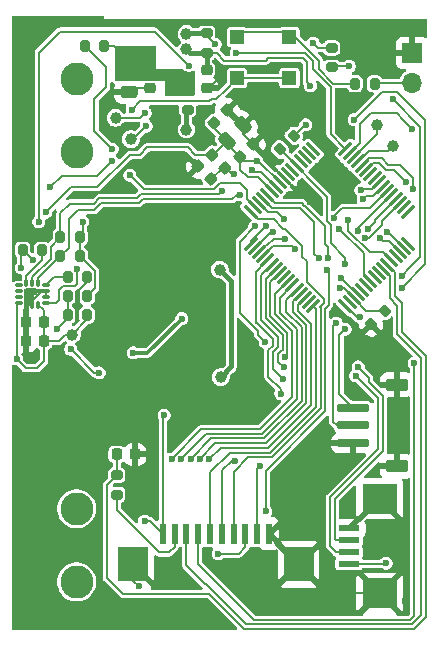
<source format=gbr>
%TF.GenerationSoftware,KiCad,Pcbnew,9.0.0-1.fc40*%
%TF.CreationDate,2025-03-21T22:07:14+01:00*%
%TF.ProjectId,airMouse-mcu,6169724d-6f75-4736-952d-6d63752e6b69,v1.0*%
%TF.SameCoordinates,Original*%
%TF.FileFunction,Copper,L2,Bot*%
%TF.FilePolarity,Positive*%
%FSLAX46Y46*%
G04 Gerber Fmt 4.6, Leading zero omitted, Abs format (unit mm)*
G04 Created by KiCad (PCBNEW 9.0.0-1.fc40) date 2025-03-21 22:07:14*
%MOMM*%
%LPD*%
G01*
G04 APERTURE LIST*
G04 Aperture macros list*
%AMRoundRect*
0 Rectangle with rounded corners*
0 $1 Rounding radius*
0 $2 $3 $4 $5 $6 $7 $8 $9 X,Y pos of 4 corners*
0 Add a 4 corners polygon primitive as box body*
4,1,4,$2,$3,$4,$5,$6,$7,$8,$9,$2,$3,0*
0 Add four circle primitives for the rounded corners*
1,1,$1+$1,$2,$3*
1,1,$1+$1,$4,$5*
1,1,$1+$1,$6,$7*
1,1,$1+$1,$8,$9*
0 Add four rect primitives between the rounded corners*
20,1,$1+$1,$2,$3,$4,$5,0*
20,1,$1+$1,$4,$5,$6,$7,0*
20,1,$1+$1,$6,$7,$8,$9,0*
20,1,$1+$1,$8,$9,$2,$3,0*%
G04 Aperture macros list end*
%TA.AperFunction,SMDPad,CuDef*%
%ADD10RoundRect,0.200000X0.200000X0.275000X-0.200000X0.275000X-0.200000X-0.275000X0.200000X-0.275000X0*%
%TD*%
%TA.AperFunction,SMDPad,CuDef*%
%ADD11RoundRect,0.225000X0.225000X0.250000X-0.225000X0.250000X-0.225000X-0.250000X0.225000X-0.250000X0*%
%TD*%
%TA.AperFunction,SMDPad,CuDef*%
%ADD12RoundRect,0.087500X0.087500X0.225000X-0.087500X0.225000X-0.087500X-0.225000X0.087500X-0.225000X0*%
%TD*%
%TA.AperFunction,SMDPad,CuDef*%
%ADD13RoundRect,0.087500X0.225000X0.087500X-0.225000X0.087500X-0.225000X-0.087500X0.225000X-0.087500X0*%
%TD*%
%TA.AperFunction,SMDPad,CuDef*%
%ADD14RoundRect,0.200000X-0.200000X-0.275000X0.200000X-0.275000X0.200000X0.275000X-0.200000X0.275000X0*%
%TD*%
%TA.AperFunction,ComponentPad*%
%ADD15C,2.800000*%
%TD*%
%TA.AperFunction,SMDPad,CuDef*%
%ADD16C,1.000000*%
%TD*%
%TA.AperFunction,HeatsinkPad*%
%ADD17C,0.600000*%
%TD*%
%TA.AperFunction,SMDPad,CuDef*%
%ADD18RoundRect,0.225000X-0.225000X-0.250000X0.225000X-0.250000X0.225000X0.250000X-0.225000X0.250000X0*%
%TD*%
%TA.AperFunction,SMDPad,CuDef*%
%ADD19R,1.200000X1.200000*%
%TD*%
%TA.AperFunction,SMDPad,CuDef*%
%ADD20RoundRect,0.200000X-0.275000X0.200000X-0.275000X-0.200000X0.275000X-0.200000X0.275000X0.200000X0*%
%TD*%
%TA.AperFunction,SMDPad,CuDef*%
%ADD21RoundRect,0.200000X0.275000X-0.200000X0.275000X0.200000X-0.275000X0.200000X-0.275000X-0.200000X0*%
%TD*%
%TA.AperFunction,SMDPad,CuDef*%
%ADD22RoundRect,0.200000X-0.053033X0.335876X-0.335876X0.053033X0.053033X-0.335876X0.335876X-0.053033X0*%
%TD*%
%TA.AperFunction,SMDPad,CuDef*%
%ADD23RoundRect,0.225000X0.335876X0.017678X0.017678X0.335876X-0.335876X-0.017678X-0.017678X-0.335876X0*%
%TD*%
%TA.AperFunction,SMDPad,CuDef*%
%ADD24R,0.600000X1.800000*%
%TD*%
%TA.AperFunction,SMDPad,CuDef*%
%ADD25R,2.500000X3.000000*%
%TD*%
%TA.AperFunction,SMDPad,CuDef*%
%ADD26RoundRect,0.250000X0.159099X-0.512652X0.512652X-0.159099X-0.159099X0.512652X-0.512652X0.159099X0*%
%TD*%
%TA.AperFunction,SMDPad,CuDef*%
%ADD27R,1.800000X0.600000*%
%TD*%
%TA.AperFunction,SMDPad,CuDef*%
%ADD28R,3.000000X2.500000*%
%TD*%
%TA.AperFunction,SMDPad,CuDef*%
%ADD29RoundRect,0.225000X-0.250000X0.225000X-0.250000X-0.225000X0.250000X-0.225000X0.250000X0.225000X0*%
%TD*%
%TA.AperFunction,SMDPad,CuDef*%
%ADD30RoundRect,0.250000X-0.475000X0.250000X-0.475000X-0.250000X0.475000X-0.250000X0.475000X0.250000X0*%
%TD*%
%TA.AperFunction,SMDPad,CuDef*%
%ADD31RoundRect,0.225000X0.017678X-0.335876X0.335876X-0.017678X-0.017678X0.335876X-0.335876X0.017678X0*%
%TD*%
%TA.AperFunction,ComponentPad*%
%ADD32R,1.700000X1.700000*%
%TD*%
%TA.AperFunction,ComponentPad*%
%ADD33O,1.700000X1.700000*%
%TD*%
%TA.AperFunction,SMDPad,CuDef*%
%ADD34RoundRect,0.075000X-0.548008X-0.441942X-0.441942X-0.548008X0.548008X0.441942X0.441942X0.548008X0*%
%TD*%
%TA.AperFunction,SMDPad,CuDef*%
%ADD35RoundRect,0.075000X-0.548008X0.441942X0.441942X-0.548008X0.548008X-0.441942X-0.441942X0.548008X0*%
%TD*%
%TA.AperFunction,SMDPad,CuDef*%
%ADD36RoundRect,0.225000X-0.335876X-0.017678X-0.017678X-0.335876X0.335876X0.017678X0.017678X0.335876X0*%
%TD*%
%TA.AperFunction,SMDPad,CuDef*%
%ADD37RoundRect,0.175000X-1.175000X0.175000X-1.175000X-0.175000X1.175000X-0.175000X1.175000X0.175000X0*%
%TD*%
%TA.AperFunction,SMDPad,CuDef*%
%ADD38RoundRect,0.250000X-0.700000X0.300000X-0.700000X-0.300000X0.700000X-0.300000X0.700000X0.300000X0*%
%TD*%
%TA.AperFunction,ViaPad*%
%ADD39C,0.600000*%
%TD*%
%TA.AperFunction,ViaPad*%
%ADD40C,1.000000*%
%TD*%
%TA.AperFunction,Conductor*%
%ADD41C,0.200000*%
%TD*%
%TA.AperFunction,Conductor*%
%ADD42C,0.400000*%
%TD*%
%TA.AperFunction,Conductor*%
%ADD43C,0.300000*%
%TD*%
G04 APERTURE END LIST*
D10*
%TO.P,R9,2*%
%TO.N,/SCL*%
X136630113Y-95200000D03*
%TO.P,R9,1*%
%TO.N,/MCU_3V3*%
X138280113Y-95200000D03*
%TD*%
D11*
%TO.P,C5,2*%
%TO.N,GND*%
X133680113Y-102400000D03*
%TO.P,C5,1*%
%TO.N,/SENSOR_3V3*%
X135230113Y-102400000D03*
%TD*%
%TO.P,C4,2*%
%TO.N,GND*%
X133680113Y-104000000D03*
%TO.P,C4,1*%
%TO.N,/SENSOR_3V3*%
X135230113Y-104000000D03*
%TD*%
D10*
%TO.P,R8,2*%
%TO.N,/SDA*%
X136630113Y-96800000D03*
%TO.P,R8,1*%
%TO.N,/MCU_3V3*%
X138280113Y-96800000D03*
%TD*%
D12*
%TO.P,U1,14,SDA*%
%TO.N,/SDA*%
X134755113Y-99087500D03*
%TO.P,U1,13,SCL*%
%TO.N,/SCL*%
X134255113Y-99087500D03*
%TO.P,U1,12,CS*%
%TO.N,Net-(U1-CS)*%
X133755113Y-99087500D03*
D13*
%TO.P,U1,11,NC*%
%TO.N,unconnected-(U1-NC-Pad11)*%
X133092613Y-99250000D03*
%TO.P,U1,10,NC*%
%TO.N,unconnected-(U1-NC-Pad10)*%
X133092613Y-99750000D03*
%TO.P,U1,9,INT2*%
%TO.N,unconnected-(U1-INT2-Pad9)*%
X133092613Y-100250000D03*
%TO.P,U1,8,VDD*%
%TO.N,/SENSOR_3V3*%
X133092613Y-100750000D03*
D12*
%TO.P,U1,7,GND*%
%TO.N,GND*%
X133755113Y-100912500D03*
%TO.P,U1,6,GND*%
X134255113Y-100912500D03*
%TO.P,U1,5,VDDIO*%
%TO.N,/SENSOR_3V3*%
X134755113Y-100912500D03*
D13*
%TO.P,U1,4,INT1*%
%TO.N,/GYRO_INT*%
X135417613Y-100750000D03*
%TO.P,U1,3,SCX*%
%TO.N,GND*%
X135417613Y-100250000D03*
%TO.P,U1,2,SDX*%
X135417613Y-99750000D03*
%TO.P,U1,1,SDO/SA0*%
%TO.N,Net-(U1-SDO{slash}SA0)*%
X135417613Y-99250000D03*
%TD*%
D14*
%TO.P,R4,2*%
%TO.N,/SENSOR_3V3*%
X138880113Y-101800000D03*
%TO.P,R4,1*%
%TO.N,+3V3*%
X137230113Y-101800000D03*
%TD*%
%TO.P,R3,2*%
%TO.N,/MCU_3V3*%
X138880113Y-100200000D03*
%TO.P,R3,1*%
%TO.N,+3V3*%
X137230113Y-100200000D03*
%TD*%
%TO.P,R1,2*%
%TO.N,Net-(U1-CS)*%
X135080113Y-96300000D03*
%TO.P,R1,1*%
%TO.N,/SENSOR_3V3*%
X133430113Y-96300000D03*
%TD*%
%TO.P,R2,2*%
%TO.N,GND*%
X138880113Y-98600000D03*
%TO.P,R2,1*%
%TO.N,Net-(U1-SDO{slash}SA0)*%
X137230113Y-98600000D03*
%TD*%
D15*
%TO.P,BT1,2,-*%
%TO.N,/BAT-*%
X138000000Y-124400000D03*
X138000000Y-118200000D03*
%TO.P,BT1,1,+*%
%TO.N,/BAT+*%
X138000000Y-88000000D03*
X138000000Y-81800000D03*
%TD*%
D16*
%TO.P,TP4,1,1*%
%TO.N,/AT_MCU_TX*%
X141300000Y-85100000D03*
%TD*%
%TO.P,TP3,1,1*%
%TO.N,/AT_MCU_RX*%
X142600000Y-86900000D03*
%TD*%
D17*
%TO.P,U5,19,GND*%
%TO.N,GND*%
X154210000Y-83450000D03*
X154210000Y-84550000D03*
X154760000Y-82900000D03*
X154760000Y-84000000D03*
X154760000Y-85100000D03*
X155310000Y-83450000D03*
X155310000Y-84550000D03*
X155860000Y-82900000D03*
X155860000Y-84000000D03*
X155860000Y-85100000D03*
X156410000Y-83450000D03*
X156410000Y-84550000D03*
%TD*%
D18*
%TO.P,C8,1*%
%TO.N,/mouse/MOUSE_LB*%
X141400000Y-113600000D03*
%TO.P,C8,2*%
%TO.N,GND*%
X142950000Y-113600000D03*
%TD*%
D19*
%TO.P,SW1,1,A*%
%TO.N,Net-(SW1-A)*%
X151575000Y-78250000D03*
X156025000Y-78250000D03*
%TO.P,SW1,2,B*%
%TO.N,+3V3*%
X151575000Y-81750000D03*
X156025000Y-81750000D03*
%TD*%
D20*
%TO.P,R17,1*%
%TO.N,/ESP_3V3*%
X159600000Y-79175000D03*
%TO.P,R17,2*%
%TO.N,Net-(U5-IO2)*%
X159600000Y-80825000D03*
%TD*%
D21*
%TO.P,R25,1*%
%TO.N,Net-(J5-Pin_9)*%
X141400000Y-117000000D03*
%TO.P,R25,2*%
%TO.N,/mouse/MOUSE_LB*%
X141400000Y-115350000D03*
%TD*%
D10*
%TO.P,R19,2*%
%TO.N,Net-(SW1-A)*%
X161575000Y-82200000D03*
%TO.P,R19,1*%
%TO.N,Net-(LD1-A)*%
X163225000Y-82200000D03*
%TD*%
D22*
%TO.P,R7,2*%
%TO.N,/RST*%
X155216637Y-87783363D03*
%TO.P,R7,1*%
%TO.N,/MCU_3V3*%
X156383363Y-86616637D03*
%TD*%
D20*
%TO.P,R13,1*%
%TO.N,/ESP_3V3*%
X147400000Y-82750000D03*
%TO.P,R13,2*%
%TO.N,Net-(U5-IO8)*%
X147400000Y-84400000D03*
%TD*%
D23*
%TO.P,C9,2*%
%TO.N,GND*%
X148305278Y-89204445D03*
%TO.P,C9,1*%
%TO.N,Net-(U3-VREF+)*%
X149401294Y-90300461D03*
%TD*%
D24*
%TO.P,J5,1,Pin_1*%
%TO.N,GND*%
X154300000Y-120312500D03*
%TO.P,J5,2,Pin_2*%
%TO.N,/mouse/MOUSE_DPI*%
X153300000Y-120312500D03*
%TO.P,J5,3,Pin_3*%
%TO.N,/mouse/MOUSE_HOME*%
X152300000Y-120312500D03*
%TO.P,J5,4,Pin_4*%
%TO.N,/mouse/MOUSE_PRC*%
X151300000Y-120312500D03*
%TO.P,J5,5,Pin_5*%
%TO.N,/mouse/MOUSE_DN*%
X150300000Y-120312500D03*
%TO.P,J5,6,Pin_6*%
%TO.N,/mouse/MOUSE_UP*%
X149300000Y-120312500D03*
%TO.P,J5,7,Pin_7*%
%TO.N,/mouse/MOUSE_RB*%
X148300000Y-120312500D03*
%TO.P,J5,8,Pin_8*%
%TO.N,/mouse/MOUSE_MB*%
X147300000Y-120312500D03*
%TO.P,J5,9,Pin_9*%
%TO.N,Net-(J5-Pin_9)*%
X146300000Y-120312500D03*
%TO.P,J5,10,Pin_10*%
%TO.N,+3V3*%
X145300000Y-120312500D03*
D25*
%TO.P,J5,MP,MountPin*%
%TO.N,GND*%
X156800000Y-122912500D03*
X142800000Y-122912500D03*
%TD*%
D26*
%TO.P,C12,2*%
%TO.N,GND*%
X152071751Y-85728249D03*
%TO.P,C12,1*%
%TO.N,/MCU_3V3*%
X150728249Y-87071751D03*
%TD*%
D22*
%TO.P,R11,2*%
%TO.N,GND*%
X162916637Y-102583363D03*
%TO.P,R11,1*%
%TO.N,/SWDCLK*%
X164083363Y-101416637D03*
%TD*%
D10*
%TO.P,R12,1*%
%TO.N,/ESP_3V3*%
X140325000Y-79000000D03*
%TO.P,R12,2*%
%TO.N,/ESP_BOOT*%
X138675000Y-79000000D03*
%TD*%
D27*
%TO.P,J6,1,Pin_1*%
%TO.N,GND*%
X161062500Y-119850000D03*
%TO.P,J6,2,Pin_2*%
%TO.N,/mouse/MOUSE_BACK*%
X161062500Y-120850000D03*
%TO.P,J6,3,Pin_3*%
%TO.N,/mouse/MOUSE_FWD*%
X161062500Y-121850000D03*
%TO.P,J6,4,Pin_4*%
%TO.N,+3V3*%
X161062500Y-122850000D03*
D28*
%TO.P,J6,MP,MountPin*%
%TO.N,GND*%
X163662500Y-117350000D03*
X163662500Y-125350000D03*
%TD*%
D29*
%TO.P,C15,1*%
%TO.N,/ESP_3V3*%
X144200000Y-81050000D03*
%TO.P,C15,2*%
%TO.N,GND*%
X144200000Y-82600000D03*
%TD*%
D30*
%TO.P,C16,1*%
%TO.N,/ESP_3V3*%
X142400000Y-81050001D03*
%TO.P,C16,2*%
%TO.N,GND*%
X142400000Y-82949999D03*
%TD*%
D31*
%TO.P,C11,2*%
%TO.N,GND*%
X152948008Y-87351992D03*
%TO.P,C11,1*%
%TO.N,/MCU_3V3*%
X151851992Y-88448008D03*
%TD*%
%TO.P,C10,2*%
%TO.N,GND*%
X150748008Y-84451992D03*
%TO.P,C10,1*%
%TO.N,/MCU_3V3*%
X149651992Y-85548008D03*
%TD*%
D32*
%TO.P,LD1,1,K*%
%TO.N,GND*%
X166400000Y-79600000D03*
D33*
%TO.P,LD1,2,A*%
%TO.N,Net-(LD1-A)*%
X166400000Y-82140000D03*
%TD*%
D34*
%TO.P,U3,64,PC10*%
%TO.N,/mouse/MOUSE_DN*%
X152735519Y-95761181D03*
%TO.P,U3,63,PB9*%
%TO.N,/COL9*%
X153089072Y-96114734D03*
%TO.P,U3,62,PB8*%
%TO.N,/COL8*%
X153442625Y-96468287D03*
%TO.P,U3,61,PB7*%
%TO.N,/COL7*%
X153796179Y-96821841D03*
%TO.P,U3,60,PB6*%
%TO.N,/COL6*%
X154149732Y-97175394D03*
%TO.P,U3,59,PB5*%
%TO.N,/COL5*%
X154503286Y-97528948D03*
%TO.P,U3,58,PB4*%
%TO.N,/COL4*%
X154856839Y-97882501D03*
%TO.P,U3,57,PB3*%
%TO.N,/COL3*%
X155210392Y-98236054D03*
%TO.P,U3,56,PD6*%
%TO.N,unconnected-(U3-PD6-Pad56)*%
X155563946Y-98589608D03*
%TO.P,U3,55,PD5*%
%TO.N,/Keyboard/KEY_ROW5*%
X155917499Y-98943161D03*
%TO.P,U3,54,PD4*%
%TO.N,/Keyboard/KEY_ROW4*%
X156271052Y-99296714D03*
%TO.P,U3,53,PD3*%
%TO.N,/Keyboard/KEY_ROW3*%
X156624606Y-99650268D03*
%TO.P,U3,52,PD2*%
%TO.N,/Keyboard/KEY_ROW2*%
X156978159Y-100003821D03*
%TO.P,U3,51,PD1*%
%TO.N,/Keyboard/KEY_ROW1*%
X157331713Y-100357375D03*
%TO.P,U3,50,PD0*%
%TO.N,unconnected-(U3-PD0-Pad50)*%
X157685266Y-100710928D03*
%TO.P,U3,49,PC9*%
%TO.N,/mouse/MOUSE_UP*%
X158038819Y-101064481D03*
D35*
%TO.P,U3,48,PC8*%
%TO.N,/mouse/MOUSE_RB*%
X160761181Y-101064481D03*
%TO.P,U3,47,PA15*%
%TO.N,unconnected-(U3-PA15-Pad47)*%
X161114734Y-100710928D03*
%TO.P,U3,46,PA14*%
%TO.N,/SWDCLK*%
X161468287Y-100357375D03*
%TO.P,U3,45,PA13*%
%TO.N,/SWDIO*%
X161821841Y-100003821D03*
%TO.P,U3,44,PA12/PA10*%
%TO.N,unconnected-(U3-PA12{slash}PA10-Pad44)*%
X162175394Y-99650268D03*
%TO.P,U3,43,PA11/PA9*%
%TO.N,unconnected-(U3-PA11{slash}PA9-Pad43)*%
X162528948Y-99296714D03*
%TO.P,U3,42,PA10/UCPD1_DBCC2*%
%TO.N,/SDA*%
X162882501Y-98943161D03*
%TO.P,U3,41,PD9*%
%TO.N,unconnected-(U3-PD9-Pad41)*%
X163236054Y-98589608D03*
%TO.P,U3,40,PD8*%
%TO.N,unconnected-(U3-PD8-Pad40)*%
X163589608Y-98236054D03*
%TO.P,U3,39,PC7*%
%TO.N,/mouse/MOUSE_MB*%
X163943161Y-97882501D03*
%TO.P,U3,38,PC6*%
%TO.N,/mouse/MOUSE_LB*%
X164296714Y-97528948D03*
%TO.P,U3,37,PA9/UCPD1_DBCC1*%
%TO.N,/SCL*%
X164650268Y-97175394D03*
%TO.P,U3,36,PA8*%
%TO.N,unconnected-(U3-PA8-Pad36)*%
X165003821Y-96821841D03*
%TO.P,U3,35,PB15*%
%TO.N,/ESP_EN*%
X165357375Y-96468287D03*
%TO.P,U3,34,PB14*%
%TO.N,/ESP_BOOT*%
X165710928Y-96114734D03*
%TO.P,U3,33,PB13*%
%TO.N,unconnected-(U3-PB13-Pad33)*%
X166064481Y-95761181D03*
D34*
%TO.P,U3,32,PB12*%
%TO.N,unconnected-(U3-PB12-Pad32)*%
X166064481Y-93038819D03*
%TO.P,U3,31,PB11*%
%TO.N,unconnected-(U3-PB11-Pad31)*%
X165710928Y-92685266D03*
%TO.P,U3,30,PB10*%
%TO.N,/COL10*%
X165357375Y-92331713D03*
%TO.P,U3,29,PB2*%
%TO.N,/COL2*%
X165003821Y-91978159D03*
%TO.P,U3,28,PB1*%
%TO.N,/COL1*%
X164650268Y-91624606D03*
%TO.P,U3,27,PB0*%
%TO.N,/ADC*%
X164296714Y-91271052D03*
%TO.P,U3,26,PC5*%
%TO.N,/AT_MCU_RX*%
X163943161Y-90917499D03*
%TO.P,U3,25,PC4*%
%TO.N,/AT_MCU_TX*%
X163589608Y-90563946D03*
%TO.P,U3,24,PA7*%
%TO.N,unconnected-(U3-PA7-Pad24)*%
X163236054Y-90210392D03*
%TO.P,U3,23,PA6*%
%TO.N,unconnected-(U3-PA6-Pad23)*%
X162882501Y-89856839D03*
%TO.P,U3,22,PA5*%
%TO.N,/STBY*%
X162528948Y-89503286D03*
%TO.P,U3,21,PA4*%
%TO.N,/LOW_BAT*%
X162175394Y-89149732D03*
%TO.P,U3,20,PA3*%
%TO.N,/DBR_RX*%
X161821841Y-88796179D03*
%TO.P,U3,19,PA2*%
%TO.N,/DBG_TX*%
X161468287Y-88442625D03*
%TO.P,U3,18,PA1*%
%TO.N,/CONN*%
X161114734Y-88089072D03*
%TO.P,U3,17,PA0*%
%TO.N,/GYRO_INT*%
X160761181Y-87735519D03*
D35*
%TO.P,U3,16,PC3*%
%TO.N,unconnected-(U3-PC3-Pad16)*%
X158038819Y-87735519D03*
%TO.P,U3,15,PC2*%
%TO.N,unconnected-(U3-PC2-Pad15)*%
X157685266Y-88089072D03*
%TO.P,U3,14,PC1*%
%TO.N,unconnected-(U3-PC1-Pad14)*%
X157331713Y-88442625D03*
%TO.P,U3,13,PC0*%
%TO.N,unconnected-(U3-PC0-Pad13)*%
X156978159Y-88796179D03*
%TO.P,U3,12,PF2*%
%TO.N,/RST*%
X156624606Y-89149732D03*
%TO.P,U3,11,PF1*%
%TO.N,unconnected-(U3-PF1-Pad11)*%
X156271052Y-89503286D03*
%TO.P,U3,10,PF0*%
%TO.N,unconnected-(U3-PF0-Pad10)*%
X155917499Y-89856839D03*
%TO.P,U3,9,VSS*%
%TO.N,GND*%
X155563946Y-90210392D03*
%TO.P,U3,8,VDD*%
%TO.N,/MCU_3V3*%
X155210392Y-90563946D03*
%TO.P,U3,7,VREF+*%
%TO.N,Net-(U3-VREF+)*%
X154856839Y-90917499D03*
%TO.P,U3,6,VBAT*%
%TO.N,/MCU_3V3*%
X154503286Y-91271052D03*
%TO.P,U3,5,PC15*%
%TO.N,/mouse/MOUSE_BACK*%
X154149732Y-91624606D03*
%TO.P,U3,4,PC14*%
%TO.N,/mouse/MOUSE_FWD*%
X153796179Y-91978159D03*
%TO.P,U3,3,PC13*%
%TO.N,/mouse/MOUSE_DPI*%
X153442625Y-92331713D03*
%TO.P,U3,2,PC12*%
%TO.N,/mouse/MOUSE_HOME*%
X153089072Y-92685266D03*
%TO.P,U3,1,PC11*%
%TO.N,/mouse/MOUSE_PRC*%
X152735519Y-93038819D03*
%TD*%
D16*
%TO.P,TP2,1,1*%
%TO.N,/DBR_RX*%
X164800000Y-87500000D03*
%TD*%
%TO.P,TP1,1,1*%
%TO.N,/DBG_TX*%
X163400000Y-85700000D03*
%TD*%
D36*
%TO.P,FB1,2*%
%TO.N,Net-(U3-VREF+)*%
X150548008Y-89348008D03*
%TO.P,FB1,1*%
%TO.N,/MCU_3V3*%
X149451992Y-88251992D03*
%TD*%
D20*
%TO.P,R18,1*%
%TO.N,/ESP_3V3*%
X149000000Y-77950000D03*
%TO.P,R18,2*%
%TO.N,/ESP_EN*%
X149000000Y-79600000D03*
%TD*%
D29*
%TO.P,C14,1*%
%TO.N,/ESP_EN*%
X149000000Y-81025000D03*
%TO.P,C14,2*%
%TO.N,GND*%
X149000000Y-82575000D03*
%TD*%
D37*
%TO.P,J2,1,Pin_1*%
%TO.N,/PRG_ESP_RX*%
X161400000Y-109650000D03*
%TO.P,J2,2,Pin_2*%
%TO.N,/PRG_ESP_TX*%
X161400000Y-111150000D03*
%TO.P,J2,3,Pin_3*%
%TO.N,GND*%
X161400000Y-112650000D03*
D38*
%TO.P,J2,MP,MountPin*%
X165100000Y-107700000D03*
X165100000Y-114600000D03*
%TD*%
D39*
%TO.N,GND*%
X135700000Y-124400000D03*
X139700000Y-126800000D03*
X138900000Y-126800000D03*
X138100000Y-126800000D03*
X149200000Y-98800000D03*
X149200000Y-99500000D03*
X148500000Y-99500000D03*
X147000000Y-88800000D03*
X147000000Y-89500000D03*
X147300000Y-90100000D03*
X147900000Y-90500000D03*
X151000000Y-92600000D03*
X144000000Y-89750000D03*
X143250000Y-89000000D03*
X144000000Y-89000000D03*
X143250000Y-124750000D03*
X147750000Y-124750000D03*
X133500000Y-78000000D03*
X134250000Y-78000000D03*
X134250000Y-77250000D03*
X133500000Y-77250000D03*
X158750000Y-78000000D03*
X158250000Y-89750000D03*
X159000000Y-89750000D03*
X151500000Y-124250000D03*
X152250000Y-124250000D03*
X153000000Y-124250000D03*
X153750000Y-124250000D03*
X153750000Y-123500000D03*
X153000000Y-123500000D03*
X152250000Y-123500000D03*
X151500000Y-123500000D03*
X136250000Y-106750000D03*
X136250000Y-109750000D03*
X136250000Y-109000000D03*
X136250000Y-108250000D03*
X136250000Y-107500000D03*
%TO.N,/SENSOR_3V3*%
X133300000Y-97800000D03*
X132917613Y-105517613D03*
%TO.N,GND*%
X133900000Y-105500000D03*
%TO.N,/AT_MCU_RX*%
X143900000Y-85800000D03*
%TO.N,/AT_MCU_TX*%
X143800000Y-84700000D03*
%TO.N,GND*%
X160000000Y-126800000D03*
X165800000Y-126000000D03*
%TO.N,+3V3*%
X164201000Y-122799000D03*
%TO.N,GND*%
X158800000Y-114900000D03*
X158800000Y-114200000D03*
X158800000Y-113500000D03*
X158800000Y-112800000D03*
X158800000Y-112100000D03*
X165700000Y-109800000D03*
X165700000Y-110500000D03*
X165700000Y-111200000D03*
X165700000Y-111900000D03*
X165000000Y-111900000D03*
X165000000Y-111200000D03*
X165000000Y-110500000D03*
X165000000Y-109800000D03*
X150250000Y-92600000D03*
X149500000Y-92600000D03*
X148500000Y-98750000D03*
X148500000Y-98000000D03*
X148500000Y-94500000D03*
X148500000Y-93750000D03*
X159500000Y-78000000D03*
X160500000Y-78000000D03*
X161500000Y-79500000D03*
X161500000Y-78750000D03*
X161500000Y-78000000D03*
X157500000Y-83750000D03*
X158500000Y-86000000D03*
X158500000Y-85250000D03*
X161750000Y-84000000D03*
X161750000Y-83250000D03*
X148500000Y-86000000D03*
X150225735Y-82225735D03*
X150231671Y-80786657D03*
X164500000Y-79500000D03*
X164500000Y-78750000D03*
X164500000Y-78000000D03*
X158250000Y-84500000D03*
X158250000Y-83750000D03*
X133000000Y-109250000D03*
X133000000Y-108500000D03*
X133000000Y-107750000D03*
X133000000Y-107000000D03*
X133750000Y-109250000D03*
X133750000Y-108500000D03*
X133750000Y-107750000D03*
X133750000Y-107000000D03*
X138750000Y-104500000D03*
X138211906Y-101000000D03*
%TO.N,/mouse/MOUSE_HOME*%
X141000000Y-88750000D03*
X142500000Y-89951000D03*
X135750000Y-91000000D03*
%TO.N,/SENSOR_3V3*%
X134300735Y-97100735D03*
%TO.N,/mouse/MOUSE_HOME*%
X150000000Y-122000000D03*
%TO.N,/PRG_ESP_RX*%
X160750000Y-103000000D03*
%TO.N,/PRG_ESP_TX*%
X160000000Y-102500000D03*
%TO.N,/PRG_ESP_RX*%
X165516085Y-99500000D03*
%TO.N,/PRG_ESP_TX*%
X165516085Y-98500000D03*
%TO.N,/PRG_ESP_RX*%
X161502000Y-85250000D03*
%TO.N,/GYRO_INT*%
X151500000Y-79650000D03*
%TO.N,/PRG_ESP_TX*%
X164750000Y-83500000D03*
%TO.N,/SWDCLK*%
X160282701Y-99532701D03*
%TO.N,/SWDIO*%
X160424265Y-98674265D03*
%TO.N,/RST*%
X160750000Y-97500000D03*
%TO.N,/CONN*%
X166391476Y-86039422D03*
%TO.N,/LOW_BAT*%
X166499000Y-91105005D03*
%TO.N,/STBY*%
X165900000Y-90526472D03*
%TO.N,/ADC*%
X159800000Y-93600000D03*
%TO.N,/SCL*%
X161001000Y-93750000D03*
%TO.N,/SDA*%
X160250000Y-94500000D03*
X151800000Y-91602820D03*
%TO.N,/COL10*%
X162422767Y-95257137D03*
X159224736Y-97974736D03*
%TO.N,GND*%
X157799265Y-92200735D03*
%TO.N,/mouse/MOUSE_FWD*%
X158500000Y-97000999D03*
X161625551Y-106948817D03*
%TO.N,/mouse/MOUSE_BACK*%
X161825735Y-106174265D03*
X159300002Y-97001000D03*
%TO.N,+3V3*%
X143750000Y-119250000D03*
%TO.N,/Keyboard/KEY_ROW5*%
X146049988Y-114000000D03*
%TO.N,/Keyboard/KEY_ROW4*%
X146849991Y-114000000D03*
%TO.N,/Keyboard/KEY_ROW3*%
X147649994Y-114000000D03*
%TO.N,/Keyboard/KEY_ROW2*%
X148449997Y-114000000D03*
%TO.N,/Keyboard/KEY_ROW1*%
X149250000Y-114000000D03*
%TO.N,GND*%
X141750000Y-93750000D03*
X142500000Y-93750000D03*
X143250000Y-93750000D03*
X144000000Y-93750000D03*
X144000000Y-93000000D03*
X143250000Y-93000000D03*
X142500000Y-93000000D03*
X141750000Y-93000000D03*
X140250000Y-85500000D03*
X140250000Y-84750000D03*
X140250000Y-84000000D03*
X152299265Y-83049265D03*
X148300000Y-87300000D03*
%TO.N,/GYRO_INT*%
X138000000Y-97900000D03*
%TO.N,+3V3*%
X137500000Y-104700000D03*
X139900000Y-106700000D03*
D40*
%TO.N,/SENSOR_3V3*%
X137605113Y-103450000D03*
D39*
%TO.N,+3V3*%
X136300000Y-103000000D03*
%TO.N,/GYRO_INT*%
X147500000Y-80700000D03*
X134800000Y-93900000D03*
%TO.N,/MCU_3V3*%
X138500000Y-93900000D03*
X135400000Y-93100000D03*
%TO.N,/mouse/MOUSE_DPI*%
X153991685Y-104091685D03*
X153100000Y-94300000D03*
X153492000Y-114600000D03*
X155553304Y-93704774D03*
%TO.N,/mouse/MOUSE_RB*%
X166598000Y-105900000D03*
X162000000Y-101976545D03*
%TO.N,/COL1*%
X161857079Y-94691450D03*
%TO.N,/COL2*%
X162646351Y-94477052D03*
%TO.N,/COL3*%
X155649000Y-105340186D03*
%TO.N,/COL4*%
X155526686Y-106230057D03*
%TO.N,/COL5*%
X155494000Y-107253947D03*
%TO.N,/COL6*%
X155295000Y-108449000D03*
%TO.N,/mouse/MOUSE_DN*%
X151376235Y-114126235D03*
%TO.N,/COL10*%
X154000000Y-118400000D03*
%TO.N,/COL7*%
X156500000Y-96250000D03*
%TO.N,/COL8*%
X155650756Y-95349236D03*
%TO.N,/COL9*%
X154661066Y-94750547D03*
%TO.N,/mouse/MOUSE_DN*%
X154000000Y-94300000D03*
%TO.N,/SCL*%
X150315223Y-91297138D03*
%TO.N,/ESP_EN*%
X157800000Y-82400000D03*
X163684313Y-95315687D03*
%TO.N,+3V3*%
X142700000Y-84400000D03*
%TO.N,/AT_MCU_TX*%
X162070406Y-91220983D03*
%TO.N,/AT_MCU_RX*%
X162249265Y-92000735D03*
%TO.N,/ESP_BOOT*%
X164250000Y-94750000D03*
X141008607Y-87741393D03*
%TO.N,/MCU_3V3*%
X157400000Y-85700000D03*
X153250000Y-88750000D03*
%TO.N,Net-(U5-IO2)*%
X161100000Y-80750000D03*
%TO.N,/ESP_3V3*%
X149733547Y-78866988D03*
X158050000Y-78800000D03*
%TO.N,+3V3*%
X145408697Y-110269599D03*
D40*
%TO.N,Net-(U5-IO8)*%
X147300000Y-86100000D03*
%TO.N,/ESP_EN*%
X147300000Y-79300000D03*
%TO.N,/ESP_3V3*%
X147300000Y-78000000D03*
X143300000Y-79700000D03*
X141800000Y-79600000D03*
D39*
%TO.N,/BAT+*%
X146900000Y-102100000D03*
X142800000Y-105000000D03*
D40*
%TO.N,GND*%
X141937500Y-108650000D03*
X145262502Y-96850000D03*
%TO.N,+3V3*%
X150212500Y-107050000D03*
X150112500Y-97950000D03*
D39*
%TO.N,Net-(U3-VREF+)*%
X151352118Y-89831788D03*
X152825000Y-89549000D03*
D40*
%TO.N,GND*%
X145312500Y-98550000D03*
X149112500Y-100850000D03*
D39*
X153000000Y-84800000D03*
X153800000Y-86400000D03*
D40*
X143337500Y-109068599D03*
%TD*%
D41*
%TO.N,/mouse/MOUSE_DPI*%
X153350000Y-103150000D02*
X153350000Y-103450000D01*
X153350000Y-103450000D02*
X153991685Y-104091685D01*
X151810042Y-95589958D02*
X153100000Y-94300000D01*
X151810042Y-101610042D02*
X151810042Y-95589958D01*
X153350000Y-103150000D02*
X151810042Y-101610042D01*
%TO.N,/COL6*%
X155295000Y-108449000D02*
X155295000Y-108051000D01*
X154600000Y-104400000D02*
X154600000Y-103800000D01*
X155295000Y-108051000D02*
X154247000Y-107003000D01*
X154247000Y-107003000D02*
X154247000Y-104753000D01*
X154247000Y-104753000D02*
X154600000Y-104400000D01*
X154600000Y-103800000D02*
X153232900Y-102432900D01*
X153200000Y-98125126D02*
X154149732Y-97175394D01*
X153232900Y-102432900D02*
X153200000Y-102432900D01*
X153200000Y-102432900D02*
X153200000Y-98125126D01*
%TO.N,/COL5*%
X154503286Y-97528948D02*
X153601000Y-98431234D01*
X153601000Y-98431234D02*
X153601000Y-102233900D01*
X153601000Y-102233900D02*
X155047000Y-103679900D01*
X154647000Y-106406947D02*
X155494000Y-107253947D01*
X155047000Y-103679900D02*
X155047000Y-104525143D01*
X155047000Y-104525143D02*
X154647000Y-104925143D01*
X154647000Y-104925143D02*
X154647000Y-106406947D01*
%TO.N,/Keyboard/KEY_ROW2*%
X156978159Y-100003821D02*
X156340990Y-100640990D01*
X156340990Y-100640990D02*
X156340990Y-101571290D01*
X156340990Y-101571290D02*
X157453000Y-102683300D01*
X157453000Y-109212800D02*
X154017800Y-112648000D01*
X157453000Y-102683300D02*
X157453000Y-109212800D01*
X154017800Y-112648000D02*
X149752057Y-112648000D01*
X149752057Y-112648000D02*
X148449997Y-113950060D01*
X148449997Y-113950060D02*
X148449997Y-114000000D01*
%TO.N,/Keyboard/KEY_ROW3*%
X156624606Y-99650268D02*
X155750000Y-100524874D01*
X155750000Y-100524874D02*
X155750000Y-101547400D01*
X153851700Y-112247000D02*
X149353054Y-112247000D01*
X155750000Y-101547400D02*
X157052000Y-102849400D01*
X149353054Y-112247000D02*
X147649994Y-113950060D01*
X157052000Y-102849400D02*
X157052000Y-109046700D01*
X147649994Y-113950060D02*
X147649994Y-114000000D01*
X157052000Y-109046700D02*
X153851700Y-112247000D01*
%TO.N,/Keyboard/KEY_ROW4*%
X156271052Y-99296714D02*
X155250000Y-100317766D01*
X155250000Y-100317766D02*
X155250000Y-101614500D01*
X156651000Y-103015500D02*
X156651000Y-108880600D01*
X155250000Y-101614500D02*
X156651000Y-103015500D01*
X156651000Y-108880600D02*
X153685600Y-111846000D01*
X153685600Y-111846000D02*
X148954051Y-111846000D01*
X148954051Y-111846000D02*
X146849991Y-113950060D01*
X146849991Y-113950060D02*
X146849991Y-114000000D01*
%TO.N,/Keyboard/KEY_ROW5*%
X155917499Y-98943161D02*
X154804000Y-100056660D01*
X154804000Y-100056660D02*
X154804000Y-101735600D01*
X154804000Y-101735600D02*
X156250000Y-103181600D01*
X156250000Y-103181600D02*
X156250000Y-108714500D01*
X148555048Y-111445000D02*
X146049988Y-113950060D01*
X156250000Y-108714500D02*
X153519500Y-111445000D01*
X153519500Y-111445000D02*
X148555048Y-111445000D01*
X146049988Y-113950060D02*
X146049988Y-114000000D01*
%TO.N,/COL3*%
X155210392Y-98236054D02*
X154403000Y-99043446D01*
X154403000Y-99043446D02*
X154403000Y-101901700D01*
X154403000Y-101901700D02*
X155849000Y-103347700D01*
X155849000Y-103347700D02*
X155849000Y-105140186D01*
X155849000Y-105140186D02*
X155649000Y-105340186D01*
%TO.N,/COL4*%
X155526686Y-106230057D02*
X155048000Y-105751371D01*
X155048000Y-105751371D02*
X155048000Y-105091243D01*
X155400057Y-104739186D02*
X155448000Y-104739186D01*
X155048000Y-105091243D02*
X155400057Y-104739186D01*
X155448000Y-104739186D02*
X155448000Y-103513800D01*
X154002000Y-102067800D02*
X154002000Y-98737340D01*
X155448000Y-103513800D02*
X154002000Y-102067800D01*
X154002000Y-98737340D02*
X154856839Y-97882501D01*
%TO.N,/Keyboard/KEY_ROW1*%
X149250000Y-114000000D02*
X150201000Y-113049000D01*
X150201000Y-113049000D02*
X150783900Y-113049000D01*
X150783900Y-113049000D02*
X151116100Y-113049000D01*
X151116100Y-113049000D02*
X154183900Y-113049000D01*
X154183900Y-113049000D02*
X157854000Y-109378900D01*
X157854000Y-109378900D02*
X157854000Y-104335600D01*
X157854000Y-104335600D02*
X157854000Y-102517200D01*
X156759789Y-100929299D02*
X157331713Y-100357375D01*
X157854000Y-102517200D02*
X156759789Y-101422989D01*
X156759789Y-101422989D02*
X156759789Y-100929299D01*
%TO.N,/MCU_3V3*%
X135400000Y-93100000D02*
X137519060Y-90980940D01*
X137519060Y-90980940D02*
X139769060Y-90980940D01*
X139769060Y-90980940D02*
X142498008Y-88251992D01*
X142498008Y-88251992D02*
X143348008Y-88251992D01*
X143348008Y-88251992D02*
X144000000Y-87600000D01*
X148051992Y-88251992D02*
X149451992Y-88251992D01*
X144000000Y-87600000D02*
X147400000Y-87600000D01*
X147400000Y-87600000D02*
X148051992Y-88251992D01*
%TO.N,/SDA*%
X143613412Y-91968745D02*
X143266100Y-92316057D01*
X151800000Y-91602820D02*
X151544318Y-91602820D01*
X143266100Y-92316057D02*
X140081157Y-92316057D01*
X151178393Y-91968745D02*
X143613412Y-91968745D01*
X137331113Y-96099000D02*
X136630113Y-96800000D01*
X139497214Y-92900000D02*
X138100000Y-92900000D01*
X151544318Y-91602820D02*
X151178393Y-91968745D01*
X140081157Y-92316057D02*
X139497214Y-92900000D01*
X138100000Y-92900000D02*
X137331113Y-93668887D01*
X137331113Y-93668887D02*
X137331113Y-96099000D01*
%TO.N,/mouse/MOUSE_HOME*%
X141000000Y-88750000D02*
X139750000Y-90000000D01*
X139750000Y-90000000D02*
X136750000Y-90000000D01*
X136750000Y-90000000D02*
X135750000Y-91000000D01*
%TO.N,/ESP_BOOT*%
X139504578Y-83501000D02*
X140501000Y-82504578D01*
X141008607Y-87741393D02*
X139504578Y-86237364D01*
X139504578Y-86237364D02*
X139504578Y-83501000D01*
X140501000Y-82504578D02*
X140501000Y-80826000D01*
X140501000Y-80826000D02*
X138675000Y-79000000D01*
%TO.N,GND*%
X142800000Y-122912500D02*
X142800000Y-124300000D01*
X142800000Y-124300000D02*
X143250000Y-124750000D01*
%TO.N,/SENSOR_3V3*%
X133300000Y-97800000D02*
X133300000Y-96430113D01*
X133300000Y-96430113D02*
X133430113Y-96300000D01*
X133092613Y-100750000D02*
X132917613Y-100925000D01*
X132917613Y-100925000D02*
X132917613Y-105517613D01*
%TO.N,GND*%
X133680113Y-105280113D02*
X133900000Y-105500000D01*
X133680113Y-104000000D02*
X133680113Y-105280113D01*
%TO.N,/SENSOR_3V3*%
X132917613Y-105517613D02*
X133700000Y-106300000D01*
X133700000Y-106300000D02*
X134630113Y-106300000D01*
X134630113Y-106300000D02*
X135230113Y-105700000D01*
X135230113Y-105700000D02*
X135230113Y-104000000D01*
X134300735Y-97100735D02*
X133790509Y-96590509D01*
X133790509Y-96590509D02*
X133720622Y-96590509D01*
X133720622Y-96590509D02*
X133430113Y-96300000D01*
%TO.N,+3V3*%
X149425000Y-83500000D02*
X149825000Y-83500000D01*
X149825000Y-83500000D02*
X150612500Y-82712500D01*
X150612500Y-82712500D02*
X151575000Y-81750000D01*
X156025000Y-81750000D02*
X151575000Y-81750000D01*
%TO.N,/GYRO_INT*%
X135417613Y-100750000D02*
X136279113Y-100750000D01*
X136279113Y-100750000D02*
X136529113Y-100500000D01*
X136529113Y-99711936D02*
X136865049Y-99376000D01*
X136529113Y-100500000D02*
X136529113Y-99711936D01*
X136865049Y-99376000D02*
X137824000Y-99376000D01*
X137824000Y-99376000D02*
X138000000Y-99200000D01*
X138000000Y-99200000D02*
X138000000Y-97900000D01*
%TO.N,/DBR_RX*%
X164400000Y-87900000D02*
X164800000Y-87500000D01*
%TO.N,/LOW_BAT*%
X162175394Y-89149732D02*
X162794764Y-88530362D01*
X166500000Y-91104005D02*
X166499000Y-91105005D01*
X162794764Y-88530362D02*
X163830362Y-88530362D01*
X165400000Y-89100000D02*
X166500000Y-90200000D01*
X163830362Y-88530362D02*
X164400000Y-89100000D01*
X164400000Y-89100000D02*
X165400000Y-89100000D01*
X166500000Y-90200000D02*
X166500000Y-91104005D01*
%TO.N,/STBY*%
X164200000Y-89500000D02*
X163631362Y-88931362D01*
X165900000Y-90526472D02*
X164873528Y-89500000D01*
X164873528Y-89500000D02*
X164200000Y-89500000D01*
X163631362Y-88931362D02*
X163100872Y-88931362D01*
X163100872Y-88931362D02*
X162528948Y-89503286D01*
%TO.N,/PRG_ESP_TX*%
X165516085Y-98500000D02*
X166266085Y-97750000D01*
X166266085Y-97733915D02*
X167099000Y-96901000D01*
X167099000Y-96901000D02*
X167099000Y-96583900D01*
X166266085Y-97750000D02*
X166266085Y-97733915D01*
X167099000Y-96583900D02*
X167099000Y-91666100D01*
X167099000Y-91666100D02*
X167099000Y-91333900D01*
X167099000Y-85849000D02*
X164750000Y-83500000D01*
X167099000Y-91333900D02*
X167099000Y-85849000D01*
%TO.N,/DBR_RX*%
X161821841Y-88796179D02*
X162718020Y-87900000D01*
X162718020Y-87900000D02*
X164400000Y-87900000D01*
%TO.N,/DBG_TX*%
X161468287Y-88442625D02*
X163400000Y-86510912D01*
X163400000Y-86510912D02*
X163400000Y-85700000D01*
%TO.N,/CONN*%
X161114734Y-88089072D02*
X161953806Y-87250000D01*
X165652054Y-85252054D02*
X165652054Y-85300000D01*
X161953806Y-87250000D02*
X161953806Y-85646194D01*
X161953806Y-85646194D02*
X162900000Y-84700000D01*
X162900000Y-84700000D02*
X165100000Y-84700000D01*
X165100000Y-84700000D02*
X165652054Y-85252054D01*
X165652054Y-85300000D02*
X166391476Y-86039422D01*
%TO.N,/AT_MCU_RX*%
X142800000Y-86900000D02*
X143900000Y-85800000D01*
X142600000Y-86900000D02*
X142800000Y-86900000D01*
%TO.N,/AT_MCU_TX*%
X143400000Y-85100000D02*
X143800000Y-84700000D01*
X141300000Y-85100000D02*
X143400000Y-85100000D01*
%TO.N,GND*%
X161450000Y-125350000D02*
X160000000Y-126800000D01*
X163662500Y-125350000D02*
X161450000Y-125350000D01*
%TO.N,+3V3*%
X161062500Y-122850000D02*
X164150000Y-122850000D01*
X164150000Y-122850000D02*
X164201000Y-122799000D01*
%TO.N,/MCU_3V3*%
X153250000Y-88750000D02*
X152153984Y-88750000D01*
X152153984Y-88750000D02*
X151851992Y-88448008D01*
%TO.N,/mouse/MOUSE_BACK*%
X154149732Y-91624606D02*
X154822126Y-92297000D01*
X154822126Y-92297000D02*
X156714800Y-92297000D01*
X157350000Y-92600000D02*
X158257550Y-93507550D01*
X159000000Y-94250000D02*
X159000000Y-95750000D01*
X156714800Y-92297000D02*
X157047000Y-92297000D01*
X157047000Y-92297000D02*
X157281900Y-92531900D01*
X157281900Y-92531900D02*
X157350000Y-92600000D01*
X158257550Y-93507550D02*
X158492450Y-93742450D01*
X159000000Y-95750000D02*
X159300002Y-96050002D01*
X158492450Y-93742450D02*
X159000000Y-94250000D01*
X159300002Y-96050002D02*
X159300002Y-97001000D01*
%TO.N,Net-(U3-VREF+)*%
X151352118Y-89831788D02*
X151119042Y-89831788D01*
X151119042Y-89831788D02*
X150635262Y-89348008D01*
X150635262Y-89348008D02*
X150548008Y-89348008D01*
%TO.N,/SCL*%
X150315223Y-91297138D02*
X150044616Y-91567745D01*
X139915057Y-91915057D02*
X139465057Y-92365057D01*
X150044616Y-91567745D02*
X143447312Y-91567745D01*
X143100000Y-91915057D02*
X139915057Y-91915057D01*
X136630113Y-93169887D02*
X136630113Y-95200000D01*
X143447312Y-91567745D02*
X143100000Y-91915057D01*
X139465057Y-92365057D02*
X137434943Y-92365057D01*
X137434943Y-92365057D02*
X136630113Y-93169887D01*
%TO.N,GND*%
X149876470Y-82575000D02*
X150225735Y-82225735D01*
X149000000Y-82575000D02*
X149876470Y-82575000D01*
X150231671Y-80786657D02*
X150231671Y-81518329D01*
X150231671Y-81518329D02*
X149175000Y-82575000D01*
X149175000Y-82575000D02*
X149000000Y-82575000D01*
%TO.N,+3V3*%
X142700000Y-84400000D02*
X143401000Y-83699000D01*
X143401000Y-83699000D02*
X149226000Y-83699000D01*
X149226000Y-83699000D02*
X149425000Y-83500000D01*
%TO.N,Net-(LD1-A)*%
X163225000Y-82200000D02*
X163500000Y-82200000D01*
X163500000Y-82200000D02*
X163560000Y-82140000D01*
X163560000Y-82140000D02*
X166400000Y-82140000D01*
%TO.N,GND*%
X138179113Y-100967207D02*
X138211906Y-101000000D01*
X138179113Y-99711936D02*
X138179113Y-100967207D01*
X138880113Y-99010936D02*
X138179113Y-99711936D01*
X138880113Y-98600000D02*
X138880113Y-99010936D01*
%TO.N,/ESP_3V3*%
X140325000Y-79000000D02*
X141200000Y-79000000D01*
X141200000Y-79000000D02*
X141800000Y-79600000D01*
%TO.N,GND*%
X144200000Y-82600000D02*
X142749999Y-82600000D01*
X142749999Y-82600000D02*
X142400000Y-82949999D01*
%TO.N,Net-(U1-CS)*%
X133755113Y-99087500D02*
X133755113Y-98494887D01*
X133755113Y-98494887D02*
X135080113Y-97169887D01*
X135080113Y-97169887D02*
X135080113Y-96300000D01*
%TO.N,/mouse/MOUSE_HOME*%
X152300000Y-120312500D02*
X152300000Y-121412500D01*
X151712500Y-122000000D02*
X150000000Y-122000000D01*
X152300000Y-121412500D02*
X151712500Y-122000000D01*
%TO.N,/PRG_ESP_RX*%
X160250000Y-103500000D02*
X160750000Y-103000000D01*
X161400000Y-109650000D02*
X160250000Y-108500000D01*
X160250000Y-108500000D02*
X160250000Y-103500000D01*
%TO.N,/PRG_ESP_TX*%
X160000000Y-102500000D02*
X159749000Y-102751000D01*
X159749000Y-102751000D02*
X159749000Y-110849000D01*
X159749000Y-110849000D02*
X160050000Y-111150000D01*
X160050000Y-111150000D02*
X161400000Y-111150000D01*
%TO.N,/mouse/MOUSE_BACK*%
X161825735Y-106174265D02*
X162746917Y-107095447D01*
X159861500Y-120749000D02*
X159962500Y-120850000D01*
X162746917Y-107095447D02*
X162746917Y-107503083D01*
X162746917Y-107503083D02*
X163901000Y-108657166D01*
X163901000Y-108657166D02*
X163901000Y-113349000D01*
X163901000Y-113349000D02*
X159861500Y-117388500D01*
X159861500Y-117388500D02*
X159861500Y-120749000D01*
X159962500Y-120850000D02*
X161062500Y-120850000D01*
%TO.N,/mouse/MOUSE_FWD*%
X161625551Y-106948817D02*
X163500000Y-108823266D01*
X163500000Y-108823266D02*
X163500000Y-113182900D01*
X163500000Y-113182900D02*
X159460500Y-117222400D01*
X159460500Y-117222400D02*
X159460500Y-121348000D01*
X159962500Y-121850000D02*
X161062500Y-121850000D01*
X159460500Y-121348000D02*
X159962500Y-121850000D01*
%TO.N,/COL10*%
X154000000Y-118400000D02*
X154000000Y-115000000D01*
X154000000Y-115000000D02*
X159057000Y-109943000D01*
X159057000Y-109943000D02*
X159057000Y-101250000D01*
X159057000Y-101250000D02*
X159365296Y-100941704D01*
X159365296Y-100941704D02*
X159365296Y-98115296D01*
X159365296Y-98115296D02*
X159224736Y-97974736D01*
%TO.N,/mouse/MOUSE_PRC*%
X158281485Y-99785451D02*
X158257190Y-99785451D01*
X158610743Y-100114709D02*
X158281485Y-99785451D01*
X158635038Y-100139004D02*
X158610743Y-100139004D01*
X158964296Y-100776814D02*
X158964296Y-100468262D01*
X158656000Y-101114562D02*
X158641274Y-101099836D01*
X157927932Y-99431898D02*
X157903636Y-99431898D01*
X158656000Y-109711100D02*
X158656000Y-101114562D01*
X158964296Y-100468262D02*
X158635038Y-100139004D01*
X152500000Y-113851000D02*
X154516100Y-113851000D01*
X155651463Y-94500000D02*
X155500000Y-94500000D01*
X158641274Y-101099836D02*
X158964296Y-100776814D01*
X157903636Y-99431898D02*
X157903636Y-99407602D01*
X151300000Y-115051000D02*
X152500000Y-113851000D01*
X157500000Y-97250000D02*
X157100000Y-96850000D01*
X158610743Y-100139004D02*
X158610743Y-100114709D01*
X154516100Y-113851000D02*
X158656000Y-109711100D01*
X158257190Y-99761156D02*
X157927932Y-99431898D01*
X151300000Y-120312500D02*
X151300000Y-115051000D01*
X157100000Y-96850000D02*
X157100000Y-95948537D01*
X158257190Y-99785451D02*
X158257190Y-99761156D01*
X157903636Y-99407602D02*
X157574378Y-99078344D01*
X157574378Y-99078344D02*
X157550083Y-99078344D01*
X157550083Y-99078344D02*
X157550083Y-99054049D01*
X157550083Y-99054049D02*
X157500000Y-99003966D01*
X157500000Y-99003966D02*
X157500000Y-97250000D01*
X157100000Y-95948537D02*
X155651463Y-94500000D01*
X155500000Y-94500000D02*
X154699000Y-93699000D01*
X154699000Y-93699000D02*
X153395700Y-93699000D01*
X153395700Y-93699000D02*
X152735519Y-93038819D01*
%TO.N,/mouse/MOUSE_UP*%
X149300000Y-120312500D02*
X149300000Y-115100000D01*
X158255000Y-109545000D02*
X158255000Y-101280662D01*
X149300000Y-115100000D02*
X150950000Y-113450000D01*
X150950000Y-113450000D02*
X154350000Y-113450000D01*
X154350000Y-113450000D02*
X158255000Y-109545000D01*
X158255000Y-101280662D02*
X158038819Y-101064481D01*
%TO.N,/PRG_ESP_RX*%
X167500000Y-97516085D02*
X165516085Y-99500000D01*
X167500000Y-96750000D02*
X167500000Y-97516085D01*
X167500000Y-91500000D02*
X167500000Y-96750000D01*
%TO.N,/mouse/MOUSE_MB*%
X164500000Y-100344670D02*
X164515085Y-100329585D01*
X164515085Y-100329585D02*
X164515085Y-98454425D01*
X164515085Y-98454425D02*
X163943161Y-97882501D01*
%TO.N,/mouse/MOUSE_LB*%
X164296714Y-97528948D02*
X164916085Y-98148319D01*
X164916085Y-98148319D02*
X164916085Y-100166085D01*
X149200000Y-125400000D02*
X141935500Y-125400000D01*
X164916085Y-100166085D02*
X165556330Y-100806330D01*
X165556330Y-103239230D02*
X167599000Y-105281900D01*
X140600000Y-116150000D02*
X141400000Y-115350000D01*
X165556330Y-100806330D02*
X165556330Y-103239230D01*
X140600000Y-124064500D02*
X140600000Y-116150000D01*
X167599000Y-105281900D02*
X167599000Y-127401000D01*
X167599000Y-127401000D02*
X166601000Y-128399000D01*
X166601000Y-128399000D02*
X152199000Y-128399000D01*
X152199000Y-128399000D02*
X149200000Y-125400000D01*
X141935500Y-125400000D02*
X140600000Y-124064500D01*
%TO.N,/mouse/MOUSE_MB*%
X164500000Y-100344670D02*
X165155330Y-101000000D01*
%TO.N,/SWDIO*%
X161821841Y-100003821D02*
X161753821Y-100003821D01*
X161753821Y-100003821D02*
X160424265Y-98674265D01*
%TO.N,/PRG_ESP_RX*%
X166750000Y-84500000D02*
X167500000Y-85250000D01*
X167500000Y-85250000D02*
X167500000Y-91500000D01*
X165750000Y-83500000D02*
X166750000Y-84500000D01*
X161502000Y-85250000D02*
X163853000Y-82899000D01*
X163853000Y-82899000D02*
X165149000Y-82899000D01*
X165149000Y-82899000D02*
X165750000Y-83500000D01*
%TO.N,/ESP_EN*%
X157800000Y-82400000D02*
X157500000Y-82100000D01*
X157500000Y-82100000D02*
X157500000Y-80384200D01*
X157500000Y-80384200D02*
X157166800Y-80051000D01*
X157166800Y-80051000D02*
X154199000Y-80051000D01*
X154199000Y-80051000D02*
X154000000Y-80250000D01*
X154000000Y-80250000D02*
X150500000Y-80250000D01*
X150500000Y-80250000D02*
X149850000Y-79600000D01*
X149850000Y-79600000D02*
X149000000Y-79600000D01*
%TO.N,/GYRO_INT*%
X151500000Y-79650000D02*
X157332900Y-79650000D01*
X157332900Y-79650000D02*
X157991450Y-80308550D01*
X157991450Y-80308550D02*
X157991450Y-81008550D01*
X157991450Y-81008550D02*
X159500000Y-82517100D01*
X159500000Y-82517100D02*
X159500000Y-86474338D01*
X159500000Y-86474338D02*
X160761181Y-87735519D01*
%TO.N,Net-(SW1-A)*%
X161575000Y-82200000D02*
X159750000Y-82200000D01*
X159750000Y-82200000D02*
X158525000Y-80975000D01*
X158525000Y-80975000D02*
X158525000Y-80275000D01*
X158525000Y-80275000D02*
X156100000Y-77850000D01*
X156100000Y-77850000D02*
X156025000Y-77850000D01*
%TO.N,/mouse/MOUSE_MB*%
X165155330Y-101000000D02*
X165155330Y-103405330D01*
X166434900Y-127998000D02*
X152365100Y-127998000D01*
X165155330Y-103405330D02*
X167198000Y-105448000D01*
X147300000Y-123000000D02*
X147300000Y-120312500D01*
X167198000Y-105448000D02*
X167198000Y-127234900D01*
X167198000Y-127234900D02*
X166434900Y-127998000D01*
X152365100Y-127998000D02*
X148967100Y-124600000D01*
X148967100Y-124600000D02*
X148900000Y-124600000D01*
X148900000Y-124600000D02*
X147300000Y-123000000D01*
%TO.N,/SWDCLK*%
X160282701Y-99532701D02*
X160643613Y-99532701D01*
X160643613Y-99532701D02*
X161468287Y-100357375D01*
%TO.N,/RST*%
X155216637Y-87783363D02*
X159199000Y-91765726D01*
X159199000Y-91765726D02*
X159199000Y-93848943D01*
X159199000Y-93848943D02*
X159500000Y-94149943D01*
X160750000Y-96932900D02*
X160750000Y-97500000D01*
X159500000Y-94149943D02*
X159500000Y-95682900D01*
X159500000Y-95682900D02*
X160750000Y-96932900D01*
%TO.N,/mouse/MOUSE_FWD*%
X158091450Y-96592449D02*
X158500000Y-97000999D01*
X158091450Y-93908550D02*
X158091450Y-96592449D01*
X156880900Y-92698000D02*
X154516020Y-92698000D01*
X158091450Y-93908550D02*
X156880900Y-92698000D01*
X154516020Y-92698000D02*
X153796179Y-91978159D01*
%TO.N,/ESP_EN*%
X163924082Y-95555456D02*
X164444544Y-95555456D01*
X163684313Y-95315687D02*
X163924082Y-95555456D01*
X164444544Y-95555456D02*
X165357375Y-96468287D01*
%TO.N,/ESP_BOOT*%
X165710928Y-96114734D02*
X164346194Y-94750000D01*
X164346194Y-94750000D02*
X164250000Y-94750000D01*
%TO.N,/COL2*%
X163228887Y-93753093D02*
X163228887Y-93894516D01*
X163228887Y-93894516D02*
X162646351Y-94477052D01*
X163228887Y-93753093D02*
X165003821Y-91978159D01*
%TO.N,/COL1*%
X164650268Y-91624606D02*
X161857079Y-94417795D01*
X161857079Y-94417795D02*
X161857079Y-94691450D01*
%TO.N,/COL10*%
X163829887Y-93859201D02*
X165357375Y-92331713D01*
X162422767Y-95257137D02*
X162784223Y-95257137D01*
X162784223Y-95257137D02*
X163829887Y-94211473D01*
X163829887Y-94211473D02*
X163829887Y-93859201D01*
%TO.N,/SCL*%
X164650268Y-97175394D02*
X163974874Y-96500000D01*
X163974874Y-96500000D02*
X162817100Y-96500000D01*
X162817100Y-96500000D02*
X161000000Y-94682900D01*
X161000000Y-94682900D02*
X161000000Y-93751000D01*
X161000000Y-93751000D02*
X161001000Y-93750000D01*
%TO.N,GND*%
X157799265Y-92200735D02*
X157098530Y-91500000D01*
X157098530Y-91500000D02*
X156853554Y-91500000D01*
X156853554Y-91500000D02*
X155563946Y-90210392D01*
%TO.N,/ADC*%
X160500000Y-92750000D02*
X159800000Y-93450000D01*
X159800000Y-93450000D02*
X159800000Y-93600000D01*
X164296714Y-91271052D02*
X162817766Y-92750000D01*
X162817766Y-92750000D02*
X160500000Y-92750000D01*
%TO.N,/SDA*%
X162882501Y-98943161D02*
X162310577Y-98371237D01*
X162310577Y-98371237D02*
X162310577Y-96560577D01*
X162310577Y-96560577D02*
X160250000Y-94500000D01*
%TO.N,GND*%
X155563946Y-90210392D02*
X154096016Y-88742462D01*
X154096016Y-88742462D02*
X154096016Y-88500000D01*
%TO.N,/MCU_3V3*%
X155210392Y-90563946D02*
X153396446Y-88750000D01*
X153396446Y-88750000D02*
X153250000Y-88750000D01*
%TO.N,Net-(U3-VREF+)*%
X152825000Y-89549000D02*
X152936660Y-89660660D01*
X152936660Y-89660660D02*
X153600000Y-89660660D01*
X153600000Y-89660660D02*
X154856839Y-90917499D01*
%TO.N,/MCU_3V3*%
X153381234Y-90149000D02*
X152501057Y-90149000D01*
X154503286Y-91271052D02*
X153381234Y-90149000D01*
X152501057Y-90149000D02*
X151851992Y-89499935D01*
X151851992Y-89499935D02*
X151851992Y-88448008D01*
%TO.N,/mouse/MOUSE_DPI*%
X155553304Y-93704774D02*
X154947530Y-93099000D01*
X154947530Y-93099000D02*
X154209912Y-93099000D01*
X154209912Y-93099000D02*
X153442625Y-92331713D01*
%TO.N,/COL9*%
X154449453Y-94750547D02*
X153089072Y-96110928D01*
X154661066Y-94750547D02*
X154449453Y-94750547D01*
X153089072Y-96110928D02*
X153089072Y-96114734D01*
%TO.N,/COL8*%
X153442625Y-96468287D02*
X154014548Y-95896364D01*
X154700708Y-95349236D02*
X155650756Y-95349236D01*
X154014548Y-95896364D02*
X154153579Y-95896364D01*
X154153579Y-95896364D02*
X154700708Y-95349236D01*
%TO.N,+3V3*%
X144237500Y-119250000D02*
X145300000Y-120312500D01*
X143750000Y-119250000D02*
X144237500Y-119250000D01*
%TO.N,/COL7*%
X156500000Y-96250000D02*
X156199236Y-95949236D01*
X156199236Y-95949236D02*
X154668784Y-95949236D01*
X154668784Y-95949236D02*
X153796179Y-96821841D01*
%TO.N,/mouse/MOUSE_RB*%
X161749192Y-101976545D02*
X161409052Y-101636405D01*
X162000000Y-101976545D02*
X161749192Y-101976545D01*
X161409052Y-101636405D02*
X161402401Y-101636405D01*
X161402401Y-101636405D02*
X160830477Y-101064481D01*
X160830477Y-101064481D02*
X160761181Y-101064481D01*
%TO.N,/SWDCLK*%
X161468287Y-100357375D02*
X162527549Y-101416637D01*
X162527549Y-101416637D02*
X164083363Y-101416637D01*
%TO.N,/mouse/MOUSE_DN*%
X150300000Y-117500000D02*
X150300000Y-120312500D01*
X150324265Y-117475735D02*
X150300000Y-117500000D01*
X150324265Y-114924265D02*
X150324265Y-117475735D01*
X151122295Y-114126235D02*
X150324265Y-114924265D01*
X151376235Y-114126235D02*
X151122295Y-114126235D01*
%TO.N,/GYRO_INT*%
X134800000Y-93900000D02*
X134800000Y-79600000D01*
X134800000Y-79600000D02*
X136600000Y-77800000D01*
X136600000Y-77800000D02*
X144600000Y-77800000D01*
X144600000Y-77800000D02*
X147500000Y-80700000D01*
%TO.N,/mouse/MOUSE_RB*%
X166598000Y-105900000D02*
X166598000Y-127267800D01*
X166598000Y-127267800D02*
X166268800Y-127597000D01*
X166268800Y-127597000D02*
X152997000Y-127597000D01*
X152997000Y-127597000D02*
X148300000Y-122900000D01*
X148300000Y-122900000D02*
X148300000Y-120312500D01*
%TO.N,+3V3*%
X139500000Y-106700000D02*
X139900000Y-106700000D01*
X137500000Y-104700000D02*
X139500000Y-106700000D01*
X137230113Y-101800000D02*
X137230113Y-102069887D01*
%TO.N,/SENSOR_3V3*%
X136505113Y-104000000D02*
X135230113Y-104000000D01*
%TO.N,GND*%
X135105114Y-99750000D02*
X135417613Y-99750000D01*
%TO.N,/MCU_3V3*%
X138880113Y-100200000D02*
X139581113Y-99499000D01*
%TO.N,GND*%
X134255113Y-100912500D02*
X133755113Y-100912500D01*
%TO.N,/SDA*%
X134755113Y-98675000D02*
X134755113Y-99087500D01*
%TO.N,GND*%
X133755113Y-100912500D02*
X133755113Y-102325000D01*
%TO.N,/SDA*%
X136630113Y-96800000D02*
X134755113Y-98675000D01*
%TO.N,/SENSOR_3V3*%
X135230113Y-104000000D02*
X135230113Y-102400000D01*
X135230113Y-101387500D02*
X134755113Y-100912500D01*
%TO.N,GND*%
X133680113Y-102400000D02*
X133680113Y-104000000D01*
%TO.N,/SENSOR_3V3*%
X135230113Y-102400000D02*
X135230113Y-101387500D01*
%TO.N,/SCL*%
X134255113Y-99087500D02*
X134255113Y-98600000D01*
%TO.N,+3V3*%
X137230113Y-102069887D02*
X136300000Y-103000000D01*
%TO.N,/SENSOR_3V3*%
X137055113Y-103450000D02*
X136505113Y-104000000D01*
X137605113Y-103450000D02*
X137055113Y-103450000D01*
X138880113Y-102175000D02*
X137605113Y-103450000D01*
X138880113Y-101800000D02*
X138880113Y-102175000D01*
%TO.N,/SCL*%
X134255113Y-98600000D02*
X135792613Y-97062500D01*
%TO.N,+3V3*%
X137230113Y-101800000D02*
X137230113Y-100200000D01*
%TO.N,/MCU_3V3*%
X139581113Y-98101000D02*
X138280113Y-96800000D01*
X139581113Y-99499000D02*
X139581113Y-98101000D01*
X138280113Y-95200000D02*
X138280113Y-96800000D01*
%TO.N,GND*%
X135417613Y-100250000D02*
X135417613Y-99750000D01*
X134255113Y-100600001D02*
X135105114Y-99750000D01*
%TO.N,Net-(U1-SDO{slash}SA0)*%
X137230113Y-98600000D02*
X136067613Y-98600000D01*
%TO.N,GND*%
X134255113Y-100912500D02*
X134255113Y-100600001D01*
%TO.N,/SCL*%
X135792613Y-96037500D02*
X136630113Y-95200000D01*
X135792613Y-97062500D02*
X135792613Y-96037500D01*
%TO.N,Net-(U1-SDO{slash}SA0)*%
X136067613Y-98600000D02*
X135417613Y-99250000D01*
%TO.N,GND*%
X133755113Y-102325000D02*
X133680113Y-102400000D01*
%TO.N,/MCU_3V3*%
X138500000Y-93900000D02*
X138500000Y-94980113D01*
X138500000Y-94980113D02*
X138280113Y-95200000D01*
%TO.N,/mouse/MOUSE_DPI*%
X153300000Y-120312500D02*
X153300000Y-114792000D01*
X153300000Y-114792000D02*
X153492000Y-114600000D01*
%TO.N,/mouse/MOUSE_DN*%
X152735519Y-95564481D02*
X154000000Y-94300000D01*
X152735519Y-95761181D02*
X152735519Y-95564481D01*
%TO.N,/ESP_3V3*%
X149200000Y-78333441D02*
X149200000Y-78150000D01*
X149733547Y-78866988D02*
X149200000Y-78333441D01*
X149200000Y-78150000D02*
X149000000Y-77950000D01*
%TO.N,/AT_MCU_TX*%
X162070406Y-91220983D02*
X162155520Y-91135869D01*
X163017685Y-91135869D02*
X163589608Y-90563946D01*
X162155520Y-91135869D02*
X163017685Y-91135869D01*
%TO.N,/AT_MCU_RX*%
X162249265Y-92000735D02*
X162489340Y-91760660D01*
X162489340Y-91760660D02*
X163100000Y-91760660D01*
X163100000Y-91760660D02*
X163943161Y-90917499D01*
%TO.N,/MCU_3V3*%
X157400000Y-85700000D02*
X157300000Y-85700000D01*
X157300000Y-85700000D02*
X156383363Y-86616637D01*
X150728249Y-87071751D02*
X150728249Y-87324265D01*
X150728249Y-87324265D02*
X151851992Y-88448008D01*
X149451992Y-88251992D02*
X149548008Y-88251992D01*
X149548008Y-88251992D02*
X150728249Y-87071751D01*
X149651992Y-85548008D02*
X149651992Y-85995494D01*
X149651992Y-85995494D02*
X150728249Y-87071751D01*
%TO.N,Net-(U5-IO2)*%
X159675000Y-80750000D02*
X159600000Y-80825000D01*
X161100000Y-80750000D02*
X159675000Y-80750000D01*
%TO.N,/ESP_3V3*%
X159600000Y-79175000D02*
X158425000Y-79175000D01*
X158425000Y-79175000D02*
X158050000Y-78800000D01*
%TO.N,Net-(SW1-A)*%
X151575000Y-77850000D02*
X156025000Y-77850000D01*
%TO.N,/mouse/MOUSE_LB*%
X141400000Y-115350000D02*
X141400000Y-113600000D01*
%TO.N,Net-(J5-Pin_9)*%
X145812500Y-121900000D02*
X145000000Y-121900000D01*
X141400000Y-118300000D02*
X141400000Y-117000000D01*
X146300000Y-121412500D02*
X145812500Y-121900000D01*
X146300000Y-120312500D02*
X146300000Y-121412500D01*
X145000000Y-121900000D02*
X141400000Y-118300000D01*
%TO.N,+3V3*%
X145300000Y-120312500D02*
X145300000Y-110378296D01*
X145300000Y-110378296D02*
X145408697Y-110269599D01*
D42*
%TO.N,Net-(U5-IO8)*%
X147300000Y-84500000D02*
X147400000Y-84400000D01*
X147300000Y-86100000D02*
X147300000Y-84500000D01*
%TO.N,/ESP_EN*%
X147600000Y-79600000D02*
X147300000Y-79300000D01*
X149000000Y-79600000D02*
X147600000Y-79600000D01*
X149000000Y-79600000D02*
X149000000Y-81025000D01*
%TO.N,/ESP_3V3*%
X147350000Y-77950000D02*
X147300000Y-78000000D01*
X149000000Y-77950000D02*
X147350000Y-77950000D01*
D43*
%TO.N,/BAT+*%
X144000000Y-105000000D02*
X146900000Y-102100000D01*
X142800000Y-105000000D02*
X144000000Y-105000000D01*
D42*
%TO.N,+3V3*%
X151112500Y-98950000D02*
X151112500Y-106150000D01*
X151112500Y-106150000D02*
X150212500Y-107050000D01*
X150112500Y-97950000D02*
X151112500Y-98950000D01*
D41*
%TO.N,Net-(U3-VREF+)*%
X150548008Y-89348008D02*
X150353747Y-89348008D01*
X150353747Y-89348008D02*
X149401294Y-90300461D01*
%TO.N,GND*%
X152024265Y-85728249D02*
X150748008Y-84451992D01*
X152071751Y-85728249D02*
X153000000Y-84800000D01*
X152071751Y-85728249D02*
X152071751Y-86475735D01*
X152948008Y-87251992D02*
X153800000Y-86400000D01*
X152071751Y-85728249D02*
X152024265Y-85728249D01*
X152948008Y-87351992D02*
X154096016Y-88500000D01*
X152071751Y-86475735D02*
X152948008Y-87351992D01*
X152948008Y-87351992D02*
X152948008Y-87251992D01*
D42*
X145312500Y-98550000D02*
X147612500Y-100850000D01*
X147612500Y-100850000D02*
X149112500Y-100850000D01*
D41*
%TO.N,/RST*%
X155258237Y-87783363D02*
X156624606Y-89149732D01*
X155216637Y-87783363D02*
X155258237Y-87783363D01*
%TO.N,/mouse/MOUSE_HOME*%
X153089072Y-92685266D02*
X152400000Y-91996194D01*
X152400000Y-91996194D02*
X152400000Y-91200000D01*
X152400000Y-91200000D02*
X151831915Y-90631915D01*
X151831915Y-90631915D02*
X150131916Y-90631915D01*
X150131916Y-90631915D02*
X149597086Y-91166745D01*
X149597086Y-91166745D02*
X143715745Y-91166745D01*
X143715745Y-91166745D02*
X142500000Y-89951000D01*
%TD*%
%TA.AperFunction,Conductor*%
%TO.N,GND*%
G36*
X151577816Y-92120806D02*
G01*
X151608947Y-92121546D01*
X151727525Y-92153320D01*
X151727528Y-92153320D01*
X151871380Y-92153320D01*
X151938419Y-92173005D01*
X151984174Y-92225809D01*
X151994118Y-92294967D01*
X151965093Y-92358523D01*
X151959061Y-92365001D01*
X151930385Y-92393677D01*
X151901272Y-92431615D01*
X151862012Y-92539482D01*
X151862012Y-92654272D01*
X151901272Y-92762138D01*
X151901273Y-92762139D01*
X151930380Y-92800072D01*
X151930387Y-92800080D01*
X152792145Y-93661836D01*
X152825630Y-93723159D01*
X152820646Y-93792850D01*
X152778775Y-93848784D01*
X152766472Y-93856900D01*
X152761988Y-93859488D01*
X152761982Y-93859493D01*
X152659493Y-93961982D01*
X152659488Y-93961988D01*
X152587017Y-94087511D01*
X152587016Y-94087515D01*
X152549500Y-94227525D01*
X152549500Y-94227527D01*
X152549500Y-94303456D01*
X152529815Y-94370495D01*
X152513181Y-94391137D01*
X151529573Y-95374744D01*
X151529569Y-95374749D01*
X151503348Y-95420167D01*
X151503348Y-95420168D01*
X151483428Y-95454668D01*
X151459542Y-95543814D01*
X151459542Y-98360577D01*
X151439857Y-98427616D01*
X151387053Y-98473371D01*
X151317895Y-98483315D01*
X151254339Y-98454290D01*
X151247861Y-98448258D01*
X150899319Y-98099716D01*
X150865834Y-98038393D01*
X150863000Y-98012035D01*
X150863000Y-97876079D01*
X150834159Y-97731092D01*
X150834158Y-97731091D01*
X150834158Y-97731087D01*
X150830229Y-97721602D01*
X150777587Y-97594511D01*
X150777580Y-97594498D01*
X150695451Y-97471584D01*
X150695448Y-97471580D01*
X150590919Y-97367051D01*
X150590915Y-97367048D01*
X150468001Y-97284919D01*
X150467988Y-97284912D01*
X150331417Y-97228343D01*
X150331407Y-97228340D01*
X150186420Y-97199500D01*
X150186418Y-97199500D01*
X150038582Y-97199500D01*
X150038580Y-97199500D01*
X149893592Y-97228340D01*
X149893582Y-97228343D01*
X149757011Y-97284912D01*
X149756998Y-97284919D01*
X149634084Y-97367048D01*
X149634080Y-97367051D01*
X149529551Y-97471580D01*
X149529548Y-97471584D01*
X149447419Y-97594498D01*
X149447412Y-97594511D01*
X149390843Y-97731082D01*
X149390840Y-97731092D01*
X149362000Y-97876079D01*
X149362000Y-97876082D01*
X149362000Y-98023918D01*
X149362000Y-98023920D01*
X149361999Y-98023920D01*
X149390840Y-98168907D01*
X149390843Y-98168917D01*
X149447412Y-98305488D01*
X149447419Y-98305501D01*
X149529548Y-98428415D01*
X149529551Y-98428419D01*
X149634080Y-98532948D01*
X149634084Y-98532951D01*
X149756998Y-98615080D01*
X149757011Y-98615087D01*
X149893582Y-98671656D01*
X149893587Y-98671658D01*
X149893591Y-98671658D01*
X149893592Y-98671659D01*
X150038579Y-98700500D01*
X150174535Y-98700500D01*
X150241574Y-98720185D01*
X150262216Y-98736819D01*
X150625681Y-99100284D01*
X150659166Y-99161607D01*
X150662000Y-99187965D01*
X150662000Y-105912034D01*
X150642315Y-105979073D01*
X150625681Y-105999715D01*
X150362215Y-106263181D01*
X150300892Y-106296666D01*
X150274534Y-106299500D01*
X150138580Y-106299500D01*
X149993592Y-106328340D01*
X149993582Y-106328343D01*
X149857011Y-106384912D01*
X149856998Y-106384919D01*
X149734084Y-106467048D01*
X149734080Y-106467051D01*
X149629551Y-106571580D01*
X149629548Y-106571584D01*
X149547419Y-106694498D01*
X149547412Y-106694511D01*
X149490843Y-106831082D01*
X149490840Y-106831092D01*
X149462000Y-106976079D01*
X149462000Y-107123918D01*
X149490840Y-107268907D01*
X149490843Y-107268917D01*
X149547412Y-107405488D01*
X149547419Y-107405501D01*
X149629548Y-107528415D01*
X149629551Y-107528419D01*
X149734080Y-107632948D01*
X149734084Y-107632951D01*
X149856998Y-107715080D01*
X149857011Y-107715087D01*
X149982175Y-107766931D01*
X149993587Y-107771658D01*
X149993591Y-107771658D01*
X149993592Y-107771659D01*
X150138579Y-107800500D01*
X150138582Y-107800500D01*
X150286420Y-107800500D01*
X150383962Y-107781096D01*
X150431413Y-107771658D01*
X150567995Y-107715084D01*
X150690916Y-107632951D01*
X150795451Y-107528416D01*
X150877584Y-107405495D01*
X150934158Y-107268913D01*
X150963000Y-107123918D01*
X150963000Y-106987964D01*
X150982685Y-106920925D01*
X150999319Y-106900283D01*
X151205104Y-106694498D01*
X151472989Y-106426614D01*
X151532299Y-106323887D01*
X151533707Y-106318632D01*
X151546293Y-106271661D01*
X151546293Y-106271659D01*
X151552970Y-106246739D01*
X151563000Y-106209309D01*
X151563000Y-102158044D01*
X151582685Y-102091005D01*
X151635489Y-102045250D01*
X151704647Y-102035306D01*
X151768203Y-102064331D01*
X151774681Y-102070363D01*
X152963181Y-103258863D01*
X152996666Y-103320186D01*
X152999500Y-103346544D01*
X152999500Y-103496143D01*
X153018175Y-103565842D01*
X153023385Y-103585285D01*
X153023387Y-103585290D01*
X153069527Y-103665208D01*
X153069531Y-103665213D01*
X153404866Y-104000548D01*
X153438351Y-104061871D01*
X153441185Y-104088229D01*
X153441185Y-104164160D01*
X153467720Y-104263187D01*
X153478702Y-104304173D01*
X153551173Y-104429696D01*
X153551175Y-104429698D01*
X153551176Y-104429700D01*
X153653670Y-104532194D01*
X153653671Y-104532195D01*
X153653673Y-104532196D01*
X153779196Y-104604667D01*
X153779197Y-104604667D01*
X153779200Y-104604669D01*
X153804592Y-104611472D01*
X153864252Y-104647835D01*
X153894783Y-104710682D01*
X153896500Y-104731247D01*
X153896500Y-107049144D01*
X153905004Y-107080880D01*
X153916536Y-107123918D01*
X153916536Y-107123920D01*
X153920385Y-107138287D01*
X153966527Y-107218208D01*
X153966531Y-107218213D01*
X154788971Y-108040653D01*
X154822456Y-108101976D01*
X154817472Y-108171668D01*
X154808678Y-108190332D01*
X154782018Y-108236509D01*
X154782017Y-108236510D01*
X154782016Y-108236515D01*
X154744500Y-108376525D01*
X154744500Y-108521475D01*
X154781778Y-108660595D01*
X154782017Y-108661488D01*
X154854488Y-108787011D01*
X154854490Y-108787013D01*
X154854491Y-108787015D01*
X154956985Y-108889509D01*
X154956986Y-108889510D01*
X154956988Y-108889511D01*
X155082511Y-108961982D01*
X155082512Y-108961982D01*
X155082515Y-108961984D01*
X155209709Y-108996066D01*
X155269368Y-109032430D01*
X155299897Y-109095277D01*
X155291602Y-109164653D01*
X155265295Y-109203521D01*
X153410637Y-111058181D01*
X153349314Y-111091666D01*
X153322956Y-111094500D01*
X148508904Y-111094500D01*
X148419760Y-111118386D01*
X148419757Y-111118387D01*
X148339839Y-111164527D01*
X148339834Y-111164531D01*
X146091185Y-113413181D01*
X146032316Y-113446106D01*
X146018109Y-113449500D01*
X145977513Y-113449500D01*
X145837503Y-113487016D01*
X145820871Y-113496618D01*
X145803312Y-113500813D01*
X145785716Y-113499913D01*
X145768594Y-113504066D01*
X145751547Y-113498165D01*
X145733533Y-113497244D01*
X145719217Y-113486974D01*
X145702568Y-113481211D01*
X145691418Y-113467031D01*
X145676761Y-113456517D01*
X145670270Y-113440137D01*
X145659380Y-113426288D01*
X145654265Y-113399749D01*
X145651021Y-113391561D01*
X145651862Y-113387276D01*
X145650500Y-113380207D01*
X145650500Y-110837247D01*
X145670185Y-110770208D01*
X145712501Y-110729860D01*
X145726502Y-110721776D01*
X145746712Y-110710108D01*
X145849206Y-110607614D01*
X145921681Y-110482084D01*
X145959197Y-110342074D01*
X145959197Y-110197124D01*
X145921681Y-110057114D01*
X145907920Y-110033280D01*
X145849208Y-109931587D01*
X145849203Y-109931581D01*
X145746714Y-109829092D01*
X145746708Y-109829087D01*
X145621185Y-109756616D01*
X145621186Y-109756616D01*
X145609703Y-109753539D01*
X145481172Y-109719099D01*
X145336222Y-109719099D01*
X145207690Y-109753539D01*
X145196208Y-109756616D01*
X145070685Y-109829087D01*
X145070679Y-109829092D01*
X144968190Y-109931581D01*
X144968185Y-109931587D01*
X144895714Y-110057110D01*
X144895713Y-110057114D01*
X144858197Y-110197124D01*
X144858197Y-110342074D01*
X144895713Y-110482084D01*
X144932886Y-110546469D01*
X144949500Y-110608470D01*
X144949500Y-119078689D01*
X144947263Y-119086307D01*
X144948533Y-119094145D01*
X144937559Y-119119354D01*
X144929815Y-119145728D01*
X144923105Y-119152558D01*
X144920646Y-119158208D01*
X144894389Y-119181792D01*
X144841476Y-119217146D01*
X144774798Y-119238023D01*
X144707418Y-119219537D01*
X144684906Y-119201724D01*
X144452713Y-118969531D01*
X144452708Y-118969527D01*
X144372790Y-118923387D01*
X144372789Y-118923386D01*
X144372788Y-118923386D01*
X144283644Y-118899500D01*
X144283643Y-118899500D01*
X144229386Y-118899500D01*
X144162347Y-118879815D01*
X144141705Y-118863181D01*
X144088017Y-118809493D01*
X144088011Y-118809488D01*
X143962488Y-118737017D01*
X143962489Y-118737017D01*
X143923235Y-118726499D01*
X143822475Y-118699500D01*
X143677525Y-118699500D01*
X143576765Y-118726499D01*
X143537511Y-118737017D01*
X143411988Y-118809488D01*
X143411982Y-118809493D01*
X143309493Y-118911982D01*
X143309488Y-118911988D01*
X143237017Y-119037511D01*
X143237016Y-119037515D01*
X143199500Y-119177525D01*
X143199500Y-119177527D01*
X143199500Y-119304456D01*
X143179815Y-119371495D01*
X143127011Y-119417250D01*
X143057853Y-119427194D01*
X142994297Y-119398169D01*
X142987819Y-119392137D01*
X141786819Y-118191137D01*
X141753334Y-118129814D01*
X141750500Y-118103456D01*
X141750500Y-117738847D01*
X141770185Y-117671808D01*
X141822989Y-117626053D01*
X141833528Y-117621812D01*
X141887882Y-117602793D01*
X141997150Y-117522150D01*
X142077793Y-117412882D01*
X142105064Y-117334945D01*
X142122646Y-117284701D01*
X142122646Y-117284699D01*
X142125500Y-117254269D01*
X142125500Y-116745730D01*
X142122646Y-116715300D01*
X142122646Y-116715298D01*
X142077793Y-116587119D01*
X142077792Y-116587117D01*
X141997150Y-116477850D01*
X141887882Y-116397207D01*
X141887880Y-116397206D01*
X141759700Y-116352353D01*
X141729270Y-116349500D01*
X141729266Y-116349500D01*
X141195544Y-116349500D01*
X141174298Y-116343261D01*
X141152210Y-116341682D01*
X141141426Y-116333609D01*
X141128505Y-116329815D01*
X141114005Y-116313081D01*
X141096277Y-116299810D01*
X141091569Y-116287189D01*
X141082750Y-116277011D01*
X141079598Y-116255093D01*
X141071860Y-116234346D01*
X141074722Y-116221185D01*
X141072806Y-116207853D01*
X141082005Y-116187709D01*
X141086712Y-116166073D01*
X141099980Y-116148347D01*
X141101831Y-116144297D01*
X141107863Y-116137819D01*
X141208863Y-116036819D01*
X141270186Y-116003334D01*
X141296544Y-116000500D01*
X141729270Y-116000500D01*
X141759699Y-115997646D01*
X141759701Y-115997646D01*
X141823790Y-115975219D01*
X141887882Y-115952793D01*
X141997150Y-115872150D01*
X142077793Y-115762882D01*
X142102707Y-115691681D01*
X142122646Y-115634701D01*
X142122646Y-115634699D01*
X142125500Y-115604269D01*
X142125500Y-115095730D01*
X142122646Y-115065300D01*
X142122646Y-115065298D01*
X142089006Y-114969163D01*
X142077793Y-114937118D01*
X141997150Y-114827850D01*
X141887882Y-114747207D01*
X141870469Y-114741114D01*
X141833544Y-114728193D01*
X141814554Y-114714572D01*
X141793297Y-114704865D01*
X141786693Y-114694590D01*
X141776768Y-114687471D01*
X141768156Y-114665744D01*
X141755523Y-114646087D01*
X141752767Y-114626921D01*
X141751022Y-114622518D01*
X141750500Y-114611152D01*
X141750500Y-114396783D01*
X141770185Y-114329744D01*
X141822989Y-114283989D01*
X141831142Y-114280610D01*
X141855226Y-114271628D01*
X141936804Y-114210559D01*
X142002264Y-114186143D01*
X142070538Y-114200994D01*
X142116650Y-114244730D01*
X142152424Y-114302728D01*
X142152427Y-114302732D01*
X142272267Y-114422572D01*
X142272271Y-114422575D01*
X142416507Y-114511542D01*
X142416518Y-114511547D01*
X142577393Y-114564855D01*
X142676683Y-114574999D01*
X143200000Y-114574999D01*
X143223308Y-114574999D01*
X143223322Y-114574998D01*
X143322607Y-114564855D01*
X143483481Y-114511547D01*
X143483492Y-114511542D01*
X143627728Y-114422575D01*
X143627732Y-114422572D01*
X143747572Y-114302732D01*
X143747575Y-114302728D01*
X143836542Y-114158492D01*
X143836547Y-114158481D01*
X143889855Y-113997606D01*
X143899999Y-113898322D01*
X143900000Y-113898309D01*
X143900000Y-113850000D01*
X143200000Y-113850000D01*
X143200000Y-114574999D01*
X142676683Y-114574999D01*
X142700000Y-114574998D01*
X142700000Y-113350000D01*
X143200000Y-113350000D01*
X143899999Y-113350000D01*
X143899999Y-113301692D01*
X143899998Y-113301677D01*
X143889855Y-113202392D01*
X143836547Y-113041518D01*
X143836542Y-113041507D01*
X143747575Y-112897271D01*
X143747572Y-112897267D01*
X143627732Y-112777427D01*
X143627728Y-112777424D01*
X143483492Y-112688457D01*
X143483481Y-112688452D01*
X143322606Y-112635144D01*
X143223322Y-112625000D01*
X143200000Y-112625000D01*
X143200000Y-113350000D01*
X142700000Y-113350000D01*
X142700000Y-112624999D01*
X142676693Y-112625000D01*
X142676674Y-112625001D01*
X142577392Y-112635144D01*
X142416518Y-112688452D01*
X142416507Y-112688457D01*
X142272271Y-112777424D01*
X142272267Y-112777427D01*
X142152424Y-112897270D01*
X142116649Y-112955270D01*
X142064701Y-113001993D01*
X141995738Y-113013214D01*
X141936802Y-112989438D01*
X141855230Y-112928374D01*
X141855227Y-112928373D01*
X141855226Y-112928372D01*
X141727114Y-112880588D01*
X141727112Y-112880587D01*
X141727110Y-112880587D01*
X141670493Y-112874500D01*
X141129518Y-112874500D01*
X141129509Y-112874501D01*
X141072885Y-112880587D01*
X140944773Y-112928372D01*
X140835313Y-113010313D01*
X140753373Y-113119771D01*
X140705587Y-113247889D01*
X140699500Y-113304498D01*
X140699500Y-113895481D01*
X140699501Y-113895490D01*
X140705587Y-113952114D01*
X140750481Y-114072475D01*
X140753372Y-114080226D01*
X140835313Y-114189687D01*
X140944774Y-114271628D01*
X140968836Y-114280602D01*
X140986560Y-114293871D01*
X141006703Y-114303070D01*
X141013985Y-114314401D01*
X141024767Y-114322473D01*
X141032504Y-114343218D01*
X141044477Y-114361848D01*
X141047628Y-114383766D01*
X141049184Y-114387937D01*
X141049500Y-114396783D01*
X141049500Y-114611152D01*
X141029815Y-114678191D01*
X140977011Y-114723946D01*
X140966456Y-114728193D01*
X140912117Y-114747207D01*
X140802850Y-114827850D01*
X140722207Y-114937117D01*
X140722206Y-114937119D01*
X140677353Y-115065298D01*
X140677353Y-115065300D01*
X140674500Y-115095730D01*
X140674500Y-115528456D01*
X140654815Y-115595495D01*
X140638181Y-115616137D01*
X140319531Y-115934786D01*
X140319525Y-115934794D01*
X140283239Y-115997645D01*
X140283239Y-115997646D01*
X140273387Y-116014709D01*
X140273386Y-116014712D01*
X140249500Y-116103856D01*
X140249500Y-124110643D01*
X140273386Y-124199787D01*
X140273387Y-124199790D01*
X140319527Y-124279708D01*
X140319529Y-124279711D01*
X140319530Y-124279712D01*
X141720288Y-125680470D01*
X141800212Y-125726614D01*
X141889356Y-125750500D01*
X149003456Y-125750500D01*
X149070495Y-125770185D01*
X149091137Y-125786819D01*
X151592137Y-128287819D01*
X151625622Y-128349142D01*
X151620638Y-128418834D01*
X151578766Y-128474767D01*
X151513302Y-128499184D01*
X151504456Y-128499500D01*
X132624500Y-128499500D01*
X132557461Y-128479815D01*
X132511706Y-128427011D01*
X132500500Y-128375500D01*
X132500500Y-124270097D01*
X136349500Y-124270097D01*
X136349500Y-124529902D01*
X136390140Y-124786493D01*
X136470422Y-125033576D01*
X136551534Y-125192764D01*
X136588366Y-125265051D01*
X136741069Y-125475229D01*
X136924771Y-125658931D01*
X137134949Y-125811634D01*
X137282445Y-125886787D01*
X137366423Y-125929577D01*
X137366425Y-125929577D01*
X137366428Y-125929579D01*
X137613507Y-126009860D01*
X137745706Y-126030797D01*
X137870098Y-126050500D01*
X137870103Y-126050500D01*
X138129902Y-126050500D01*
X138243298Y-126032539D01*
X138386493Y-126009860D01*
X138633572Y-125929579D01*
X138865051Y-125811634D01*
X139075229Y-125658931D01*
X139258931Y-125475229D01*
X139411634Y-125265051D01*
X139529579Y-125033572D01*
X139609860Y-124786493D01*
X139632539Y-124643298D01*
X139650500Y-124529902D01*
X139650500Y-124270097D01*
X139625245Y-124110644D01*
X139609860Y-124013507D01*
X139529579Y-123766428D01*
X139529577Y-123766425D01*
X139529577Y-123766423D01*
X139444779Y-123600000D01*
X139411634Y-123534949D01*
X139258931Y-123324771D01*
X139075229Y-123141069D01*
X139069644Y-123137011D01*
X138865054Y-122988368D01*
X138865053Y-122988367D01*
X138865051Y-122988366D01*
X138774322Y-122942137D01*
X138633576Y-122870422D01*
X138386493Y-122790140D01*
X138129902Y-122749500D01*
X138129897Y-122749500D01*
X137870103Y-122749500D01*
X137870098Y-122749500D01*
X137613506Y-122790140D01*
X137366423Y-122870422D01*
X137134945Y-122988368D01*
X136924774Y-123141066D01*
X136924768Y-123141071D01*
X136741071Y-123324768D01*
X136741066Y-123324774D01*
X136588368Y-123534945D01*
X136470422Y-123766423D01*
X136390140Y-124013506D01*
X136349500Y-124270097D01*
X132500500Y-124270097D01*
X132500500Y-118070097D01*
X136349500Y-118070097D01*
X136349500Y-118329902D01*
X136390140Y-118586493D01*
X136470422Y-118833576D01*
X136529999Y-118950500D01*
X136583402Y-119055309D01*
X136588368Y-119065054D01*
X136687898Y-119202045D01*
X136741069Y-119275229D01*
X136924771Y-119458931D01*
X137134949Y-119611634D01*
X137282445Y-119686787D01*
X137366423Y-119729577D01*
X137366425Y-119729577D01*
X137366428Y-119729579D01*
X137613507Y-119809860D01*
X137745706Y-119830797D01*
X137870098Y-119850500D01*
X137870103Y-119850500D01*
X138129902Y-119850500D01*
X138243298Y-119832539D01*
X138386493Y-119809860D01*
X138633572Y-119729579D01*
X138865051Y-119611634D01*
X139075229Y-119458931D01*
X139258931Y-119275229D01*
X139411634Y-119065051D01*
X139529579Y-118833572D01*
X139609860Y-118586493D01*
X139647927Y-118346144D01*
X139650500Y-118329902D01*
X139650500Y-118070097D01*
X139626824Y-117920614D01*
X139609860Y-117813507D01*
X139529579Y-117566428D01*
X139529577Y-117566425D01*
X139529577Y-117566423D01*
X139451342Y-117412880D01*
X139411634Y-117334949D01*
X139258931Y-117124771D01*
X139075229Y-116941069D01*
X138865051Y-116788366D01*
X138792764Y-116751534D01*
X138633576Y-116670422D01*
X138386493Y-116590140D01*
X138129902Y-116549500D01*
X138129897Y-116549500D01*
X137870103Y-116549500D01*
X137870098Y-116549500D01*
X137613506Y-116590140D01*
X137366423Y-116670422D01*
X137134945Y-116788368D01*
X136924774Y-116941066D01*
X136924768Y-116941071D01*
X136741071Y-117124768D01*
X136741066Y-117124774D01*
X136588368Y-117334945D01*
X136470422Y-117566423D01*
X136390140Y-117813506D01*
X136349500Y-118070097D01*
X132500500Y-118070097D01*
X132500500Y-109850000D01*
X140540000Y-109850000D01*
X143937500Y-109850000D01*
X143937500Y-105400500D01*
X144052725Y-105400500D01*
X144052727Y-105400500D01*
X144154588Y-105373207D01*
X144245913Y-105320480D01*
X146879574Y-102686819D01*
X146940897Y-102653334D01*
X146967255Y-102650500D01*
X146972472Y-102650500D01*
X146972475Y-102650500D01*
X147112485Y-102612984D01*
X147238015Y-102540509D01*
X147340509Y-102438015D01*
X147412984Y-102312485D01*
X147450500Y-102172475D01*
X147450500Y-102027525D01*
X147412984Y-101887515D01*
X147402652Y-101869620D01*
X147340511Y-101761988D01*
X147340506Y-101761982D01*
X147238017Y-101659493D01*
X147238011Y-101659488D01*
X147112488Y-101587017D01*
X147112489Y-101587017D01*
X147101006Y-101583940D01*
X146972475Y-101549500D01*
X146827525Y-101549500D01*
X146698993Y-101583940D01*
X146687511Y-101587017D01*
X146561988Y-101659488D01*
X146561982Y-101659493D01*
X146459493Y-101761982D01*
X146459488Y-101761988D01*
X146387017Y-101887511D01*
X146387016Y-101887515D01*
X146349500Y-102027525D01*
X146349500Y-102027527D01*
X146349500Y-102032745D01*
X146329815Y-102099784D01*
X146313181Y-102120426D01*
X143937500Y-104496107D01*
X143937500Y-99300000D01*
X146500000Y-99300000D01*
X146500000Y-96250000D01*
X140540000Y-96250000D01*
X140540000Y-109850000D01*
X132500500Y-109850000D01*
X132500500Y-106127229D01*
X132520185Y-106060190D01*
X132572989Y-106014435D01*
X132642147Y-106004491D01*
X132686500Y-106019842D01*
X132705128Y-106030597D01*
X132845138Y-106068113D01*
X132921069Y-106068113D01*
X132988108Y-106087798D01*
X133008750Y-106104432D01*
X133222951Y-106318632D01*
X133419531Y-106515212D01*
X133484788Y-106580469D01*
X133484791Y-106580470D01*
X133484794Y-106580473D01*
X133564706Y-106626611D01*
X133564707Y-106626611D01*
X133564712Y-106626614D01*
X133653856Y-106650500D01*
X133653858Y-106650500D01*
X134676255Y-106650500D01*
X134676257Y-106650500D01*
X134765401Y-106626614D01*
X134773117Y-106622159D01*
X134845325Y-106580470D01*
X135510583Y-105915212D01*
X135556727Y-105835288D01*
X135559814Y-105823766D01*
X135580613Y-105746144D01*
X135580613Y-104796783D01*
X135600298Y-104729744D01*
X135653102Y-104683989D01*
X135661255Y-104680610D01*
X135685339Y-104671628D01*
X135794800Y-104589687D01*
X135876741Y-104480226D01*
X135895040Y-104431166D01*
X135936911Y-104375232D01*
X136002376Y-104350816D01*
X136011221Y-104350500D01*
X136551255Y-104350500D01*
X136551257Y-104350500D01*
X136640401Y-104326614D01*
X136720325Y-104280470D01*
X136959980Y-104040813D01*
X136988487Y-104025247D01*
X137016335Y-104008518D01*
X137018978Y-104008597D01*
X137021299Y-104007331D01*
X137053695Y-104009647D01*
X137086173Y-104010630D01*
X137088984Y-104012171D01*
X137090991Y-104012315D01*
X137117820Y-104026255D01*
X137124771Y-104031025D01*
X137126697Y-104032951D01*
X137160160Y-104055310D01*
X137160763Y-104055724D01*
X137182386Y-104082258D01*
X137204297Y-104108476D01*
X137204396Y-104109267D01*
X137204901Y-104109887D01*
X137208741Y-104143864D01*
X137213004Y-104177800D01*
X137212659Y-104178520D01*
X137212749Y-104179315D01*
X137197600Y-104209996D01*
X137182850Y-104240828D01*
X137181980Y-104241632D01*
X137181817Y-104241964D01*
X137181263Y-104242296D01*
X137166097Y-104256334D01*
X137161989Y-104259486D01*
X137059493Y-104361982D01*
X137059488Y-104361988D01*
X136987017Y-104487511D01*
X136987016Y-104487515D01*
X136949500Y-104627525D01*
X136949500Y-104772475D01*
X136986765Y-104911547D01*
X136987017Y-104912488D01*
X137059488Y-105038011D01*
X137059490Y-105038013D01*
X137059491Y-105038015D01*
X137161985Y-105140509D01*
X137161986Y-105140510D01*
X137161988Y-105140511D01*
X137287511Y-105212982D01*
X137287512Y-105212982D01*
X137287515Y-105212984D01*
X137427525Y-105250500D01*
X137503456Y-105250500D01*
X137570495Y-105270185D01*
X137591137Y-105286819D01*
X139284788Y-106980470D01*
X139354088Y-107020480D01*
X139364712Y-107026614D01*
X139449962Y-107049456D01*
X139453342Y-107050574D01*
X139470018Y-107062102D01*
X139502102Y-107080626D01*
X139561985Y-107140509D01*
X139561986Y-107140510D01*
X139561988Y-107140511D01*
X139687511Y-107212982D01*
X139687512Y-107212982D01*
X139687515Y-107212984D01*
X139827525Y-107250500D01*
X139827528Y-107250500D01*
X139972472Y-107250500D01*
X139972475Y-107250500D01*
X140112485Y-107212984D01*
X140238015Y-107140509D01*
X140340509Y-107038015D01*
X140412984Y-106912485D01*
X140450500Y-106772475D01*
X140450500Y-106627525D01*
X140412984Y-106487515D01*
X140401167Y-106467048D01*
X140340511Y-106361988D01*
X140340506Y-106361982D01*
X140238017Y-106259493D01*
X140238011Y-106259488D01*
X140112488Y-106187017D01*
X140112489Y-106187017D01*
X140101006Y-106183940D01*
X139972475Y-106149500D01*
X139827525Y-106149500D01*
X139729108Y-106175870D01*
X139687510Y-106187017D01*
X139687509Y-106187018D01*
X139640064Y-106214410D01*
X139572164Y-106230881D01*
X139506137Y-106208028D01*
X139490385Y-106194703D01*
X138086819Y-104791137D01*
X138053334Y-104729814D01*
X138050500Y-104703456D01*
X138050500Y-104627527D01*
X138050500Y-104627525D01*
X138012984Y-104487515D01*
X138012696Y-104487017D01*
X137940511Y-104361988D01*
X137940506Y-104361982D01*
X137903034Y-104324510D01*
X137869549Y-104263187D01*
X137874533Y-104193495D01*
X137916405Y-104137562D01*
X137943261Y-104122269D01*
X137960608Y-104115084D01*
X138083529Y-104032951D01*
X138188064Y-103928416D01*
X138270197Y-103805495D01*
X138326771Y-103668913D01*
X138343405Y-103585290D01*
X138355613Y-103523920D01*
X138355613Y-103376079D01*
X138338530Y-103290200D01*
X138344757Y-103220608D01*
X138372464Y-103178329D01*
X138988975Y-102561819D01*
X139050298Y-102528334D01*
X139076656Y-102525500D01*
X139134383Y-102525500D01*
X139164812Y-102522646D01*
X139164814Y-102522646D01*
X139228903Y-102500219D01*
X139292995Y-102477793D01*
X139402263Y-102397150D01*
X139482906Y-102287882D01*
X139510822Y-102208102D01*
X139527759Y-102159701D01*
X139527759Y-102159699D01*
X139530613Y-102129269D01*
X139530613Y-101470730D01*
X139527759Y-101440300D01*
X139527759Y-101440298D01*
X139482906Y-101312119D01*
X139482905Y-101312117D01*
X139402263Y-101202850D01*
X139292995Y-101122207D01*
X139292993Y-101122206D01*
X139278231Y-101117041D01*
X139221455Y-101076320D01*
X139195708Y-101011367D01*
X139209164Y-100942805D01*
X139257552Y-100892402D01*
X139278231Y-100882959D01*
X139292995Y-100877793D01*
X139402263Y-100797150D01*
X139482906Y-100687882D01*
X139524282Y-100569637D01*
X139527759Y-100559701D01*
X139527759Y-100559699D01*
X139530613Y-100529269D01*
X139530613Y-100096544D01*
X139550298Y-100029505D01*
X139566932Y-100008863D01*
X139710293Y-99865502D01*
X139861583Y-99714212D01*
X139907727Y-99634288D01*
X139911750Y-99619274D01*
X139931613Y-99545144D01*
X139931613Y-98054856D01*
X139907727Y-97965712D01*
X139907726Y-97965710D01*
X139907726Y-97965709D01*
X139904067Y-97959372D01*
X139904066Y-97959370D01*
X139861587Y-97885794D01*
X139861581Y-97885786D01*
X138966932Y-96991137D01*
X138933447Y-96929814D01*
X138930613Y-96903456D01*
X138930613Y-96470730D01*
X138927759Y-96440300D01*
X138927759Y-96440298D01*
X138890412Y-96333569D01*
X138882906Y-96312118D01*
X138802263Y-96202850D01*
X138692995Y-96122207D01*
X138692994Y-96122206D01*
X138685518Y-96116689D01*
X138686975Y-96114714D01*
X138686419Y-96114174D01*
X138673410Y-96108233D01*
X138661881Y-96090293D01*
X138646598Y-96075420D01*
X138642645Y-96060362D01*
X138635636Y-96049455D01*
X138630613Y-96014520D01*
X138630613Y-95985480D01*
X138650298Y-95918441D01*
X138686741Y-95884968D01*
X138685518Y-95883311D01*
X138701546Y-95871482D01*
X138802263Y-95797150D01*
X138882906Y-95687882D01*
X138907228Y-95618373D01*
X138927759Y-95559701D01*
X138927759Y-95559699D01*
X138930613Y-95529269D01*
X138930613Y-94870730D01*
X138927759Y-94840303D01*
X138927759Y-94840301D01*
X138882906Y-94712118D01*
X138874728Y-94701037D01*
X138867272Y-94680624D01*
X138855523Y-94662341D01*
X138852229Y-94639437D01*
X138850759Y-94635410D01*
X138850500Y-94627406D01*
X138850500Y-94379386D01*
X138870185Y-94312347D01*
X138886819Y-94291705D01*
X138896115Y-94282409D01*
X138940509Y-94238015D01*
X139012984Y-94112485D01*
X139050500Y-93972475D01*
X139050500Y-93827525D01*
X139012984Y-93687515D01*
X139010930Y-93683958D01*
X138940511Y-93561988D01*
X138940506Y-93561982D01*
X138840705Y-93462181D01*
X138807220Y-93400858D01*
X138812204Y-93331166D01*
X138854076Y-93275233D01*
X138919540Y-93250816D01*
X138928386Y-93250500D01*
X139543356Y-93250500D01*
X139543358Y-93250500D01*
X139632502Y-93226614D01*
X139650832Y-93216031D01*
X139712426Y-93180470D01*
X140190020Y-92702876D01*
X140251343Y-92669391D01*
X140277701Y-92666557D01*
X143312242Y-92666557D01*
X143312244Y-92666557D01*
X143401388Y-92642671D01*
X143407532Y-92639123D01*
X143407536Y-92639122D01*
X143481305Y-92596531D01*
X143481304Y-92596531D01*
X143481312Y-92596527D01*
X143722274Y-92355563D01*
X143783597Y-92322079D01*
X143809955Y-92319245D01*
X151224535Y-92319245D01*
X151224537Y-92319245D01*
X151313681Y-92295359D01*
X151330636Y-92285570D01*
X151393605Y-92249215D01*
X151493427Y-92149391D01*
X151498055Y-92145583D01*
X151524889Y-92134140D01*
X151550500Y-92120156D01*
X151557305Y-92120317D01*
X151562326Y-92118177D01*
X151577816Y-92120806D01*
G37*
%TD.AperFunction*%
%TA.AperFunction,Conductor*%
G36*
X159317834Y-110280362D02*
G01*
X159373767Y-110322234D01*
X159398184Y-110387698D01*
X159398500Y-110396544D01*
X159398500Y-110895144D01*
X159410925Y-110941512D01*
X159422386Y-110984287D01*
X159422387Y-110984290D01*
X159468527Y-111064208D01*
X159468531Y-111064213D01*
X159769531Y-111365212D01*
X159777915Y-111373596D01*
X159811400Y-111434919D01*
X159812707Y-111441879D01*
X159815279Y-111458122D01*
X159815279Y-111458123D01*
X159815281Y-111458126D01*
X159876472Y-111578220D01*
X159876474Y-111578222D01*
X159876476Y-111578225D01*
X159963192Y-111664941D01*
X159996677Y-111726264D01*
X159991693Y-111795956D01*
X159949821Y-111851889D01*
X159939661Y-111858739D01*
X159805658Y-111939746D01*
X159689747Y-112055657D01*
X159689743Y-112055662D01*
X159604947Y-112195934D01*
X159556178Y-112352441D01*
X159551857Y-112399999D01*
X159551857Y-112400000D01*
X161276000Y-112400000D01*
X161343039Y-112419685D01*
X161388794Y-112472489D01*
X161400000Y-112524000D01*
X161400000Y-112650000D01*
X161526000Y-112650000D01*
X161593039Y-112669685D01*
X161638794Y-112722489D01*
X161650000Y-112774000D01*
X161650000Y-113499999D01*
X162387856Y-113499999D01*
X162454895Y-113519684D01*
X162500650Y-113572488D01*
X162510594Y-113641646D01*
X162481569Y-113705202D01*
X162475537Y-113711680D01*
X159180031Y-117007186D01*
X159180029Y-117007189D01*
X159139249Y-117077824D01*
X159139247Y-117077827D01*
X159133887Y-117087109D01*
X159133885Y-117087114D01*
X159110000Y-117176256D01*
X159110000Y-121394144D01*
X159124833Y-121449500D01*
X159124832Y-121449500D01*
X159124833Y-121449502D01*
X159133884Y-121483284D01*
X159133885Y-121483286D01*
X159180027Y-121563208D01*
X159180029Y-121563211D01*
X159180030Y-121563212D01*
X159747288Y-122130470D01*
X159823852Y-122174674D01*
X159827212Y-122176614D01*
X159852314Y-122183340D01*
X159857717Y-122185342D01*
X159881284Y-122202905D01*
X159906385Y-122218205D01*
X159910484Y-122224667D01*
X159913740Y-122227094D01*
X159916228Y-122233723D01*
X159918996Y-122238086D01*
X159919748Y-122237585D01*
X159948830Y-122281109D01*
X159969708Y-122347786D01*
X159951224Y-122415167D01*
X159948837Y-122418879D01*
X159944208Y-122425807D01*
X159926533Y-122452260D01*
X159926532Y-122452264D01*
X159912000Y-122525321D01*
X159912000Y-123174678D01*
X159926532Y-123247735D01*
X159926533Y-123247739D01*
X159926534Y-123247740D01*
X159981899Y-123330601D01*
X160064760Y-123385966D01*
X160064764Y-123385967D01*
X160137821Y-123400499D01*
X160137824Y-123400500D01*
X160137826Y-123400500D01*
X161987176Y-123400500D01*
X161987177Y-123400499D01*
X162060240Y-123385966D01*
X162143101Y-123330601D01*
X162186231Y-123266052D01*
X162193209Y-123255609D01*
X162246821Y-123210804D01*
X162296311Y-123200500D01*
X163772614Y-123200500D01*
X163839653Y-123220185D01*
X163860295Y-123236819D01*
X163862985Y-123239509D01*
X163862986Y-123239510D01*
X163862988Y-123239511D01*
X163988511Y-123311982D01*
X163988512Y-123311982D01*
X163988515Y-123311984D01*
X164128525Y-123349500D01*
X164128528Y-123349500D01*
X164273472Y-123349500D01*
X164273475Y-123349500D01*
X164413485Y-123311984D01*
X164539015Y-123239509D01*
X164641509Y-123137015D01*
X164713984Y-123011485D01*
X164751500Y-122871475D01*
X164751500Y-122726525D01*
X164713984Y-122586515D01*
X164678656Y-122525326D01*
X164641511Y-122460988D01*
X164641506Y-122460982D01*
X164539017Y-122358493D01*
X164539011Y-122358488D01*
X164413488Y-122286017D01*
X164413489Y-122286017D01*
X164392780Y-122280468D01*
X164273475Y-122248500D01*
X164128525Y-122248500D01*
X164009220Y-122280468D01*
X163988511Y-122286017D01*
X163862988Y-122358488D01*
X163862982Y-122358493D01*
X163758295Y-122463181D01*
X163696972Y-122496666D01*
X163670614Y-122499500D01*
X162296311Y-122499500D01*
X162288696Y-122497263D01*
X162280860Y-122498534D01*
X162255647Y-122487559D01*
X162229272Y-122479815D01*
X162222442Y-122473106D01*
X162216796Y-122470649D01*
X162193210Y-122444393D01*
X162185699Y-122433153D01*
X162176169Y-122418890D01*
X162155291Y-122352215D01*
X162173774Y-122284834D01*
X162176121Y-122281181D01*
X162198466Y-122247740D01*
X162213000Y-122174674D01*
X162213000Y-121525326D01*
X162213000Y-121525323D01*
X162212999Y-121525321D01*
X162198467Y-121452264D01*
X162198467Y-121452262D01*
X162196623Y-121449502D01*
X162176167Y-121418887D01*
X162155291Y-121352214D01*
X162173775Y-121284834D01*
X162176128Y-121281170D01*
X162198466Y-121247740D01*
X162213000Y-121174674D01*
X162213000Y-120649125D01*
X162232685Y-120582086D01*
X162262689Y-120549858D01*
X162319689Y-120507187D01*
X162319690Y-120507186D01*
X162405852Y-120392088D01*
X162405854Y-120392086D01*
X162456096Y-120257379D01*
X162456098Y-120257372D01*
X162462499Y-120197844D01*
X162462500Y-120197827D01*
X162462500Y-119502172D01*
X162462499Y-119502155D01*
X162456098Y-119442627D01*
X162456096Y-119442620D01*
X162405854Y-119307913D01*
X162405852Y-119307910D01*
X162398667Y-119298312D01*
X162374249Y-119232849D01*
X162389100Y-119164575D01*
X162438504Y-119115169D01*
X162497933Y-119100000D01*
X165058948Y-119100000D01*
X165058948Y-119099999D01*
X163662500Y-117703552D01*
X162268641Y-119097409D01*
X162268640Y-119097410D01*
X162045594Y-119320457D01*
X161984271Y-119353942D01*
X161957913Y-119356776D01*
X161909276Y-119356776D01*
X161326957Y-119939095D01*
X161265634Y-119972580D01*
X161195942Y-119967596D01*
X161151595Y-119939095D01*
X160973405Y-119760905D01*
X160939920Y-119699582D01*
X160944904Y-119629890D01*
X160973405Y-119585543D01*
X161508948Y-119050000D01*
X160336000Y-119050000D01*
X160268961Y-119030315D01*
X160223206Y-118977511D01*
X160212000Y-118926000D01*
X160212000Y-117585044D01*
X160231685Y-117518005D01*
X160248319Y-117497363D01*
X161450819Y-116294863D01*
X161512142Y-116261378D01*
X161581834Y-116266362D01*
X161637767Y-116308234D01*
X161662184Y-116373698D01*
X161662500Y-116382544D01*
X161662500Y-118647844D01*
X161668901Y-118707372D01*
X161668903Y-118707379D01*
X161718525Y-118840421D01*
X161718525Y-118840422D01*
X161729406Y-118829542D01*
X161790729Y-118796058D01*
X161817086Y-118793224D01*
X161865724Y-118793224D01*
X163398043Y-117260905D01*
X163459366Y-117227420D01*
X163529058Y-117232404D01*
X163573405Y-117260905D01*
X163662499Y-117349999D01*
X163751593Y-117260905D01*
X163812916Y-117227420D01*
X163882608Y-117232404D01*
X163926956Y-117260905D01*
X165564020Y-118897969D01*
X165605851Y-118842091D01*
X165656097Y-118707376D01*
X165656098Y-118707372D01*
X165662499Y-118647844D01*
X165662500Y-118647827D01*
X165662500Y-116052172D01*
X165662499Y-116052155D01*
X165656098Y-115992627D01*
X165656096Y-115992620D01*
X165605854Y-115857913D01*
X165605853Y-115857911D01*
X165598665Y-115848309D01*
X165574249Y-115782844D01*
X165589101Y-115714571D01*
X165638507Y-115665166D01*
X165697933Y-115649999D01*
X165849972Y-115649999D01*
X165849986Y-115649998D01*
X165952695Y-115639506D01*
X166084495Y-115595831D01*
X166154324Y-115593429D01*
X166214366Y-115629160D01*
X166245559Y-115691681D01*
X166247500Y-115713537D01*
X166247500Y-127071256D01*
X166238855Y-127100696D01*
X166232332Y-127130683D01*
X166228577Y-127135698D01*
X166227815Y-127138295D01*
X166211181Y-127158937D01*
X166159937Y-127210181D01*
X166098614Y-127243666D01*
X166072256Y-127246500D01*
X165183845Y-127246500D01*
X165116806Y-127226815D01*
X165071051Y-127174011D01*
X165061107Y-127104853D01*
X165061687Y-127102738D01*
X163662500Y-125703552D01*
X162259141Y-127106909D01*
X162263185Y-127144517D01*
X162231909Y-127206996D01*
X162171820Y-127242648D01*
X162141155Y-127246500D01*
X153193544Y-127246500D01*
X153126505Y-127226815D01*
X153105863Y-127210181D01*
X150709702Y-124814020D01*
X155252029Y-124814020D01*
X155307910Y-124855852D01*
X155307913Y-124855854D01*
X155442620Y-124906096D01*
X155442627Y-124906098D01*
X155502155Y-124912499D01*
X155502172Y-124912500D01*
X158097828Y-124912500D01*
X158097844Y-124912499D01*
X158157372Y-124906098D01*
X158157376Y-124906097D01*
X158292091Y-124855851D01*
X158347969Y-124814020D01*
X156800000Y-123266052D01*
X155252029Y-124814020D01*
X150709702Y-124814020D01*
X148686819Y-122791137D01*
X148653334Y-122729814D01*
X148650500Y-122703456D01*
X148650500Y-121546310D01*
X148652736Y-121538692D01*
X148651467Y-121530858D01*
X148662439Y-121505650D01*
X148670185Y-121479271D01*
X148676894Y-121472440D01*
X148679352Y-121466794D01*
X148705608Y-121443209D01*
X148710427Y-121439988D01*
X148731109Y-121426169D01*
X148797785Y-121405291D01*
X148865166Y-121423775D01*
X148868829Y-121426128D01*
X148902260Y-121448466D01*
X148902262Y-121448466D01*
X148902263Y-121448467D01*
X148975321Y-121462999D01*
X148975324Y-121463000D01*
X149460731Y-121463000D01*
X149527770Y-121482685D01*
X149573525Y-121535489D01*
X149583469Y-121604647D01*
X149562530Y-121654354D01*
X149563555Y-121654946D01*
X149487017Y-121787511D01*
X149487016Y-121787515D01*
X149449500Y-121927525D01*
X149449500Y-122072475D01*
X149477777Y-122178005D01*
X149487017Y-122212488D01*
X149559488Y-122338011D01*
X149559490Y-122338013D01*
X149559491Y-122338015D01*
X149661985Y-122440509D01*
X149661986Y-122440510D01*
X149661988Y-122440511D01*
X149787511Y-122512982D01*
X149787512Y-122512982D01*
X149787515Y-122512984D01*
X149927525Y-122550500D01*
X149927528Y-122550500D01*
X150072472Y-122550500D01*
X150072475Y-122550500D01*
X150212485Y-122512984D01*
X150338015Y-122440509D01*
X150391705Y-122386819D01*
X150453028Y-122353334D01*
X150479386Y-122350500D01*
X151758642Y-122350500D01*
X151758644Y-122350500D01*
X151847788Y-122326614D01*
X151869577Y-122314034D01*
X151927712Y-122280470D01*
X152580469Y-121627713D01*
X152626614Y-121547788D01*
X152631843Y-121528270D01*
X152668204Y-121468614D01*
X152684577Y-121456050D01*
X152695767Y-121448858D01*
X152697740Y-121448466D01*
X152732064Y-121425531D01*
X152732960Y-121424956D01*
X152765450Y-121415415D01*
X152797786Y-121405291D01*
X152798895Y-121405595D01*
X152800000Y-121405271D01*
X152832513Y-121414817D01*
X152865166Y-121423775D01*
X152866971Y-121424935D01*
X152867039Y-121424955D01*
X152867084Y-121425007D01*
X152868829Y-121426128D01*
X152902260Y-121448466D01*
X152902262Y-121448466D01*
X152902263Y-121448467D01*
X152975321Y-121462999D01*
X152975324Y-121463000D01*
X153500874Y-121463000D01*
X153567913Y-121482685D01*
X153600141Y-121512689D01*
X153642809Y-121569686D01*
X153642814Y-121569691D01*
X153757906Y-121655850D01*
X153757913Y-121655854D01*
X153892620Y-121706096D01*
X153892627Y-121706098D01*
X153952155Y-121712499D01*
X153952172Y-121712500D01*
X154647828Y-121712500D01*
X154647844Y-121712499D01*
X154707372Y-121706098D01*
X154707379Y-121706096D01*
X154842086Y-121655854D01*
X154842089Y-121655852D01*
X154851688Y-121648667D01*
X154917151Y-121624249D01*
X154985425Y-121639100D01*
X155034831Y-121688504D01*
X155050000Y-121747933D01*
X155050000Y-124308948D01*
X156446448Y-122912500D01*
X156446448Y-122912499D01*
X157153552Y-122912499D01*
X157153552Y-122912500D01*
X158549999Y-124308948D01*
X158550000Y-124308947D01*
X158550000Y-124052155D01*
X161662500Y-124052155D01*
X161662500Y-126647844D01*
X161668901Y-126707372D01*
X161668903Y-126707379D01*
X161719145Y-126842086D01*
X161719147Y-126842089D01*
X161760977Y-126897969D01*
X161760978Y-126897969D01*
X163308948Y-125350000D01*
X163308947Y-125349999D01*
X164016052Y-125349999D01*
X164016052Y-125350001D01*
X165564020Y-126897969D01*
X165605851Y-126842091D01*
X165656097Y-126707376D01*
X165656098Y-126707372D01*
X165662499Y-126647844D01*
X165662500Y-126647827D01*
X165662500Y-124052172D01*
X165662499Y-124052155D01*
X165656098Y-123992627D01*
X165656096Y-123992620D01*
X165605854Y-123857913D01*
X165605852Y-123857910D01*
X165564020Y-123802029D01*
X164016052Y-125349999D01*
X163308947Y-125349999D01*
X161760977Y-123802029D01*
X161719146Y-123857911D01*
X161719145Y-123857913D01*
X161668903Y-123992620D01*
X161668901Y-123992627D01*
X161662500Y-124052155D01*
X158550000Y-124052155D01*
X158550000Y-123600000D01*
X162266051Y-123600000D01*
X163662500Y-124996448D01*
X165058948Y-123600000D01*
X162266051Y-123600000D01*
X158550000Y-123600000D01*
X158550000Y-121516052D01*
X158549999Y-121516051D01*
X157153552Y-122912499D01*
X156446448Y-122912499D01*
X154829543Y-121295594D01*
X154806269Y-121263276D01*
X154715689Y-121081741D01*
X154602473Y-120968525D01*
X155309577Y-120968525D01*
X155320457Y-120979405D01*
X155353942Y-121040728D01*
X155356776Y-121067086D01*
X155356776Y-121115724D01*
X156800000Y-122558948D01*
X156800001Y-122558948D01*
X158347969Y-121010978D01*
X158347969Y-121010977D01*
X158292089Y-120969147D01*
X158292086Y-120969145D01*
X158157379Y-120918903D01*
X158157372Y-120918901D01*
X158097844Y-120912500D01*
X155502155Y-120912500D01*
X155442627Y-120918901D01*
X155442620Y-120918903D01*
X155309577Y-120968525D01*
X154602473Y-120968525D01*
X154210905Y-120576957D01*
X154177420Y-120515634D01*
X154182404Y-120445942D01*
X154210905Y-120401595D01*
X154300000Y-120312500D01*
X154299999Y-120312499D01*
X154653552Y-120312499D01*
X154653552Y-120312500D01*
X155099999Y-120758948D01*
X155100000Y-120758947D01*
X155100000Y-119866052D01*
X155099999Y-119866051D01*
X154653552Y-120312499D01*
X154299999Y-120312499D01*
X154210905Y-120223405D01*
X154177420Y-120162082D01*
X154182404Y-120092390D01*
X154210905Y-120048043D01*
X155019607Y-119239340D01*
X155040250Y-119222705D01*
X155058486Y-119210985D01*
X155043353Y-119170411D01*
X155043351Y-119170408D01*
X154957190Y-119055312D01*
X154957187Y-119055309D01*
X154842093Y-118969149D01*
X154842086Y-118969145D01*
X154707379Y-118918903D01*
X154707372Y-118918901D01*
X154647844Y-118912500D01*
X154554544Y-118912500D01*
X154487505Y-118892815D01*
X154441750Y-118840011D01*
X154431806Y-118770853D01*
X154447155Y-118726502D01*
X154512984Y-118612485D01*
X154550500Y-118472475D01*
X154550500Y-118327525D01*
X154512984Y-118187515D01*
X154494106Y-118154818D01*
X154440511Y-118061988D01*
X154440506Y-118061982D01*
X154386819Y-118008295D01*
X154353334Y-117946972D01*
X154350500Y-117920614D01*
X154350500Y-115196544D01*
X154370185Y-115129505D01*
X154386819Y-115108863D01*
X156595682Y-112900000D01*
X159551857Y-112900000D01*
X159556178Y-112947558D01*
X159604947Y-113104065D01*
X159689743Y-113244337D01*
X159689747Y-113244342D01*
X159805657Y-113360252D01*
X159805662Y-113360256D01*
X159945934Y-113445052D01*
X160102437Y-113493820D01*
X160170443Y-113499999D01*
X161149999Y-113499999D01*
X161150000Y-113499998D01*
X161150000Y-112900000D01*
X159551857Y-112900000D01*
X156595682Y-112900000D01*
X159186819Y-110308863D01*
X159248142Y-110275378D01*
X159317834Y-110280362D01*
G37*
%TD.AperFunction*%
%TA.AperFunction,Conductor*%
G36*
X146832513Y-121414817D02*
G01*
X146865166Y-121423775D01*
X146866970Y-121424934D01*
X146867039Y-121424955D01*
X146867085Y-121425009D01*
X146868868Y-121426155D01*
X146889572Y-121439988D01*
X146894392Y-121443209D01*
X146939196Y-121496821D01*
X146949500Y-121546310D01*
X146949500Y-123046143D01*
X146967992Y-123115157D01*
X146968008Y-123115214D01*
X146973386Y-123135289D01*
X147019527Y-123215208D01*
X147019531Y-123215213D01*
X148642137Y-124837819D01*
X148675622Y-124899142D01*
X148670638Y-124968834D01*
X148628766Y-125024767D01*
X148563302Y-125049184D01*
X148554456Y-125049500D01*
X144405967Y-125049500D01*
X144338928Y-125029815D01*
X144293173Y-124977011D01*
X144283229Y-124907853D01*
X144312254Y-124844297D01*
X144331656Y-124826233D01*
X144347969Y-124814020D01*
X142710905Y-123176956D01*
X142677420Y-123115633D01*
X142682404Y-123045941D01*
X142710905Y-123001594D01*
X142889094Y-122823405D01*
X142950417Y-122789920D01*
X143020109Y-122794904D01*
X143064456Y-122823405D01*
X144549999Y-124308948D01*
X144550000Y-124308947D01*
X144550000Y-122245044D01*
X144569685Y-122178005D01*
X144622489Y-122132250D01*
X144691647Y-122122306D01*
X144755203Y-122151331D01*
X144761681Y-122157363D01*
X144784788Y-122180470D01*
X144784789Y-122180471D01*
X144784791Y-122180472D01*
X144819481Y-122200500D01*
X144864712Y-122226614D01*
X144953856Y-122250500D01*
X144953858Y-122250500D01*
X145858642Y-122250500D01*
X145858644Y-122250500D01*
X145947788Y-122226614D01*
X146027712Y-122180470D01*
X146580470Y-121627712D01*
X146626614Y-121547788D01*
X146631843Y-121528270D01*
X146668204Y-121468614D01*
X146684577Y-121456050D01*
X146695767Y-121448858D01*
X146697740Y-121448466D01*
X146732064Y-121425531D01*
X146732960Y-121424956D01*
X146765450Y-121415415D01*
X146797786Y-121405291D01*
X146798895Y-121405595D01*
X146800000Y-121405271D01*
X146832513Y-121414817D01*
G37*
%TD.AperFunction*%
%TA.AperFunction,Conductor*%
G36*
X159864125Y-100758244D02*
G01*
X159871466Y-100758044D01*
X159895474Y-100772561D01*
X159920999Y-100784218D01*
X159929271Y-100792997D01*
X159931255Y-100794197D01*
X159932180Y-100796084D01*
X159938165Y-100802437D01*
X159956042Y-100825734D01*
X159956046Y-100825738D01*
X159956050Y-100825743D01*
X160742369Y-101612060D01*
X160999928Y-101869619D01*
X161037862Y-101898728D01*
X161145728Y-101937988D01*
X161163591Y-101937988D01*
X161230630Y-101957673D01*
X161251272Y-101974307D01*
X161504187Y-102227222D01*
X161523893Y-102252903D01*
X161559491Y-102314560D01*
X161661985Y-102417054D01*
X161787515Y-102489529D01*
X161788849Y-102489886D01*
X161789847Y-102490494D01*
X161795022Y-102492638D01*
X161794687Y-102493444D01*
X161848510Y-102526245D01*
X161879044Y-102589090D01*
X161880762Y-102609662D01*
X161880762Y-102615324D01*
X161921442Y-102780375D01*
X162000442Y-102930895D01*
X162045778Y-102985296D01*
X162045792Y-102985311D01*
X162103463Y-103042981D01*
X162103465Y-103042981D01*
X162652179Y-102494267D01*
X162713502Y-102460782D01*
X162783194Y-102465766D01*
X162827541Y-102494267D01*
X162916637Y-102583363D01*
X163005733Y-102494267D01*
X163067056Y-102460782D01*
X163136748Y-102465766D01*
X163181095Y-102494267D01*
X163782842Y-103096014D01*
X163787491Y-103091365D01*
X163832830Y-103036963D01*
X163911832Y-102886438D01*
X163952512Y-102721390D01*
X163952512Y-102551401D01*
X163911831Y-102386352D01*
X163904695Y-102372755D01*
X163890969Y-102304247D01*
X163916461Y-102239193D01*
X163973076Y-102198248D01*
X164032972Y-102192513D01*
X164136396Y-102208102D01*
X164270683Y-102187861D01*
X164393038Y-102128937D01*
X164416576Y-102109436D01*
X164502552Y-102023460D01*
X164593149Y-101932864D01*
X164654472Y-101899379D01*
X164724164Y-101904363D01*
X164780097Y-101946235D01*
X164804514Y-102011699D01*
X164804830Y-102020545D01*
X164804830Y-103451474D01*
X164816799Y-103496143D01*
X164821312Y-103512984D01*
X164821312Y-103512985D01*
X164828715Y-103540617D01*
X164874857Y-103620538D01*
X164874861Y-103620543D01*
X166435405Y-105181087D01*
X166468890Y-105242410D01*
X166463906Y-105312102D01*
X166422034Y-105368035D01*
X166392406Y-105382428D01*
X166393019Y-105383908D01*
X166385511Y-105387017D01*
X166259988Y-105459488D01*
X166259982Y-105459493D01*
X166157493Y-105561982D01*
X166157488Y-105561988D01*
X166085017Y-105687511D01*
X166085016Y-105687515D01*
X166047500Y-105827525D01*
X166047500Y-105972475D01*
X166078401Y-106087798D01*
X166085017Y-106112488D01*
X166157488Y-106238011D01*
X166157493Y-106238017D01*
X166211181Y-106291705D01*
X166225884Y-106318632D01*
X166242477Y-106344451D01*
X166243368Y-106350651D01*
X166244666Y-106353028D01*
X166247500Y-106379386D01*
X166247500Y-106586462D01*
X166227815Y-106653501D01*
X166175011Y-106699256D01*
X166105853Y-106709200D01*
X166084497Y-106704168D01*
X165952700Y-106660495D01*
X165952690Y-106660493D01*
X165849986Y-106650000D01*
X165350000Y-106650000D01*
X165350000Y-108749999D01*
X165849972Y-108749999D01*
X165849986Y-108749998D01*
X165952695Y-108739506D01*
X166084495Y-108695831D01*
X166154324Y-108693429D01*
X166214366Y-108729160D01*
X166245559Y-108791681D01*
X166247500Y-108813537D01*
X166247500Y-113486462D01*
X166227815Y-113553501D01*
X166175011Y-113599256D01*
X166105853Y-113609200D01*
X166084497Y-113604168D01*
X165952700Y-113560495D01*
X165952690Y-113560493D01*
X165849986Y-113550000D01*
X165350000Y-113550000D01*
X165350000Y-114476000D01*
X165330315Y-114543039D01*
X165277511Y-114588794D01*
X165226000Y-114600000D01*
X165100000Y-114600000D01*
X165100000Y-114726000D01*
X165080315Y-114793039D01*
X165027511Y-114838794D01*
X164976000Y-114850000D01*
X163650001Y-114850000D01*
X163650001Y-114949986D01*
X163660494Y-115052697D01*
X163715641Y-115219119D01*
X163715643Y-115219124D01*
X163807684Y-115368345D01*
X163827658Y-115388319D01*
X163861143Y-115449642D01*
X163856159Y-115519334D01*
X163814287Y-115575267D01*
X163748823Y-115599684D01*
X163739977Y-115600000D01*
X162445044Y-115600000D01*
X162378005Y-115580315D01*
X162332250Y-115527511D01*
X162322306Y-115458353D01*
X162351331Y-115394797D01*
X162357363Y-115388319D01*
X162895682Y-114850000D01*
X163438321Y-114307360D01*
X163499642Y-114273877D01*
X163569334Y-114278861D01*
X163625267Y-114320733D01*
X163627964Y-114327964D01*
X163650000Y-114350000D01*
X164850000Y-114350000D01*
X164850000Y-113550000D01*
X164371606Y-113550000D01*
X164304567Y-113530315D01*
X164258812Y-113477511D01*
X164248868Y-113408353D01*
X164251361Y-113396200D01*
X164251500Y-113395147D01*
X164251500Y-108873999D01*
X164271185Y-108806960D01*
X164323989Y-108761205D01*
X164375500Y-108749999D01*
X164849999Y-108749999D01*
X164850000Y-108749998D01*
X164850000Y-107950000D01*
X163740878Y-107950000D01*
X163673839Y-107930315D01*
X163653197Y-107913681D01*
X163133736Y-107394220D01*
X163109597Y-107350013D01*
X163650000Y-107350013D01*
X163650000Y-107450000D01*
X164850000Y-107450000D01*
X164850000Y-106650000D01*
X164350028Y-106650000D01*
X164350012Y-106650001D01*
X164247302Y-106660494D01*
X164080880Y-106715641D01*
X164080875Y-106715643D01*
X163931654Y-106807684D01*
X163807684Y-106931654D01*
X163715643Y-107080875D01*
X163715641Y-107080880D01*
X163660494Y-107247302D01*
X163660493Y-107247309D01*
X163650000Y-107350013D01*
X163109597Y-107350013D01*
X163100251Y-107332897D01*
X163097417Y-107306539D01*
X163097417Y-107049305D01*
X163097417Y-107049303D01*
X163073531Y-106960159D01*
X163058120Y-106933467D01*
X163058119Y-106933465D01*
X163058119Y-106933464D01*
X163027389Y-106880238D01*
X163027385Y-106880233D01*
X162412554Y-106265402D01*
X162379069Y-106204079D01*
X162376235Y-106177721D01*
X162376235Y-106101792D01*
X162376235Y-106101790D01*
X162338719Y-105961780D01*
X162311833Y-105915213D01*
X162266246Y-105836253D01*
X162266241Y-105836247D01*
X162163752Y-105733758D01*
X162163746Y-105733753D01*
X162038223Y-105661282D01*
X162038224Y-105661282D01*
X162026741Y-105658205D01*
X161898210Y-105623765D01*
X161753260Y-105623765D01*
X161624728Y-105658205D01*
X161613246Y-105661282D01*
X161487723Y-105733753D01*
X161487717Y-105733758D01*
X161385228Y-105836247D01*
X161385223Y-105836253D01*
X161312752Y-105961776D01*
X161312751Y-105961780D01*
X161275235Y-106101790D01*
X161275235Y-106246740D01*
X161288613Y-106296666D01*
X161314581Y-106393581D01*
X161312918Y-106463431D01*
X161282488Y-106513354D01*
X161185045Y-106610798D01*
X161185039Y-106610805D01*
X161112568Y-106736328D01*
X161112567Y-106736332D01*
X161075051Y-106876342D01*
X161075051Y-107021292D01*
X161106996Y-107140511D01*
X161112568Y-107161305D01*
X161185039Y-107286828D01*
X161185041Y-107286830D01*
X161185042Y-107286832D01*
X161287536Y-107389326D01*
X161287537Y-107389327D01*
X161287539Y-107389328D01*
X161413062Y-107461799D01*
X161413063Y-107461799D01*
X161413066Y-107461801D01*
X161553076Y-107499317D01*
X161629007Y-107499317D01*
X161696046Y-107519002D01*
X161716688Y-107535636D01*
X163113181Y-108932129D01*
X163146666Y-108993452D01*
X163149500Y-109019810D01*
X163149500Y-109151171D01*
X163129815Y-109218210D01*
X163077011Y-109263965D01*
X163007853Y-109273909D01*
X162944297Y-109244884D01*
X162925180Y-109224054D01*
X162923525Y-109221776D01*
X162828225Y-109126476D01*
X162828221Y-109126473D01*
X162828220Y-109126472D01*
X162708126Y-109065281D01*
X162708124Y-109065280D01*
X162708121Y-109065279D01*
X162608493Y-109049500D01*
X162608488Y-109049500D01*
X161346544Y-109049500D01*
X161279505Y-109029815D01*
X161258863Y-109013181D01*
X160636819Y-108391137D01*
X160603334Y-108329814D01*
X160600500Y-108303456D01*
X160600500Y-103696544D01*
X160609144Y-103667103D01*
X160615668Y-103637117D01*
X160619422Y-103632101D01*
X160620185Y-103629505D01*
X160636819Y-103608863D01*
X160658863Y-103586819D01*
X160720186Y-103553334D01*
X160746544Y-103550500D01*
X160822472Y-103550500D01*
X160822475Y-103550500D01*
X160962485Y-103512984D01*
X161088015Y-103440509D01*
X161131990Y-103396534D01*
X162457018Y-103396534D01*
X162514698Y-103454215D01*
X162514705Y-103454221D01*
X162569102Y-103499556D01*
X162719627Y-103578558D01*
X162884675Y-103619238D01*
X163054665Y-103619238D01*
X163219715Y-103578557D01*
X163370236Y-103499557D01*
X163424637Y-103454220D01*
X163429287Y-103449567D01*
X162916638Y-102936917D01*
X162916637Y-102936917D01*
X162457018Y-103396534D01*
X161131990Y-103396534D01*
X161190509Y-103338015D01*
X161262984Y-103212485D01*
X161300500Y-103072475D01*
X161300500Y-102927525D01*
X161262984Y-102787515D01*
X161261483Y-102784916D01*
X161190511Y-102661988D01*
X161190506Y-102661982D01*
X161088017Y-102559493D01*
X161088011Y-102559488D01*
X160962488Y-102487017D01*
X160962489Y-102487017D01*
X160936842Y-102480145D01*
X160822475Y-102449500D01*
X160677525Y-102449500D01*
X160677523Y-102449500D01*
X160669469Y-102450561D01*
X160669044Y-102447336D01*
X160614379Y-102446013D01*
X160556532Y-102406827D01*
X160532409Y-102360012D01*
X160512984Y-102287515D01*
X160478085Y-102227069D01*
X160440511Y-102161988D01*
X160440506Y-102161982D01*
X160338017Y-102059493D01*
X160338011Y-102059488D01*
X160212488Y-101987017D01*
X160212489Y-101987017D01*
X160175829Y-101977194D01*
X160072475Y-101949500D01*
X159927525Y-101949500D01*
X159824171Y-101977194D01*
X159787511Y-101987017D01*
X159661988Y-102059488D01*
X159661982Y-102059493D01*
X159619181Y-102102295D01*
X159557858Y-102135780D01*
X159488166Y-102130796D01*
X159432233Y-102088924D01*
X159407816Y-102023460D01*
X159407500Y-102014614D01*
X159407500Y-101446543D01*
X159427185Y-101379504D01*
X159443819Y-101358862D01*
X159507681Y-101295000D01*
X159645765Y-101156916D01*
X159691910Y-101076992D01*
X159694207Y-101068418D01*
X159715796Y-100987848D01*
X159715796Y-100870766D01*
X159716622Y-100863645D01*
X159727576Y-100837813D01*
X159735481Y-100810892D01*
X159741031Y-100806082D01*
X159743899Y-100799320D01*
X159767083Y-100783508D01*
X159788285Y-100765137D01*
X159795553Y-100764091D01*
X159801622Y-100759953D01*
X159829670Y-100759186D01*
X159857443Y-100755193D01*
X159864125Y-100758244D01*
G37*
%TD.AperFunction*%
%TA.AperFunction,Conductor*%
G36*
X134070279Y-99533798D02*
G01*
X134073996Y-99536187D01*
X134074750Y-99536691D01*
X134074751Y-99536691D01*
X134074753Y-99536692D01*
X134144168Y-99550500D01*
X134144171Y-99550500D01*
X134366057Y-99550500D01*
X134435472Y-99536692D01*
X134435472Y-99536691D01*
X134435476Y-99536691D01*
X134435478Y-99536689D01*
X134446756Y-99532018D01*
X134447249Y-99533208D01*
X134501573Y-99516197D01*
X134568954Y-99534679D01*
X134597018Y-99558417D01*
X134611561Y-99575000D01*
X135158003Y-99575000D01*
X135158600Y-99575001D01*
X135166862Y-99575040D01*
X135169171Y-99575500D01*
X135262230Y-99575500D01*
X135262438Y-99575501D01*
X135262901Y-99575639D01*
X135293930Y-99579724D01*
X135314619Y-99585266D01*
X135325702Y-99588236D01*
X135385364Y-99624599D01*
X135415895Y-99687444D01*
X135417613Y-99708012D01*
X135417613Y-99801000D01*
X135397928Y-99868039D01*
X135345124Y-99913794D01*
X135293613Y-99925000D01*
X134611564Y-99925000D01*
X134611562Y-99925001D01*
X134617979Y-99973744D01*
X134607213Y-100042779D01*
X134560832Y-100095034D01*
X134493563Y-100113918D01*
X134478854Y-100112866D01*
X134430113Y-100106448D01*
X134430113Y-100652890D01*
X134430112Y-100653487D01*
X134430072Y-100661749D01*
X134429613Y-100664058D01*
X134429613Y-100757117D01*
X134429612Y-100757325D01*
X134429473Y-100757789D01*
X134425388Y-100788821D01*
X134416875Y-100820593D01*
X134380511Y-100880253D01*
X134317664Y-100910783D01*
X134297100Y-100912500D01*
X134204113Y-100912500D01*
X134137074Y-100892815D01*
X134091319Y-100840011D01*
X134080113Y-100788500D01*
X134080113Y-100106450D01*
X134080111Y-100106449D01*
X134021294Y-100114192D01*
X133988925Y-100114192D01*
X133930113Y-100106448D01*
X133930113Y-104974999D01*
X133953421Y-104974999D01*
X133953435Y-104974998D01*
X134052720Y-104964855D01*
X134213594Y-104911547D01*
X134213605Y-104911542D01*
X134357841Y-104822575D01*
X134357845Y-104822572D01*
X134477686Y-104702731D01*
X134513461Y-104644731D01*
X134520846Y-104638087D01*
X134524934Y-104629034D01*
X134546392Y-104615110D01*
X134565409Y-104598006D01*
X134575211Y-104596410D01*
X134583546Y-104591003D01*
X134609124Y-104590891D01*
X134634371Y-104586783D01*
X134645346Y-104590734D01*
X134653415Y-104590699D01*
X134674747Y-104601318D01*
X134685584Y-104605220D01*
X134689536Y-104607735D01*
X134774887Y-104671628D01*
X134811184Y-104685166D01*
X134822197Y-104692176D01*
X134836944Y-104709046D01*
X134854880Y-104722473D01*
X134859492Y-104734839D01*
X134868182Y-104744780D01*
X134871467Y-104766946D01*
X134879297Y-104787937D01*
X134879613Y-104796783D01*
X134879613Y-105503456D01*
X134859928Y-105570495D01*
X134843294Y-105591137D01*
X134521250Y-105913181D01*
X134459927Y-105946666D01*
X134433569Y-105949500D01*
X133896543Y-105949500D01*
X133829504Y-105929815D01*
X133808862Y-105913181D01*
X133504432Y-105608750D01*
X133470947Y-105547427D01*
X133468113Y-105521069D01*
X133468113Y-105445140D01*
X133468113Y-105445138D01*
X133430597Y-105305128D01*
X133430595Y-105305124D01*
X133358123Y-105179599D01*
X133354201Y-105174489D01*
X133329003Y-105109322D01*
X133343038Y-105040876D01*
X133391850Y-104990884D01*
X133422158Y-104982954D01*
X133430113Y-104974999D01*
X133430113Y-101419000D01*
X133449798Y-101351961D01*
X133502602Y-101306206D01*
X133554113Y-101295000D01*
X133580113Y-101295000D01*
X133580113Y-100106450D01*
X133563529Y-100091907D01*
X133526106Y-100032904D01*
X133526522Y-99963036D01*
X133540978Y-99932355D01*
X133541802Y-99930365D01*
X133541804Y-99930363D01*
X133541925Y-99929755D01*
X133555613Y-99860944D01*
X133555613Y-99674500D01*
X133575298Y-99607461D01*
X133628102Y-99561706D01*
X133679613Y-99550500D01*
X133866057Y-99550500D01*
X133935472Y-99536692D01*
X133935472Y-99536691D01*
X133935476Y-99536691D01*
X133936221Y-99536192D01*
X133938091Y-99535607D01*
X133946756Y-99532018D01*
X133947077Y-99532793D01*
X134002898Y-99515314D01*
X134070279Y-99533798D01*
G37*
%TD.AperFunction*%
%TA.AperFunction,Conductor*%
G36*
X138160628Y-99614349D02*
G01*
X138182292Y-99615898D01*
X138193421Y-99624228D01*
X138206732Y-99628239D01*
X138220839Y-99644752D01*
X138238227Y-99657768D01*
X138243085Y-99670792D01*
X138252115Y-99681362D01*
X138255054Y-99702880D01*
X138262646Y-99723231D01*
X138260269Y-99741049D01*
X138261573Y-99750589D01*
X138257962Y-99758350D01*
X138256004Y-99773035D01*
X138232466Y-99840302D01*
X138229613Y-99870730D01*
X138229613Y-100529269D01*
X138232466Y-100559699D01*
X138232466Y-100559701D01*
X138277319Y-100687880D01*
X138277320Y-100687882D01*
X138357963Y-100797150D01*
X138467231Y-100877793D01*
X138481997Y-100882959D01*
X138538771Y-100923682D01*
X138564517Y-100988635D01*
X138551060Y-101057196D01*
X138502672Y-101107598D01*
X138482000Y-101117038D01*
X138467231Y-101122207D01*
X138467230Y-101122207D01*
X138467229Y-101122208D01*
X138357963Y-101202850D01*
X138277320Y-101312117D01*
X138277319Y-101312119D01*
X138232466Y-101440298D01*
X138232466Y-101440300D01*
X138229613Y-101470730D01*
X138229613Y-102129269D01*
X138232466Y-102159698D01*
X138250090Y-102210065D01*
X138253651Y-102279844D01*
X138220729Y-102338700D01*
X137876783Y-102682646D01*
X137815460Y-102716131D01*
X137764911Y-102716582D01*
X137689250Y-102701532D01*
X137627339Y-102669147D01*
X137592765Y-102608431D01*
X137596504Y-102538662D01*
X137637371Y-102481990D01*
X137639808Y-102480145D01*
X137684263Y-102447336D01*
X137752263Y-102397150D01*
X137832906Y-102287882D01*
X137860822Y-102208102D01*
X137877759Y-102159701D01*
X137877759Y-102159699D01*
X137880613Y-102129269D01*
X137880613Y-101470730D01*
X137877759Y-101440300D01*
X137877759Y-101440298D01*
X137832906Y-101312119D01*
X137832905Y-101312117D01*
X137752263Y-101202850D01*
X137642995Y-101122207D01*
X137642994Y-101122206D01*
X137635518Y-101116689D01*
X137636975Y-101114714D01*
X137636419Y-101114174D01*
X137623410Y-101108233D01*
X137611881Y-101090293D01*
X137596598Y-101075420D01*
X137592645Y-101060362D01*
X137585636Y-101049455D01*
X137580613Y-101014520D01*
X137580613Y-100985480D01*
X137600298Y-100918441D01*
X137636741Y-100884968D01*
X137635518Y-100883311D01*
X137642996Y-100877792D01*
X137752263Y-100797150D01*
X137832906Y-100687882D01*
X137874282Y-100569637D01*
X137877759Y-100559701D01*
X137877759Y-100559699D01*
X137880613Y-100529269D01*
X137880613Y-99870730D01*
X137877055Y-99832788D01*
X137880057Y-99832506D01*
X137883997Y-99776655D01*
X137925813Y-99720681D01*
X137933915Y-99715092D01*
X137949481Y-99705241D01*
X137959288Y-99702614D01*
X137970032Y-99696411D01*
X138039212Y-99656470D01*
X138061022Y-99634659D01*
X138072656Y-99627298D01*
X138093539Y-99621324D01*
X138112601Y-99610916D01*
X138126465Y-99611907D01*
X138139832Y-99608084D01*
X138160628Y-99614349D01*
G37*
%TD.AperFunction*%
%TA.AperFunction,Conductor*%
G36*
X140293039Y-76520185D02*
G01*
X140338794Y-76572989D01*
X140350000Y-76624500D01*
X140350000Y-76700000D01*
X167575500Y-76700000D01*
X167642539Y-76719685D01*
X167688294Y-76772489D01*
X167699500Y-76824000D01*
X167699500Y-78214192D01*
X167679815Y-78281231D01*
X167627011Y-78326986D01*
X167557853Y-78336930D01*
X167501190Y-78313460D01*
X167492088Y-78306646D01*
X167492086Y-78306645D01*
X167357379Y-78256403D01*
X167357372Y-78256401D01*
X167297844Y-78250000D01*
X166650000Y-78250000D01*
X166650000Y-79166988D01*
X166592993Y-79134075D01*
X166465826Y-79100000D01*
X166334174Y-79100000D01*
X166207007Y-79134075D01*
X166150000Y-79166988D01*
X166150000Y-78250000D01*
X165502155Y-78250000D01*
X165442627Y-78256401D01*
X165442620Y-78256403D01*
X165307913Y-78306645D01*
X165307906Y-78306649D01*
X165192812Y-78392809D01*
X165192809Y-78392812D01*
X165106649Y-78507906D01*
X165106645Y-78507913D01*
X165056403Y-78642620D01*
X165056401Y-78642627D01*
X165050000Y-78702155D01*
X165050000Y-79350000D01*
X165966988Y-79350000D01*
X165934075Y-79407007D01*
X165900000Y-79534174D01*
X165900000Y-79665826D01*
X165934075Y-79792993D01*
X165966988Y-79850000D01*
X165050000Y-79850000D01*
X165050000Y-80497844D01*
X165056401Y-80557372D01*
X165056403Y-80557379D01*
X165106645Y-80692086D01*
X165106649Y-80692093D01*
X165192809Y-80807187D01*
X165192812Y-80807190D01*
X165307906Y-80893350D01*
X165307913Y-80893354D01*
X165442620Y-80943596D01*
X165442627Y-80943598D01*
X165502155Y-80949999D01*
X165502172Y-80950000D01*
X165794949Y-80950000D01*
X165861988Y-80969685D01*
X165907743Y-81022489D01*
X165917687Y-81091647D01*
X165888662Y-81155203D01*
X165851244Y-81184485D01*
X165823211Y-81198768D01*
X165743256Y-81256859D01*
X165683072Y-81300586D01*
X165683070Y-81300588D01*
X165683069Y-81300588D01*
X165560588Y-81423069D01*
X165560588Y-81423070D01*
X165560586Y-81423072D01*
X165524568Y-81472646D01*
X165458768Y-81563211D01*
X165377966Y-81721795D01*
X165329991Y-81772591D01*
X165267481Y-81789500D01*
X163942852Y-81789500D01*
X163875813Y-81769815D01*
X163832682Y-81720040D01*
X163832133Y-81720331D01*
X163830879Y-81717958D01*
X163830058Y-81717011D01*
X163829035Y-81714470D01*
X163827792Y-81712117D01*
X163747150Y-81602850D01*
X163637882Y-81522207D01*
X163637880Y-81522206D01*
X163509700Y-81477353D01*
X163479270Y-81474500D01*
X163479266Y-81474500D01*
X162970734Y-81474500D01*
X162970730Y-81474500D01*
X162940300Y-81477353D01*
X162940298Y-81477353D01*
X162812119Y-81522206D01*
X162812117Y-81522207D01*
X162702850Y-81602850D01*
X162622207Y-81712117D01*
X162622206Y-81712119D01*
X162577353Y-81840298D01*
X162577353Y-81840300D01*
X162574500Y-81870730D01*
X162574500Y-82529269D01*
X162577353Y-82559699D01*
X162577353Y-82559701D01*
X162613249Y-82662282D01*
X162622207Y-82687882D01*
X162702850Y-82797150D01*
X162812118Y-82877793D01*
X162854845Y-82892744D01*
X162940299Y-82922646D01*
X162970730Y-82925500D01*
X162970734Y-82925500D01*
X163031456Y-82925500D01*
X163098495Y-82945185D01*
X163144250Y-82997989D01*
X163154194Y-83067147D01*
X163125169Y-83130703D01*
X163119137Y-83137181D01*
X161593137Y-84663181D01*
X161531814Y-84696666D01*
X161505456Y-84699500D01*
X161429525Y-84699500D01*
X161312116Y-84730960D01*
X161289511Y-84737017D01*
X161163988Y-84809488D01*
X161163982Y-84809493D01*
X161061493Y-84911982D01*
X161061488Y-84911988D01*
X160989017Y-85037511D01*
X160989016Y-85037515D01*
X160951500Y-85177525D01*
X160951500Y-85322475D01*
X160981727Y-85435283D01*
X160989017Y-85462488D01*
X161061488Y-85588011D01*
X161061490Y-85588013D01*
X161061491Y-85588015D01*
X161163985Y-85690509D01*
X161163986Y-85690510D01*
X161163988Y-85690511D01*
X161289511Y-85762982D01*
X161289512Y-85762982D01*
X161289515Y-85762984D01*
X161429525Y-85800500D01*
X161429528Y-85800500D01*
X161479306Y-85800500D01*
X161546345Y-85820185D01*
X161592100Y-85872989D01*
X161603306Y-85924500D01*
X161603306Y-86830088D01*
X161583621Y-86897127D01*
X161530817Y-86942882D01*
X161461659Y-86952826D01*
X161403818Y-86928463D01*
X161388943Y-86917049D01*
X161368383Y-86901272D01*
X161260517Y-86862012D01*
X161145728Y-86862012D01*
X161145727Y-86862012D01*
X161037861Y-86901272D01*
X161037860Y-86901273D01*
X160999927Y-86930380D01*
X160999918Y-86930388D01*
X160813506Y-87116800D01*
X160752183Y-87150285D01*
X160682491Y-87145301D01*
X160638144Y-87116800D01*
X159886819Y-86365475D01*
X159853334Y-86304152D01*
X159850500Y-86277794D01*
X159850500Y-82674500D01*
X159870185Y-82607461D01*
X159922989Y-82561706D01*
X159974500Y-82550500D01*
X160836153Y-82550500D01*
X160903192Y-82570185D01*
X160948947Y-82622989D01*
X160953187Y-82633528D01*
X160972207Y-82687882D01*
X161052850Y-82797150D01*
X161162118Y-82877793D01*
X161204845Y-82892744D01*
X161290299Y-82922646D01*
X161320730Y-82925500D01*
X161320734Y-82925500D01*
X161829270Y-82925500D01*
X161859699Y-82922646D01*
X161859701Y-82922646D01*
X161923790Y-82900219D01*
X161987882Y-82877793D01*
X162097150Y-82797150D01*
X162177793Y-82687882D01*
X162202060Y-82618530D01*
X162222646Y-82559701D01*
X162222646Y-82559699D01*
X162225500Y-82529269D01*
X162225500Y-81870730D01*
X162222646Y-81840300D01*
X162222646Y-81840298D01*
X162188127Y-81741650D01*
X162177793Y-81712118D01*
X162097150Y-81602850D01*
X161987882Y-81522207D01*
X161987880Y-81522206D01*
X161859700Y-81477353D01*
X161829270Y-81474500D01*
X161829266Y-81474500D01*
X161408903Y-81474500D01*
X161341864Y-81454815D01*
X161296109Y-81402011D01*
X161286165Y-81332853D01*
X161315190Y-81269297D01*
X161346903Y-81243113D01*
X161363981Y-81233252D01*
X161438015Y-81190509D01*
X161540509Y-81088015D01*
X161612984Y-80962485D01*
X161650500Y-80822475D01*
X161650500Y-80677525D01*
X161612984Y-80537515D01*
X161608915Y-80530468D01*
X161540511Y-80411988D01*
X161540506Y-80411982D01*
X161438017Y-80309493D01*
X161438011Y-80309488D01*
X161312488Y-80237017D01*
X161312489Y-80237017D01*
X161301006Y-80233940D01*
X161172475Y-80199500D01*
X161027525Y-80199500D01*
X160898993Y-80233940D01*
X160887511Y-80237017D01*
X160761988Y-80309488D01*
X160761982Y-80309493D01*
X160708295Y-80363181D01*
X160646972Y-80396666D01*
X160620614Y-80399500D01*
X160331079Y-80399500D01*
X160264040Y-80379815D01*
X160231308Y-80349133D01*
X160218480Y-80331752D01*
X160197150Y-80302850D01*
X160087882Y-80222207D01*
X160087880Y-80222206D01*
X159959700Y-80177353D01*
X159929270Y-80174500D01*
X159929266Y-80174500D01*
X159270734Y-80174500D01*
X159270730Y-80174500D01*
X159240300Y-80177353D01*
X159240298Y-80177353D01*
X159112119Y-80222206D01*
X159112118Y-80222207D01*
X159059414Y-80261104D01*
X158993785Y-80285074D01*
X158925614Y-80269758D01*
X158876547Y-80220017D01*
X158866007Y-80193430D01*
X158851614Y-80139712D01*
X158828542Y-80099750D01*
X158805472Y-80059791D01*
X158805468Y-80059786D01*
X158482863Y-79737181D01*
X158472250Y-79717744D01*
X158457750Y-79701011D01*
X158455833Y-79687679D01*
X158449378Y-79675858D01*
X158450957Y-79653771D01*
X158447806Y-79631853D01*
X158453401Y-79619601D01*
X158454362Y-79606166D01*
X158467632Y-79588439D01*
X158476831Y-79568297D01*
X158488162Y-79561014D01*
X158496234Y-79550233D01*
X158516979Y-79542495D01*
X158535609Y-79530523D01*
X158557527Y-79527371D01*
X158561698Y-79525816D01*
X158570544Y-79525500D01*
X158814520Y-79525500D01*
X158881559Y-79545185D01*
X158915031Y-79581628D01*
X158916689Y-79580405D01*
X158922206Y-79587880D01*
X158922207Y-79587882D01*
X159002850Y-79697150D01*
X159112118Y-79777793D01*
X159154845Y-79792744D01*
X159240299Y-79822646D01*
X159270730Y-79825500D01*
X159270734Y-79825500D01*
X159929270Y-79825500D01*
X159959699Y-79822646D01*
X159959701Y-79822646D01*
X160034297Y-79796543D01*
X160087882Y-79777793D01*
X160197150Y-79697150D01*
X160277793Y-79587882D01*
X160300219Y-79523790D01*
X160322646Y-79459701D01*
X160322646Y-79459699D01*
X160325500Y-79429269D01*
X160325500Y-78920730D01*
X160322646Y-78890300D01*
X160322646Y-78890298D01*
X160284646Y-78781703D01*
X160277793Y-78762118D01*
X160197150Y-78652850D01*
X160087882Y-78572207D01*
X160087880Y-78572206D01*
X159959700Y-78527353D01*
X159929270Y-78524500D01*
X159929266Y-78524500D01*
X159270734Y-78524500D01*
X159270730Y-78524500D01*
X159240300Y-78527353D01*
X159240298Y-78527353D01*
X159112119Y-78572206D01*
X159112117Y-78572207D01*
X159034061Y-78629815D01*
X159002850Y-78652850D01*
X158922209Y-78762116D01*
X158916689Y-78769595D01*
X158914714Y-78768137D01*
X158914174Y-78768693D01*
X158908233Y-78781703D01*
X158890293Y-78793231D01*
X158875420Y-78808515D01*
X158860362Y-78812467D01*
X158849455Y-78819477D01*
X158814520Y-78824500D01*
X158721633Y-78824500D01*
X158654594Y-78804815D01*
X158608839Y-78752011D01*
X158601858Y-78732594D01*
X158598425Y-78719781D01*
X158562984Y-78587515D01*
X158556919Y-78577011D01*
X158490511Y-78461988D01*
X158490506Y-78461982D01*
X158388017Y-78359493D01*
X158388011Y-78359488D01*
X158262488Y-78287017D01*
X158262489Y-78287017D01*
X158226426Y-78277354D01*
X158122475Y-78249500D01*
X157977525Y-78249500D01*
X157873574Y-78277354D01*
X157837511Y-78287017D01*
X157711988Y-78359488D01*
X157711982Y-78359493D01*
X157609493Y-78461982D01*
X157609491Y-78461985D01*
X157543212Y-78576782D01*
X157492644Y-78624997D01*
X157424037Y-78638219D01*
X157359172Y-78612251D01*
X157348144Y-78602462D01*
X156911819Y-78166137D01*
X156878334Y-78104814D01*
X156875500Y-78078456D01*
X156875500Y-77625323D01*
X156875499Y-77625321D01*
X156860967Y-77552264D01*
X156860966Y-77552260D01*
X156850849Y-77537119D01*
X156805601Y-77469399D01*
X156750235Y-77432405D01*
X156722739Y-77414033D01*
X156722735Y-77414032D01*
X156649677Y-77399500D01*
X156649674Y-77399500D01*
X155400326Y-77399500D01*
X155400323Y-77399500D01*
X155327264Y-77414032D01*
X155327260Y-77414034D01*
X155234244Y-77476184D01*
X155232254Y-77473206D01*
X155189293Y-77496666D01*
X155162935Y-77499500D01*
X152437065Y-77499500D01*
X152370026Y-77479815D01*
X152364375Y-77475261D01*
X152293417Y-77427850D01*
X152272740Y-77414034D01*
X152272738Y-77414033D01*
X152272735Y-77414032D01*
X152199677Y-77399500D01*
X152199674Y-77399500D01*
X150950326Y-77399500D01*
X150950323Y-77399500D01*
X150877264Y-77414032D01*
X150877260Y-77414033D01*
X150794399Y-77469399D01*
X150739033Y-77552260D01*
X150739032Y-77552264D01*
X150724500Y-77625321D01*
X150724500Y-78874678D01*
X150739032Y-78947735D01*
X150739033Y-78947739D01*
X150739034Y-78947740D01*
X150794399Y-79030601D01*
X150867547Y-79079476D01*
X150877260Y-79085966D01*
X150877264Y-79085967D01*
X150950321Y-79100499D01*
X150950324Y-79100500D01*
X150950326Y-79100500D01*
X150971614Y-79100500D01*
X151038653Y-79120185D01*
X151084408Y-79172989D01*
X151094352Y-79242147D01*
X151065327Y-79305703D01*
X151059557Y-79311898D01*
X151059488Y-79311988D01*
X150987017Y-79437511D01*
X150987016Y-79437515D01*
X150949500Y-79577525D01*
X150949500Y-79722475D01*
X150952596Y-79734030D01*
X150955109Y-79743407D01*
X150954513Y-79768401D01*
X150958072Y-79793147D01*
X150953696Y-79802727D01*
X150953446Y-79813257D01*
X150939433Y-79833960D01*
X150929047Y-79856703D01*
X150920185Y-79862397D01*
X150914283Y-79871119D01*
X150891302Y-79880960D01*
X150870269Y-79894477D01*
X150854413Y-79896756D01*
X150850055Y-79898623D01*
X150835334Y-79899500D01*
X150696544Y-79899500D01*
X150629505Y-79879815D01*
X150608863Y-79863181D01*
X150150051Y-79404369D01*
X150116566Y-79343046D01*
X150121550Y-79273354D01*
X150150048Y-79229010D01*
X150174056Y-79205003D01*
X150246531Y-79079473D01*
X150284047Y-78939463D01*
X150284047Y-78794513D01*
X150246531Y-78654503D01*
X150239674Y-78642627D01*
X150174058Y-78528976D01*
X150174053Y-78528970D01*
X150071564Y-78426481D01*
X150071558Y-78426476D01*
X149946035Y-78354005D01*
X149946036Y-78354005D01*
X149932895Y-78350484D01*
X149817404Y-78319537D01*
X149757746Y-78283174D01*
X149727217Y-78220327D01*
X149725500Y-78199764D01*
X149725500Y-77695730D01*
X149722646Y-77665300D01*
X149722646Y-77665298D01*
X149677793Y-77537119D01*
X149677792Y-77537117D01*
X149666325Y-77521580D01*
X149597150Y-77427850D01*
X149487882Y-77347207D01*
X149487880Y-77347206D01*
X149359700Y-77302353D01*
X149329270Y-77299500D01*
X149329266Y-77299500D01*
X148670734Y-77299500D01*
X148670730Y-77299500D01*
X148640300Y-77302353D01*
X148640298Y-77302353D01*
X148512119Y-77347206D01*
X148512117Y-77347207D01*
X148402850Y-77427850D01*
X148387142Y-77449134D01*
X148331494Y-77491385D01*
X148287372Y-77499500D01*
X147912229Y-77499500D01*
X147845190Y-77479815D01*
X147824547Y-77463180D01*
X147778419Y-77417051D01*
X147778415Y-77417048D01*
X147655501Y-77334919D01*
X147655488Y-77334912D01*
X147518917Y-77278343D01*
X147518907Y-77278340D01*
X147373920Y-77249500D01*
X147373918Y-77249500D01*
X147226082Y-77249500D01*
X147226080Y-77249500D01*
X147081092Y-77278340D01*
X147081082Y-77278343D01*
X146944511Y-77334912D01*
X146944498Y-77334919D01*
X146821584Y-77417048D01*
X146821580Y-77417051D01*
X146717051Y-77521580D01*
X146717048Y-77521584D01*
X146634919Y-77644498D01*
X146634912Y-77644511D01*
X146578343Y-77781082D01*
X146578340Y-77781092D01*
X146549500Y-77926079D01*
X146549500Y-77926082D01*
X146549500Y-78073918D01*
X146549500Y-78073920D01*
X146549499Y-78073920D01*
X146578340Y-78218907D01*
X146578343Y-78218917D01*
X146634912Y-78355488D01*
X146634919Y-78355501D01*
X146717048Y-78478415D01*
X146717051Y-78478419D01*
X146800951Y-78562319D01*
X146834436Y-78623642D01*
X146829452Y-78693334D01*
X146800951Y-78737681D01*
X146717051Y-78821580D01*
X146717048Y-78821584D01*
X146634919Y-78944498D01*
X146634914Y-78944508D01*
X146590320Y-79052168D01*
X146546479Y-79106571D01*
X146480185Y-79128636D01*
X146412485Y-79111357D01*
X146388078Y-79092396D01*
X144815213Y-77519531D01*
X144815208Y-77519527D01*
X144735290Y-77473387D01*
X144735283Y-77473384D01*
X144720409Y-77469398D01*
X144720409Y-77469399D01*
X144683276Y-77459449D01*
X144646144Y-77449500D01*
X136553856Y-77449500D01*
X136479591Y-77469399D01*
X136479590Y-77469398D01*
X136464711Y-77473386D01*
X136464706Y-77473388D01*
X136384794Y-77519526D01*
X136384785Y-77519533D01*
X134519531Y-79384786D01*
X134519527Y-79384791D01*
X134478724Y-79455464D01*
X134478722Y-79455470D01*
X134473386Y-79464712D01*
X134467178Y-79487880D01*
X134449500Y-79553856D01*
X134449500Y-93420614D01*
X134429815Y-93487653D01*
X134413181Y-93508295D01*
X134359493Y-93561982D01*
X134359488Y-93561988D01*
X134287017Y-93687511D01*
X134287016Y-93687515D01*
X134249500Y-93827525D01*
X134249500Y-93972475D01*
X134285036Y-94105094D01*
X134287017Y-94112488D01*
X134359488Y-94238011D01*
X134359490Y-94238013D01*
X134359491Y-94238015D01*
X134461985Y-94340509D01*
X134461986Y-94340510D01*
X134461988Y-94340511D01*
X134587511Y-94412982D01*
X134587512Y-94412982D01*
X134587515Y-94412984D01*
X134727525Y-94450500D01*
X134727528Y-94450500D01*
X134872472Y-94450500D01*
X134872475Y-94450500D01*
X135012485Y-94412984D01*
X135138015Y-94340509D01*
X135240509Y-94238015D01*
X135312984Y-94112485D01*
X135350500Y-93972475D01*
X135350500Y-93827525D01*
X135344891Y-93806592D01*
X135346554Y-93736743D01*
X135385717Y-93678881D01*
X135449945Y-93651377D01*
X135464666Y-93650500D01*
X135472472Y-93650500D01*
X135472475Y-93650500D01*
X135612485Y-93612984D01*
X135738015Y-93540509D01*
X135840509Y-93438015D01*
X135912984Y-93312485D01*
X135950500Y-93172475D01*
X135950500Y-93096543D01*
X135959145Y-93067099D01*
X135965668Y-93037117D01*
X135969422Y-93032101D01*
X135970185Y-93029504D01*
X135986813Y-93008867D01*
X136105248Y-92890432D01*
X136166567Y-92856950D01*
X136236259Y-92861934D01*
X136292193Y-92903805D01*
X136316610Y-92969269D01*
X136304244Y-93026111D01*
X136306609Y-93027091D01*
X136303499Y-93034597D01*
X136279613Y-93123743D01*
X136279613Y-94414520D01*
X136259928Y-94481559D01*
X136223484Y-94515031D01*
X136224708Y-94516689D01*
X136217231Y-94522206D01*
X136217231Y-94522207D01*
X136195735Y-94538072D01*
X136107963Y-94602850D01*
X136027320Y-94712117D01*
X136027319Y-94712119D01*
X135982466Y-94840298D01*
X135982466Y-94840300D01*
X135979613Y-94870730D01*
X135979613Y-95303455D01*
X135959928Y-95370494D01*
X135943294Y-95391136D01*
X135694586Y-95639843D01*
X135633263Y-95673328D01*
X135563571Y-95668344D01*
X135533272Y-95651932D01*
X135492999Y-95622209D01*
X135492993Y-95622206D01*
X135364813Y-95577353D01*
X135334383Y-95574500D01*
X135334379Y-95574500D01*
X134825847Y-95574500D01*
X134825843Y-95574500D01*
X134795413Y-95577353D01*
X134795411Y-95577353D01*
X134667232Y-95622206D01*
X134667230Y-95622207D01*
X134557963Y-95702850D01*
X134477320Y-95812117D01*
X134477319Y-95812119D01*
X134432466Y-95940298D01*
X134432466Y-95940300D01*
X134429613Y-95970730D01*
X134429613Y-96426235D01*
X134427062Y-96434920D01*
X134428351Y-96443882D01*
X134417372Y-96467922D01*
X134409928Y-96493274D01*
X134403087Y-96499201D01*
X134399326Y-96507438D01*
X134377091Y-96521727D01*
X134357124Y-96539029D01*
X134346609Y-96541316D01*
X134340548Y-96545212D01*
X134305613Y-96550235D01*
X134297279Y-96550235D01*
X134230240Y-96530550D01*
X134209598Y-96513916D01*
X134116932Y-96421250D01*
X134083447Y-96359927D01*
X134080613Y-96333569D01*
X134080613Y-95970730D01*
X134077759Y-95940300D01*
X134077759Y-95940298D01*
X134033302Y-95813250D01*
X134032906Y-95812118D01*
X133952263Y-95702850D01*
X133842995Y-95622207D01*
X133842993Y-95622206D01*
X133714813Y-95577353D01*
X133684383Y-95574500D01*
X133684379Y-95574500D01*
X133175847Y-95574500D01*
X133175843Y-95574500D01*
X133145413Y-95577353D01*
X133145411Y-95577353D01*
X133017232Y-95622206D01*
X133017230Y-95622207D01*
X132907963Y-95702850D01*
X132827320Y-95812117D01*
X132827319Y-95812119D01*
X132782466Y-95940298D01*
X132782466Y-95940300D01*
X132779613Y-95970730D01*
X132779613Y-96629269D01*
X132782466Y-96659699D01*
X132782466Y-96659701D01*
X132827319Y-96787880D01*
X132827320Y-96787882D01*
X132871808Y-96848161D01*
X132907965Y-96897153D01*
X132913181Y-96902369D01*
X132946666Y-96963692D01*
X132949500Y-96990050D01*
X132949500Y-97320614D01*
X132929815Y-97387653D01*
X132913181Y-97408295D01*
X132859493Y-97461982D01*
X132859488Y-97461988D01*
X132787017Y-97587511D01*
X132787016Y-97587515D01*
X132749500Y-97727525D01*
X132749500Y-97872475D01*
X132787016Y-98012485D01*
X132787017Y-98012488D01*
X132859488Y-98138011D01*
X132859490Y-98138013D01*
X132859491Y-98138015D01*
X132961985Y-98240509D01*
X132961986Y-98240510D01*
X132961988Y-98240511D01*
X133087511Y-98312982D01*
X133087512Y-98312982D01*
X133087515Y-98312984D01*
X133227525Y-98350500D01*
X133227528Y-98350500D01*
X133280613Y-98350500D01*
X133347652Y-98370185D01*
X133393407Y-98422989D01*
X133404613Y-98474500D01*
X133404613Y-98800500D01*
X133384928Y-98867539D01*
X133332124Y-98913294D01*
X133280613Y-98924500D01*
X132844169Y-98924500D01*
X132774753Y-98938307D01*
X132774750Y-98938308D01*
X132693390Y-98992671D01*
X132626712Y-99013548D01*
X132559332Y-98995063D01*
X132512642Y-98943083D01*
X132500500Y-98889568D01*
X132500500Y-76624500D01*
X132520185Y-76557461D01*
X132572989Y-76511706D01*
X132624500Y-76500500D01*
X140226000Y-76500500D01*
X140293039Y-76520185D01*
G37*
%TD.AperFunction*%
%TA.AperFunction,Conductor*%
G36*
X157124436Y-90202691D02*
G01*
X157168784Y-90231192D01*
X158812181Y-91874589D01*
X158845666Y-91935912D01*
X158848500Y-91962270D01*
X158848500Y-93303456D01*
X158828815Y-93370495D01*
X158776011Y-93416250D01*
X158706853Y-93426194D01*
X158643297Y-93397169D01*
X158636819Y-93391137D01*
X157262213Y-92016531D01*
X157262208Y-92016527D01*
X157182290Y-91970387D01*
X157182289Y-91970386D01*
X157182288Y-91970386D01*
X157093144Y-91946500D01*
X157093143Y-91946500D01*
X155575525Y-91946500D01*
X155508486Y-91926815D01*
X155462731Y-91874011D01*
X155452787Y-91804853D01*
X155481812Y-91741297D01*
X155500037Y-91724125D01*
X155501976Y-91722638D01*
X155661977Y-91562636D01*
X155691086Y-91524701D01*
X155705067Y-91486285D01*
X155746492Y-91430023D01*
X155758098Y-91422184D01*
X155768163Y-91416184D01*
X155817594Y-91398193D01*
X155855529Y-91369085D01*
X155867854Y-91356759D01*
X155881120Y-91348852D01*
X155900591Y-91343839D01*
X155918239Y-91334201D01*
X155941865Y-91333215D01*
X155948784Y-91331434D01*
X155952792Y-91332759D01*
X155960798Y-91332425D01*
X156005888Y-91338361D01*
X156155992Y-91318599D01*
X156155993Y-91318599D01*
X156295870Y-91260660D01*
X156295871Y-91260660D01*
X156355966Y-91214546D01*
X156355966Y-91214543D01*
X156099894Y-90958472D01*
X156095553Y-90950523D01*
X156088303Y-90945095D01*
X156071056Y-90913208D01*
X156050011Y-90855388D01*
X156045581Y-90785664D01*
X156079551Y-90724608D01*
X156141138Y-90691611D01*
X156208944Y-90696460D01*
X156266757Y-90717502D01*
X156267245Y-90717813D01*
X156267688Y-90717845D01*
X156269928Y-90719522D01*
X156312028Y-90746343D01*
X156568097Y-91002412D01*
X156568100Y-91002412D01*
X156614214Y-90942317D01*
X156614214Y-90942316D01*
X156672153Y-90802439D01*
X156672153Y-90802438D01*
X156691915Y-90652334D01*
X156685979Y-90607244D01*
X156696744Y-90538209D01*
X156702405Y-90527566D01*
X156710312Y-90514301D01*
X156722637Y-90501976D01*
X156751746Y-90464041D01*
X156769738Y-90414606D01*
X156775736Y-90404545D01*
X156793109Y-90388435D01*
X156807152Y-90369363D01*
X156823028Y-90360693D01*
X156826970Y-90357039D01*
X156831055Y-90356310D01*
X156839837Y-90351515D01*
X156878254Y-90337533D01*
X156916189Y-90308425D01*
X156993422Y-90231191D01*
X157054744Y-90197707D01*
X157124436Y-90202691D01*
G37*
%TD.AperFunction*%
%TA.AperFunction,Conductor*%
G36*
X149817045Y-80062731D02*
G01*
X149817645Y-80063327D01*
X150284788Y-80530470D01*
X150284789Y-80530471D01*
X150284791Y-80530472D01*
X150324750Y-80553542D01*
X150364712Y-80576614D01*
X150453856Y-80600500D01*
X150453858Y-80600500D01*
X154046142Y-80600500D01*
X154046144Y-80600500D01*
X154135288Y-80576614D01*
X154147135Y-80569774D01*
X154215212Y-80530470D01*
X154312358Y-80433323D01*
X154317288Y-80429313D01*
X154343878Y-80418153D01*
X154369186Y-80404334D01*
X154379428Y-80403232D01*
X154381713Y-80402274D01*
X154384231Y-80402716D01*
X154395544Y-80401500D01*
X156970256Y-80401500D01*
X157037295Y-80421185D01*
X157057937Y-80437819D01*
X157113181Y-80493063D01*
X157146666Y-80554386D01*
X157149500Y-80580744D01*
X157149500Y-82146144D01*
X157164254Y-82201208D01*
X157164255Y-82201210D01*
X157167719Y-82214137D01*
X157173386Y-82235288D01*
X157219530Y-82315212D01*
X157227013Y-82322695D01*
X157235668Y-82339449D01*
X157240292Y-82363338D01*
X157249070Y-82386038D01*
X157249500Y-82396361D01*
X157249500Y-82472475D01*
X157283805Y-82600500D01*
X157287017Y-82612488D01*
X157359488Y-82738011D01*
X157359490Y-82738013D01*
X157359491Y-82738015D01*
X157461985Y-82840509D01*
X157461986Y-82840510D01*
X157461988Y-82840511D01*
X157587511Y-82912982D01*
X157587512Y-82912982D01*
X157587515Y-82912984D01*
X157727525Y-82950500D01*
X157727528Y-82950500D01*
X157872472Y-82950500D01*
X157872475Y-82950500D01*
X158012485Y-82912984D01*
X158138015Y-82840509D01*
X158240509Y-82738015D01*
X158312984Y-82612485D01*
X158350500Y-82472475D01*
X158350500Y-82327525D01*
X158312984Y-82187515D01*
X158289761Y-82147293D01*
X158273289Y-82079394D01*
X158296141Y-82013367D01*
X158351062Y-81970176D01*
X158420615Y-81963534D01*
X158482718Y-81995549D01*
X158484830Y-81997612D01*
X159113181Y-82625963D01*
X159146666Y-82687286D01*
X159149500Y-82713644D01*
X159149500Y-86520482D01*
X159153493Y-86535383D01*
X159168823Y-86592597D01*
X159168823Y-86592598D01*
X159173384Y-86609622D01*
X159173385Y-86609624D01*
X159219527Y-86689546D01*
X159219531Y-86689551D01*
X160142462Y-87612482D01*
X160175947Y-87673805D01*
X160170963Y-87743497D01*
X160142463Y-87787844D01*
X159956037Y-87974272D01*
X159956034Y-87974275D01*
X159926937Y-88012193D01*
X159926932Y-88012203D01*
X159887674Y-88120065D01*
X159887674Y-88234855D01*
X159925099Y-88337681D01*
X159926934Y-88342721D01*
X159956042Y-88380656D01*
X160116044Y-88540657D01*
X160153979Y-88569766D01*
X160192392Y-88583747D01*
X160248656Y-88625173D01*
X160266503Y-88657856D01*
X160280485Y-88696270D01*
X160280486Y-88696272D01*
X160280487Y-88696274D01*
X160309595Y-88734209D01*
X160469597Y-88894210D01*
X160507532Y-88923319D01*
X160545945Y-88937300D01*
X160602209Y-88978726D01*
X160620056Y-89011409D01*
X160634038Y-89049823D01*
X160634039Y-89049825D01*
X160634040Y-89049827D01*
X160663148Y-89087762D01*
X160823150Y-89247763D01*
X160837704Y-89258931D01*
X160861083Y-89276871D01*
X160861084Y-89276871D01*
X160861085Y-89276872D01*
X160899500Y-89290853D01*
X160955763Y-89332279D01*
X160973610Y-89364962D01*
X160987594Y-89403381D01*
X161016702Y-89441316D01*
X161176704Y-89601317D01*
X161214639Y-89630426D01*
X161253052Y-89644407D01*
X161309316Y-89685833D01*
X161327163Y-89718516D01*
X161341145Y-89756930D01*
X161341146Y-89756932D01*
X161341147Y-89756934D01*
X161370255Y-89794869D01*
X161530257Y-89954870D01*
X161551734Y-89971350D01*
X161568190Y-89983978D01*
X161568191Y-89983978D01*
X161568192Y-89983979D01*
X161606607Y-89997960D01*
X161662870Y-90039386D01*
X161680717Y-90072069D01*
X161684788Y-90083253D01*
X161694701Y-90110488D01*
X161723809Y-90148423D01*
X161883811Y-90308424D01*
X161921746Y-90337533D01*
X161960159Y-90351514D01*
X161983644Y-90368805D01*
X162008693Y-90383744D01*
X162012582Y-90390112D01*
X162016423Y-90392940D01*
X162028757Y-90412781D01*
X162031880Y-90419055D01*
X162048254Y-90464041D01*
X162065385Y-90486367D01*
X162070724Y-90497093D01*
X162074833Y-90520168D01*
X162083286Y-90542033D01*
X162080846Y-90553927D01*
X162082975Y-90565880D01*
X162073957Y-90587513D01*
X162069247Y-90610478D01*
X162060764Y-90619164D01*
X162056093Y-90630371D01*
X162036807Y-90643696D01*
X162020432Y-90660466D01*
X162001208Y-90668295D01*
X161998611Y-90670090D01*
X161996639Y-90670155D01*
X161991810Y-90672123D01*
X161857917Y-90708000D01*
X161732394Y-90780471D01*
X161732388Y-90780476D01*
X161629899Y-90882965D01*
X161629894Y-90882971D01*
X161557423Y-91008494D01*
X161557422Y-91008498D01*
X161519906Y-91148508D01*
X161519906Y-91293458D01*
X161556499Y-91430023D01*
X161557423Y-91433471D01*
X161629894Y-91558994D01*
X161629899Y-91559000D01*
X161713973Y-91643074D01*
X161747458Y-91704397D01*
X161742474Y-91774089D01*
X161739349Y-91780722D01*
X161739392Y-91780740D01*
X161736281Y-91788248D01*
X161722364Y-91840189D01*
X161698765Y-91928260D01*
X161698765Y-92073210D01*
X161718158Y-92145583D01*
X161736282Y-92213224D01*
X161736283Y-92213227D01*
X161736442Y-92213501D01*
X161736505Y-92213761D01*
X161739393Y-92220734D01*
X161738305Y-92221184D01*
X161752915Y-92281401D01*
X161730062Y-92347428D01*
X161675141Y-92390618D01*
X161629055Y-92399500D01*
X160453856Y-92399500D01*
X160364711Y-92423386D01*
X160284787Y-92469531D01*
X160284784Y-92469533D01*
X159761181Y-92993136D01*
X159699858Y-93026621D01*
X159630166Y-93021637D01*
X159574233Y-92979765D01*
X159549816Y-92914301D01*
X159549500Y-92905455D01*
X159549500Y-91719584D01*
X159549500Y-91719582D01*
X159525614Y-91630438D01*
X159518574Y-91618245D01*
X159479470Y-91550514D01*
X157664466Y-89735510D01*
X157630981Y-89674187D01*
X157635965Y-89604495D01*
X157664466Y-89560148D01*
X157783289Y-89441325D01*
X157783290Y-89441323D01*
X157783289Y-89441323D01*
X157783297Y-89441316D01*
X157812406Y-89403381D01*
X157826387Y-89364966D01*
X157867812Y-89308703D01*
X157900500Y-89290854D01*
X157938912Y-89276873D01*
X157938915Y-89276872D01*
X157943592Y-89273283D01*
X157976850Y-89247764D01*
X158136851Y-89087762D01*
X158165960Y-89049827D01*
X158179941Y-89011411D01*
X158221366Y-88955149D01*
X158254051Y-88937301D01*
X158292468Y-88923319D01*
X158330403Y-88894211D01*
X158490404Y-88734209D01*
X158519513Y-88696274D01*
X158533494Y-88657858D01*
X158574919Y-88601596D01*
X158607604Y-88583748D01*
X158646021Y-88569766D01*
X158683956Y-88540658D01*
X158843957Y-88380656D01*
X158873066Y-88342721D01*
X158912326Y-88234855D01*
X158912326Y-88120066D01*
X158873066Y-88012200D01*
X158843958Y-87974266D01*
X158843957Y-87974265D01*
X158843950Y-87974257D01*
X157800078Y-86930387D01*
X157800072Y-86930381D01*
X157762138Y-86901272D01*
X157762136Y-86901271D01*
X157762134Y-86901270D01*
X157654272Y-86862012D01*
X157539483Y-86862012D01*
X157539482Y-86862012D01*
X157431618Y-86901271D01*
X157393679Y-86930382D01*
X157331104Y-86992957D01*
X157269780Y-87026441D01*
X157200089Y-87021456D01*
X157144155Y-86979585D01*
X157119739Y-86914120D01*
X157131703Y-86851474D01*
X157154587Y-86803957D01*
X157174828Y-86669670D01*
X157154587Y-86535383D01*
X157129608Y-86483515D01*
X157125810Y-86460456D01*
X157117644Y-86438560D01*
X157120239Y-86426627D01*
X157118255Y-86414577D01*
X157127528Y-86393123D01*
X157132496Y-86370287D01*
X157144098Y-86354788D01*
X157145977Y-86350442D01*
X157153636Y-86342044D01*
X157211961Y-86283719D01*
X157273282Y-86250236D01*
X157319218Y-86251331D01*
X157319468Y-86249439D01*
X157327524Y-86250499D01*
X157327525Y-86250500D01*
X157327526Y-86250500D01*
X157472472Y-86250500D01*
X157472475Y-86250500D01*
X157612485Y-86212984D01*
X157738015Y-86140509D01*
X157840509Y-86038015D01*
X157912984Y-85912485D01*
X157950500Y-85772475D01*
X157950500Y-85627525D01*
X157912984Y-85487515D01*
X157904260Y-85472405D01*
X157840511Y-85361988D01*
X157840506Y-85361982D01*
X157738017Y-85259493D01*
X157738011Y-85259488D01*
X157612488Y-85187017D01*
X157612489Y-85187017D01*
X157601006Y-85183940D01*
X157472475Y-85149500D01*
X157327525Y-85149500D01*
X157198993Y-85183940D01*
X157187511Y-85187017D01*
X157061988Y-85259488D01*
X157061982Y-85259493D01*
X156959493Y-85361982D01*
X156959488Y-85361988D01*
X156887017Y-85487511D01*
X156887016Y-85487515D01*
X156849888Y-85626079D01*
X156848110Y-85632714D01*
X156840091Y-85646601D01*
X156837167Y-85660047D01*
X156816016Y-85688302D01*
X156657965Y-85846352D01*
X156596642Y-85879836D01*
X156526950Y-85874852D01*
X156516482Y-85870390D01*
X156464617Y-85845413D01*
X156330330Y-85825172D01*
X156196043Y-85845412D01*
X156073684Y-85904339D01*
X156050158Y-85923831D01*
X156050131Y-85923855D01*
X155690585Y-86283402D01*
X155690557Y-86283432D01*
X155671065Y-86306958D01*
X155612138Y-86429317D01*
X155591898Y-86563604D01*
X155612138Y-86697890D01*
X155625736Y-86726125D01*
X155671063Y-86820246D01*
X155671064Y-86820247D01*
X155671065Y-86820249D01*
X155675898Y-86826082D01*
X155690564Y-86843784D01*
X155690573Y-86843793D01*
X155690581Y-86843802D01*
X156156197Y-87309418D01*
X156156206Y-87309426D01*
X156156216Y-87309436D01*
X156179754Y-87328937D01*
X156302109Y-87387861D01*
X156436396Y-87408102D01*
X156570683Y-87387861D01*
X156677543Y-87336398D01*
X156700134Y-87332678D01*
X156721522Y-87324508D01*
X156733950Y-87327108D01*
X156746483Y-87325045D01*
X156767502Y-87334130D01*
X156789910Y-87338820D01*
X156798959Y-87347727D01*
X156810618Y-87352767D01*
X156823387Y-87371772D01*
X156839704Y-87387833D01*
X156842501Y-87400220D01*
X156849584Y-87410762D01*
X156850051Y-87433651D01*
X156855095Y-87455986D01*
X156850914Y-87475961D01*
X156851010Y-87480617D01*
X156847866Y-87490532D01*
X156837035Y-87520287D01*
X156795606Y-87576550D01*
X156762928Y-87594394D01*
X156724510Y-87608378D01*
X156686575Y-87637486D01*
X156526577Y-87797485D01*
X156497465Y-87835423D01*
X156483482Y-87873840D01*
X156442054Y-87930103D01*
X156409374Y-87947948D01*
X156370961Y-87961930D01*
X156370958Y-87961931D01*
X156333019Y-87991042D01*
X156286268Y-88037794D01*
X156254495Y-88069568D01*
X156234991Y-88089072D01*
X156227043Y-88093411D01*
X156221619Y-88100658D01*
X156196862Y-88109891D01*
X156173668Y-88122557D01*
X156164637Y-88121911D01*
X156156155Y-88125075D01*
X156130334Y-88119458D01*
X156103976Y-88117573D01*
X156094922Y-88111754D01*
X156087882Y-88110223D01*
X156059628Y-88089072D01*
X156026018Y-88055462D01*
X155992533Y-87994139D01*
X155991084Y-87949299D01*
X155992794Y-87937955D01*
X156008102Y-87836396D01*
X155987861Y-87702109D01*
X155928937Y-87579754D01*
X155909436Y-87556216D01*
X155909426Y-87556206D01*
X155909418Y-87556197D01*
X155443802Y-87090581D01*
X155443793Y-87090573D01*
X155443784Y-87090564D01*
X155432374Y-87081111D01*
X155420249Y-87071065D01*
X155420247Y-87071064D01*
X155420246Y-87071063D01*
X155327589Y-87026441D01*
X155297890Y-87012138D01*
X155163604Y-86991898D01*
X155029317Y-87012138D01*
X154906958Y-87071065D01*
X154883432Y-87090557D01*
X154883405Y-87090581D01*
X154523855Y-87450131D01*
X154523831Y-87450158D01*
X154504339Y-87473684D01*
X154445412Y-87596043D01*
X154425172Y-87730330D01*
X154445412Y-87864616D01*
X154463171Y-87901492D01*
X154504337Y-87986972D01*
X154523838Y-88010510D01*
X154523847Y-88010519D01*
X154523855Y-88010528D01*
X154989471Y-88476144D01*
X154989480Y-88476152D01*
X154989490Y-88476162D01*
X155003572Y-88487829D01*
X155011060Y-88494033D01*
X155013028Y-88495663D01*
X155135383Y-88554587D01*
X155269670Y-88574828D01*
X155403957Y-88554587D01*
X155403957Y-88554586D01*
X155413146Y-88553202D01*
X155413512Y-88555632D01*
X155414274Y-88555621D01*
X155427687Y-88550619D01*
X155448514Y-88555149D01*
X155469824Y-88554856D01*
X155483273Y-88562711D01*
X155495960Y-88565471D01*
X155524214Y-88586622D01*
X155543146Y-88605554D01*
X155576631Y-88666877D01*
X155571647Y-88736569D01*
X155543146Y-88780916D01*
X155465914Y-88858148D01*
X155436804Y-88896084D01*
X155422821Y-88934501D01*
X155381393Y-88990764D01*
X155369791Y-88998599D01*
X155359717Y-89004603D01*
X155310297Y-89022592D01*
X155272362Y-89051700D01*
X155260043Y-89064019D01*
X155246770Y-89071931D01*
X155227284Y-89076946D01*
X155209623Y-89086588D01*
X155186014Y-89087570D01*
X155179106Y-89089349D01*
X155175100Y-89088024D01*
X155167094Y-89088358D01*
X155122005Y-89082422D01*
X155122003Y-89082422D01*
X154971899Y-89102184D01*
X154971898Y-89102184D01*
X154832022Y-89160122D01*
X154771924Y-89206237D01*
X154771924Y-89206238D01*
X155027993Y-89462307D01*
X155031707Y-89469109D01*
X155038009Y-89473625D01*
X155056834Y-89507577D01*
X155077877Y-89565391D01*
X155082308Y-89635120D01*
X155048338Y-89696176D01*
X154986752Y-89729173D01*
X154918944Y-89724324D01*
X154862243Y-89703686D01*
X154816973Y-89674845D01*
X153816983Y-88674855D01*
X153784889Y-88619267D01*
X153762984Y-88537515D01*
X153760065Y-88532460D01*
X153690511Y-88411988D01*
X153690506Y-88411982D01*
X153588017Y-88309493D01*
X153588015Y-88309491D01*
X153516828Y-88268391D01*
X153491147Y-88248685D01*
X152858912Y-87616450D01*
X152825427Y-87555127D01*
X152830411Y-87485435D01*
X152858912Y-87441088D01*
X152948008Y-87351992D01*
X152948006Y-87351990D01*
X153301561Y-87351990D01*
X153301561Y-87351991D01*
X153814212Y-87864642D01*
X153830702Y-87848153D01*
X153830707Y-87848148D01*
X153893734Y-87770778D01*
X153893739Y-87770770D01*
X153969797Y-87619326D01*
X154008884Y-87454408D01*
X154008884Y-87284930D01*
X153969797Y-87120012D01*
X153893739Y-86968568D01*
X153893734Y-86968561D01*
X153830707Y-86891189D01*
X153830702Y-86891184D01*
X153796536Y-86857017D01*
X153301561Y-87351990D01*
X152948006Y-87351990D01*
X152858912Y-87262896D01*
X152825427Y-87201573D01*
X152830411Y-87131881D01*
X152858912Y-87087534D01*
X153442982Y-86503464D01*
X153408821Y-86469303D01*
X153408803Y-86469287D01*
X153331439Y-86406265D01*
X153307787Y-86394386D01*
X153256714Y-86346707D01*
X153239525Y-86278984D01*
X153252630Y-86227924D01*
X153293970Y-86145610D01*
X153334404Y-85975008D01*
X153334404Y-85799687D01*
X153293970Y-85629086D01*
X153215282Y-85472405D01*
X153150083Y-85392369D01*
X153150067Y-85392351D01*
X152955634Y-85197918D01*
X152955633Y-85197918D01*
X152336208Y-85817344D01*
X152274885Y-85850829D01*
X152205194Y-85845845D01*
X152160846Y-85817344D01*
X152071751Y-85728249D01*
X151982655Y-85817345D01*
X151921332Y-85850829D01*
X151851640Y-85845845D01*
X151807293Y-85817344D01*
X151374716Y-85384766D01*
X151313162Y-85366692D01*
X151292520Y-85350058D01*
X150658912Y-84716450D01*
X150625427Y-84655127D01*
X150630411Y-84585435D01*
X150658912Y-84541088D01*
X150748008Y-84451992D01*
X150748006Y-84451990D01*
X151101561Y-84451990D01*
X151101561Y-84451991D01*
X151268265Y-84618695D01*
X151329816Y-84636769D01*
X151350458Y-84653403D01*
X152071750Y-85374695D01*
X152602081Y-84844365D01*
X152407635Y-84649921D01*
X152327588Y-84584714D01*
X152170913Y-84506029D01*
X152000312Y-84465596D01*
X151926049Y-84465596D01*
X151859010Y-84445911D01*
X151813255Y-84393107D01*
X151805391Y-84370192D01*
X151769797Y-84220012D01*
X151693739Y-84068568D01*
X151693734Y-84068561D01*
X151630707Y-83991189D01*
X151630702Y-83991184D01*
X151596536Y-83957017D01*
X151101561Y-84451990D01*
X150748006Y-84451990D01*
X150658912Y-84362896D01*
X150625427Y-84301573D01*
X150630411Y-84231881D01*
X150658912Y-84187534D01*
X151242982Y-83603464D01*
X151208821Y-83569303D01*
X151208805Y-83569289D01*
X151131438Y-83506265D01*
X151131431Y-83506260D01*
X150979987Y-83430202D01*
X150815069Y-83391116D01*
X150728928Y-83391116D01*
X150661889Y-83371431D01*
X150616134Y-83318627D01*
X150606190Y-83249469D01*
X150635215Y-83185913D01*
X150641247Y-83179435D01*
X151183863Y-82636819D01*
X151245186Y-82603334D01*
X151271544Y-82600500D01*
X152199676Y-82600500D01*
X152199677Y-82600499D01*
X152272740Y-82585966D01*
X152355601Y-82530601D01*
X152410966Y-82447740D01*
X152425500Y-82374674D01*
X152425500Y-82224500D01*
X152445185Y-82157461D01*
X152497989Y-82111706D01*
X152549500Y-82100500D01*
X155050500Y-82100500D01*
X155117539Y-82120185D01*
X155163294Y-82172989D01*
X155174500Y-82224500D01*
X155174500Y-82374678D01*
X155189032Y-82447735D01*
X155189033Y-82447739D01*
X155189034Y-82447740D01*
X155244399Y-82530601D01*
X155292058Y-82562445D01*
X155327260Y-82585966D01*
X155327264Y-82585967D01*
X155400321Y-82600499D01*
X155400324Y-82600500D01*
X155400326Y-82600500D01*
X156649676Y-82600500D01*
X156649677Y-82600499D01*
X156722740Y-82585966D01*
X156805601Y-82530601D01*
X156860966Y-82447740D01*
X156875500Y-82374674D01*
X156875500Y-81125326D01*
X156875500Y-81125323D01*
X156875499Y-81125321D01*
X156860967Y-81052264D01*
X156860966Y-81052260D01*
X156852440Y-81039500D01*
X156805601Y-80969399D01*
X156722740Y-80914034D01*
X156722739Y-80914033D01*
X156722735Y-80914032D01*
X156649677Y-80899500D01*
X156649674Y-80899500D01*
X155400326Y-80899500D01*
X155400323Y-80899500D01*
X155327264Y-80914032D01*
X155327260Y-80914033D01*
X155244399Y-80969399D01*
X155189033Y-81052260D01*
X155189032Y-81052264D01*
X155174500Y-81125321D01*
X155174500Y-81275500D01*
X155154815Y-81342539D01*
X155102011Y-81388294D01*
X155050500Y-81399500D01*
X152549500Y-81399500D01*
X152482461Y-81379815D01*
X152436706Y-81327011D01*
X152425500Y-81275500D01*
X152425500Y-81125323D01*
X152425499Y-81125321D01*
X152410967Y-81052264D01*
X152410966Y-81052260D01*
X152402440Y-81039500D01*
X152355601Y-80969399D01*
X152272740Y-80914034D01*
X152272739Y-80914033D01*
X152272735Y-80914032D01*
X152199677Y-80899500D01*
X152199674Y-80899500D01*
X150950326Y-80899500D01*
X150950323Y-80899500D01*
X150877264Y-80914032D01*
X150877260Y-80914033D01*
X150794399Y-80969399D01*
X150739033Y-81052260D01*
X150739032Y-81052264D01*
X150724500Y-81125321D01*
X150724500Y-82053456D01*
X150704815Y-82120495D01*
X150688181Y-82141137D01*
X150397288Y-82432030D01*
X150040636Y-82788681D01*
X149979313Y-82822166D01*
X149952955Y-82825000D01*
X149124000Y-82825000D01*
X149056961Y-82805315D01*
X149011206Y-82752511D01*
X149000000Y-82701000D01*
X149000000Y-82449000D01*
X149019685Y-82381961D01*
X149072489Y-82336206D01*
X149124000Y-82325000D01*
X149974999Y-82325000D01*
X149974999Y-82301692D01*
X149974998Y-82301677D01*
X149964855Y-82202392D01*
X149911547Y-82041518D01*
X149911542Y-82041507D01*
X149822575Y-81897271D01*
X149822572Y-81897267D01*
X149702732Y-81777427D01*
X149702728Y-81777424D01*
X149644730Y-81741650D01*
X149598005Y-81689702D01*
X149586784Y-81620739D01*
X149610558Y-81561805D01*
X149671628Y-81480226D01*
X149719412Y-81352114D01*
X149722845Y-81320185D01*
X149725499Y-81295501D01*
X149725499Y-81295494D01*
X149725500Y-81295485D01*
X149725499Y-80754516D01*
X149719412Y-80697886D01*
X149717251Y-80692093D01*
X149696796Y-80637250D01*
X149671628Y-80569774D01*
X149589687Y-80460313D01*
X149500189Y-80393316D01*
X149497451Y-80389659D01*
X149493297Y-80387762D01*
X149476706Y-80361947D01*
X149458318Y-80337382D01*
X149457302Y-80331752D01*
X149455523Y-80328984D01*
X149450500Y-80294049D01*
X149450500Y-80292980D01*
X149470185Y-80225941D01*
X149500867Y-80193210D01*
X149526218Y-80174500D01*
X149597150Y-80122150D01*
X149630197Y-80077371D01*
X149685839Y-80035125D01*
X149755495Y-80029665D01*
X149817045Y-80062731D01*
G37*
%TD.AperFunction*%
%TA.AperFunction,Conductor*%
G36*
X147270495Y-87970185D02*
G01*
X147291137Y-87986819D01*
X147836780Y-88532462D01*
X147894302Y-88565672D01*
X147916704Y-88578606D01*
X148005848Y-88602492D01*
X148024207Y-88602492D01*
X148042068Y-88608002D01*
X148056243Y-88617387D01*
X148072555Y-88622177D01*
X148093197Y-88638811D01*
X148394373Y-88939987D01*
X148427858Y-89001310D01*
X148422874Y-89071002D01*
X148394374Y-89115349D01*
X148305278Y-89204445D01*
X148394373Y-89293540D01*
X148427858Y-89354863D01*
X148422874Y-89424555D01*
X148394373Y-89468902D01*
X147792626Y-90070649D01*
X147792626Y-90070650D01*
X147809109Y-90087133D01*
X147809125Y-90087147D01*
X147886492Y-90150171D01*
X147886499Y-90150176D01*
X148037943Y-90226234D01*
X148202862Y-90265321D01*
X148372341Y-90265321D01*
X148438649Y-90249605D01*
X148508421Y-90253298D01*
X148565121Y-90294126D01*
X148589985Y-90352614D01*
X148604487Y-90453479D01*
X148614596Y-90475614D01*
X148661288Y-90577858D01*
X148687576Y-90610478D01*
X148690767Y-90614438D01*
X148717505Y-90678989D01*
X148705100Y-90747749D01*
X148657490Y-90798886D01*
X148594216Y-90816245D01*
X143912289Y-90816245D01*
X143845250Y-90796560D01*
X143824608Y-90779926D01*
X143086819Y-90042137D01*
X143053334Y-89980814D01*
X143050500Y-89954456D01*
X143050500Y-89878527D01*
X143050500Y-89878525D01*
X143012984Y-89738515D01*
X143007590Y-89729173D01*
X142940511Y-89612988D01*
X142940506Y-89612982D01*
X142838017Y-89510493D01*
X142838011Y-89510488D01*
X142712488Y-89438017D01*
X142712489Y-89438017D01*
X142662248Y-89424555D01*
X142572475Y-89400500D01*
X142427525Y-89400500D01*
X142337752Y-89424555D01*
X142287511Y-89438017D01*
X142161988Y-89510488D01*
X142161982Y-89510493D01*
X142059493Y-89612982D01*
X142059488Y-89612988D01*
X141987017Y-89738511D01*
X141987016Y-89738515D01*
X141949500Y-89878525D01*
X141949500Y-90023475D01*
X141983450Y-90150176D01*
X141987017Y-90163488D01*
X142059488Y-90289011D01*
X142059490Y-90289013D01*
X142059491Y-90289015D01*
X142161985Y-90391509D01*
X142161986Y-90391510D01*
X142161988Y-90391511D01*
X142287511Y-90463982D01*
X142287512Y-90463982D01*
X142287515Y-90463984D01*
X142427525Y-90501500D01*
X142503456Y-90501500D01*
X142570495Y-90521185D01*
X142591137Y-90537819D01*
X143198665Y-91145347D01*
X143232150Y-91206670D01*
X143227166Y-91276362D01*
X143198665Y-91320709D01*
X142991137Y-91528238D01*
X142929814Y-91561723D01*
X142903456Y-91564557D01*
X139887072Y-91564557D01*
X139864631Y-91557967D01*
X139861583Y-91561321D01*
X139833934Y-91573161D01*
X139831980Y-91574417D01*
X139829165Y-91575207D01*
X139804091Y-91581926D01*
X139779769Y-91588443D01*
X139779766Y-91588444D01*
X139699848Y-91634584D01*
X139699843Y-91634588D01*
X139356194Y-91978238D01*
X139294871Y-92011723D01*
X139268513Y-92014557D01*
X137388799Y-92014557D01*
X137310317Y-92035585D01*
X137310314Y-92035587D01*
X137299655Y-92038443D01*
X137299653Y-92038443D01*
X137299653Y-92038444D01*
X137292142Y-92041555D01*
X137290964Y-92038711D01*
X137237227Y-92051727D01*
X137171209Y-92028852D01*
X137128038Y-91973915D01*
X137121421Y-91904359D01*
X137153460Y-91842268D01*
X137155448Y-91840232D01*
X137627922Y-91367759D01*
X137689245Y-91334274D01*
X137715603Y-91331440D01*
X139797045Y-91331440D01*
X139815534Y-91336869D01*
X139827888Y-91337163D01*
X139852137Y-91321580D01*
X139854951Y-91320789D01*
X139904348Y-91307554D01*
X139913888Y-91302046D01*
X139984272Y-91261410D01*
X142108297Y-89137383D01*
X147244402Y-89137383D01*
X147244402Y-89306861D01*
X147283488Y-89471779D01*
X147359546Y-89623223D01*
X147359551Y-89623230D01*
X147422584Y-89700608D01*
X147422596Y-89700621D01*
X147439071Y-89717096D01*
X147439072Y-89717096D01*
X147951724Y-89204444D01*
X147456750Y-88709470D01*
X147456749Y-88709470D01*
X147422594Y-88743626D01*
X147422577Y-88743645D01*
X147359551Y-88821013D01*
X147359546Y-88821021D01*
X147283488Y-88972465D01*
X147244402Y-89137383D01*
X142108297Y-89137383D01*
X142606870Y-88638810D01*
X142668193Y-88605326D01*
X142694551Y-88602492D01*
X143394150Y-88602492D01*
X143394152Y-88602492D01*
X143483296Y-88578606D01*
X143505698Y-88565672D01*
X143563220Y-88532462D01*
X144108863Y-87986819D01*
X144170186Y-87953334D01*
X144196544Y-87950500D01*
X147203456Y-87950500D01*
X147270495Y-87970185D01*
G37*
%TD.AperFunction*%
%TA.AperFunction,Conductor*%
G36*
X141008797Y-82061710D02*
G01*
X141025855Y-82063985D01*
X141055740Y-82082762D01*
X141066386Y-82091798D01*
X141068112Y-82094828D01*
X141113867Y-82147632D01*
X141146641Y-82179257D01*
X141206039Y-82210328D01*
X141216564Y-82219261D01*
X141254937Y-82277650D01*
X141255652Y-82347516D01*
X141241867Y-82378889D01*
X141240648Y-82380864D01*
X141240641Y-82380879D01*
X141185494Y-82547301D01*
X141185493Y-82547308D01*
X141175000Y-82650012D01*
X141175000Y-82699999D01*
X142276000Y-82699999D01*
X142343039Y-82719684D01*
X142388794Y-82772488D01*
X142400000Y-82823999D01*
X142400000Y-83075999D01*
X142380315Y-83143038D01*
X142327511Y-83188793D01*
X142276000Y-83199999D01*
X141175001Y-83199999D01*
X141175001Y-83249985D01*
X141185494Y-83352696D01*
X141240641Y-83519118D01*
X141240643Y-83519123D01*
X141332684Y-83668344D01*
X141456654Y-83792314D01*
X141605875Y-83884355D01*
X141605880Y-83884357D01*
X141772302Y-83939504D01*
X141772309Y-83939505D01*
X141875019Y-83949998D01*
X142109370Y-83949998D01*
X142176410Y-83969682D01*
X142222165Y-84022486D01*
X142232109Y-84091645D01*
X142216759Y-84135997D01*
X142187017Y-84187512D01*
X142187016Y-84187514D01*
X142187016Y-84187515D01*
X142149500Y-84327525D01*
X142149500Y-84472475D01*
X142179575Y-84584714D01*
X142181904Y-84593406D01*
X142181308Y-84618401D01*
X142184867Y-84643147D01*
X142180491Y-84652727D01*
X142180241Y-84663256D01*
X142166228Y-84683960D01*
X142155842Y-84706703D01*
X142146982Y-84712396D01*
X142141079Y-84721119D01*
X142118095Y-84730960D01*
X142097064Y-84744477D01*
X142081208Y-84746756D01*
X142076850Y-84748623D01*
X142062129Y-84749500D01*
X142034702Y-84749500D01*
X141967663Y-84729815D01*
X141931600Y-84694391D01*
X141882951Y-84621584D01*
X141882948Y-84621580D01*
X141778419Y-84517051D01*
X141778415Y-84517048D01*
X141655501Y-84434919D01*
X141655488Y-84434912D01*
X141518917Y-84378343D01*
X141518907Y-84378340D01*
X141373920Y-84349500D01*
X141373918Y-84349500D01*
X141226082Y-84349500D01*
X141226080Y-84349500D01*
X141081092Y-84378340D01*
X141081082Y-84378343D01*
X140944511Y-84434912D01*
X140944498Y-84434919D01*
X140821584Y-84517048D01*
X140821580Y-84517051D01*
X140717051Y-84621580D01*
X140717048Y-84621584D01*
X140634919Y-84744498D01*
X140634912Y-84744511D01*
X140578343Y-84881082D01*
X140578340Y-84881092D01*
X140549500Y-85026079D01*
X140549500Y-85026082D01*
X140549500Y-85173918D01*
X140549500Y-85173920D01*
X140549499Y-85173920D01*
X140578340Y-85318907D01*
X140578343Y-85318917D01*
X140634912Y-85455488D01*
X140634919Y-85455501D01*
X140717048Y-85578415D01*
X140717051Y-85578419D01*
X140821580Y-85682948D01*
X140821584Y-85682951D01*
X140944498Y-85765080D01*
X140944511Y-85765087D01*
X141060899Y-85813296D01*
X141081087Y-85821658D01*
X141081091Y-85821658D01*
X141081092Y-85821659D01*
X141226079Y-85850500D01*
X141226082Y-85850500D01*
X141373920Y-85850500D01*
X141489976Y-85827414D01*
X141518913Y-85821658D01*
X141624547Y-85777902D01*
X141655488Y-85765087D01*
X141655488Y-85765086D01*
X141655495Y-85765084D01*
X141778416Y-85682951D01*
X141882951Y-85578416D01*
X141915216Y-85530128D01*
X141931600Y-85505609D01*
X141985213Y-85460804D01*
X142034702Y-85450500D01*
X143262129Y-85450500D01*
X143280155Y-85455793D01*
X143298944Y-85456091D01*
X143312987Y-85465433D01*
X143329168Y-85470185D01*
X143341471Y-85484383D01*
X143357116Y-85494792D01*
X143363878Y-85510243D01*
X143374923Y-85522989D01*
X143377596Y-85541585D01*
X143385131Y-85558799D01*
X143383514Y-85582740D01*
X143384867Y-85592147D01*
X143384572Y-85594089D01*
X143383560Y-85600410D01*
X143349500Y-85727525D01*
X143349500Y-85813311D01*
X143347943Y-85823044D01*
X143336992Y-85846051D01*
X143329815Y-85870494D01*
X143318927Y-85884005D01*
X143317915Y-85886132D01*
X143316511Y-85887002D01*
X143313181Y-85891136D01*
X143023914Y-86180402D01*
X142962591Y-86213887D01*
X142892899Y-86208903D01*
X142888780Y-86207282D01*
X142818913Y-86178342D01*
X142818907Y-86178340D01*
X142673920Y-86149500D01*
X142673918Y-86149500D01*
X142526082Y-86149500D01*
X142526080Y-86149500D01*
X142381092Y-86178340D01*
X142381082Y-86178343D01*
X142244511Y-86234912D01*
X142244498Y-86234919D01*
X142121584Y-86317048D01*
X142121580Y-86317051D01*
X142017051Y-86421580D01*
X142017048Y-86421584D01*
X141934919Y-86544498D01*
X141934912Y-86544511D01*
X141878343Y-86681082D01*
X141878340Y-86681092D01*
X141849500Y-86826079D01*
X141849500Y-86826082D01*
X141849500Y-86973918D01*
X141849500Y-86973920D01*
X141849499Y-86973920D01*
X141878340Y-87118907D01*
X141878343Y-87118917D01*
X141934912Y-87255488D01*
X141934919Y-87255501D01*
X142017048Y-87378415D01*
X142017051Y-87378419D01*
X142121580Y-87482948D01*
X142121584Y-87482951D01*
X142244498Y-87565080D01*
X142244511Y-87565087D01*
X142375457Y-87619326D01*
X142381087Y-87621658D01*
X142381091Y-87621658D01*
X142381092Y-87621659D01*
X142526079Y-87650500D01*
X142526082Y-87650500D01*
X142673920Y-87650500D01*
X142771462Y-87631096D01*
X142818913Y-87621658D01*
X142955495Y-87565084D01*
X143078416Y-87482951D01*
X143182951Y-87378416D01*
X143265084Y-87255495D01*
X143321658Y-87118913D01*
X143340052Y-87026441D01*
X143350500Y-86973920D01*
X143350500Y-86896544D01*
X143370185Y-86829505D01*
X143386819Y-86808863D01*
X143808863Y-86386819D01*
X143870186Y-86353334D01*
X143896544Y-86350500D01*
X143972472Y-86350500D01*
X143972475Y-86350500D01*
X144112485Y-86312984D01*
X144238015Y-86240509D01*
X144340509Y-86138015D01*
X144412984Y-86012485D01*
X144450500Y-85872475D01*
X144450500Y-85727525D01*
X144412984Y-85587515D01*
X144407732Y-85578419D01*
X144340511Y-85461988D01*
X144340506Y-85461982D01*
X144238017Y-85359493D01*
X144238015Y-85359491D01*
X144212059Y-85344505D01*
X144175736Y-85323533D01*
X144127522Y-85272965D01*
X144114300Y-85204358D01*
X144140269Y-85139494D01*
X144150041Y-85128482D01*
X144240509Y-85038015D01*
X144312984Y-84912485D01*
X144350500Y-84772475D01*
X144350500Y-84627525D01*
X144312984Y-84487515D01*
X144258477Y-84393107D01*
X144240511Y-84361988D01*
X144240506Y-84361982D01*
X144139705Y-84261181D01*
X144106220Y-84199858D01*
X144111204Y-84130166D01*
X144153076Y-84074233D01*
X144218540Y-84049816D01*
X144227386Y-84049500D01*
X146550500Y-84049500D01*
X146617539Y-84069185D01*
X146663294Y-84121989D01*
X146674500Y-84173500D01*
X146674500Y-84654269D01*
X146677353Y-84684699D01*
X146677353Y-84684701D01*
X146721019Y-84809488D01*
X146722207Y-84812882D01*
X146802849Y-84922149D01*
X146802851Y-84922151D01*
X146809421Y-84928721D01*
X146807590Y-84930551D01*
X146841377Y-84975033D01*
X146849500Y-85019176D01*
X146849500Y-85437770D01*
X146829815Y-85504809D01*
X146813181Y-85525451D01*
X146717051Y-85621580D01*
X146717048Y-85621584D01*
X146634919Y-85744498D01*
X146634912Y-85744511D01*
X146578343Y-85881082D01*
X146578340Y-85881092D01*
X146549500Y-86026079D01*
X146549500Y-86026082D01*
X146549500Y-86173918D01*
X146549500Y-86173920D01*
X146549499Y-86173920D01*
X146578340Y-86318907D01*
X146578343Y-86318917D01*
X146634912Y-86455488D01*
X146634919Y-86455501D01*
X146717048Y-86578415D01*
X146717051Y-86578419D01*
X146821580Y-86682948D01*
X146821584Y-86682951D01*
X146944498Y-86765080D01*
X146944511Y-86765087D01*
X147077678Y-86820246D01*
X147081087Y-86821658D01*
X147081091Y-86821658D01*
X147081092Y-86821659D01*
X147226079Y-86850500D01*
X147226082Y-86850500D01*
X147373920Y-86850500D01*
X147471462Y-86831096D01*
X147518913Y-86821658D01*
X147655495Y-86765084D01*
X147778416Y-86682951D01*
X147882951Y-86578416D01*
X147965084Y-86455495D01*
X148021658Y-86318913D01*
X148037255Y-86240506D01*
X148050500Y-86173920D01*
X148050500Y-86026079D01*
X148021659Y-85881092D01*
X148021658Y-85881091D01*
X148021658Y-85881087D01*
X148009125Y-85850829D01*
X147965087Y-85744511D01*
X147965080Y-85744498D01*
X147882951Y-85621584D01*
X147882948Y-85621580D01*
X147786819Y-85525451D01*
X147753334Y-85464128D01*
X147750500Y-85437770D01*
X147750500Y-85138847D01*
X147770185Y-85071808D01*
X147822989Y-85026053D01*
X147833528Y-85021812D01*
X147887882Y-85002793D01*
X147997150Y-84922150D01*
X148077793Y-84812882D01*
X148104340Y-84737016D01*
X148122646Y-84684701D01*
X148122646Y-84684699D01*
X148125500Y-84654269D01*
X148125500Y-84173500D01*
X148145185Y-84106461D01*
X148197989Y-84060706D01*
X148249500Y-84049500D01*
X149272142Y-84049500D01*
X149272144Y-84049500D01*
X149361288Y-84025614D01*
X149441212Y-83979470D01*
X149533863Y-83886819D01*
X149560790Y-83872115D01*
X149586609Y-83855523D01*
X149592809Y-83854631D01*
X149595186Y-83853334D01*
X149621544Y-83850500D01*
X149693005Y-83850500D01*
X149760044Y-83870185D01*
X149805799Y-83922989D01*
X149815743Y-83992147D01*
X149803815Y-84030152D01*
X149726217Y-84184659D01*
X149687132Y-84349575D01*
X149687132Y-84519053D01*
X149702848Y-84585365D01*
X149699154Y-84655137D01*
X149658325Y-84711836D01*
X149599838Y-84736699D01*
X149498973Y-84751201D01*
X149418381Y-84788005D01*
X149374595Y-84808002D01*
X149374594Y-84808003D01*
X149330251Y-84843736D01*
X149330244Y-84843743D01*
X148947736Y-85226252D01*
X148947721Y-85226269D01*
X148911987Y-85270609D01*
X148855185Y-85394989D01*
X148835726Y-85530330D01*
X148855185Y-85665671D01*
X148911986Y-85790049D01*
X148911987Y-85790050D01*
X148947722Y-85834395D01*
X148947726Y-85834399D01*
X149365597Y-86252268D01*
X149365611Y-86252281D01*
X149391657Y-86273271D01*
X149408463Y-86286815D01*
X149409949Y-86288012D01*
X149409951Y-86288014D01*
X149461158Y-86311398D01*
X149497328Y-86336512D01*
X149732437Y-86571621D01*
X149765922Y-86632944D01*
X149760938Y-86702636D01*
X149757551Y-86710813D01*
X149730431Y-86770197D01*
X149709950Y-86912652D01*
X149730431Y-87055108D01*
X149790219Y-87186024D01*
X149790222Y-87186029D01*
X149827835Y-87232705D01*
X149827842Y-87232713D01*
X149862041Y-87266911D01*
X149866380Y-87274857D01*
X149873628Y-87280283D01*
X149882861Y-87305039D01*
X149895527Y-87328233D01*
X149894881Y-87337264D01*
X149898045Y-87345747D01*
X149892427Y-87371568D01*
X149890543Y-87397925D01*
X149884724Y-87406978D01*
X149883193Y-87414020D01*
X149862042Y-87442274D01*
X149833476Y-87470840D01*
X149772153Y-87504325D01*
X149702461Y-87499341D01*
X149694285Y-87495954D01*
X149605012Y-87455186D01*
X149515210Y-87442274D01*
X149469670Y-87435726D01*
X149469669Y-87435726D01*
X149334328Y-87455185D01*
X149209950Y-87511986D01*
X149209949Y-87511987D01*
X149165607Y-87547720D01*
X149165603Y-87547723D01*
X149165603Y-87547724D01*
X148848154Y-87865174D01*
X148786833Y-87898658D01*
X148760475Y-87901492D01*
X148248536Y-87901492D01*
X148181497Y-87881807D01*
X148160855Y-87865173D01*
X147615213Y-87319531D01*
X147615208Y-87319527D01*
X147535290Y-87273387D01*
X147535289Y-87273386D01*
X147535288Y-87273386D01*
X147446144Y-87249500D01*
X143953856Y-87249500D01*
X143864712Y-87273386D01*
X143864709Y-87273387D01*
X143784791Y-87319527D01*
X143784786Y-87319531D01*
X143239145Y-87865173D01*
X143177822Y-87898658D01*
X143151464Y-87901492D01*
X142451864Y-87901492D01*
X142372819Y-87922672D01*
X142372818Y-87922671D01*
X142362719Y-87925378D01*
X142362714Y-87925380D01*
X142282802Y-87971518D01*
X142282793Y-87971525D01*
X141701855Y-88552462D01*
X141640532Y-88585947D01*
X141570840Y-88580963D01*
X141514907Y-88539091D01*
X141506787Y-88526781D01*
X141477551Y-88476144D01*
X141440509Y-88411985D01*
X141366205Y-88337681D01*
X141332720Y-88276358D01*
X141337704Y-88206666D01*
X141366205Y-88162319D01*
X141406613Y-88121911D01*
X141449116Y-88079408D01*
X141521591Y-87953878D01*
X141559107Y-87813868D01*
X141559107Y-87668918D01*
X141521591Y-87528908D01*
X141504520Y-87499341D01*
X141449118Y-87403381D01*
X141449113Y-87403375D01*
X141346624Y-87300886D01*
X141346618Y-87300881D01*
X141221095Y-87228410D01*
X141221096Y-87228410D01*
X141209613Y-87225333D01*
X141081082Y-87190893D01*
X141081079Y-87190893D01*
X141005151Y-87190893D01*
X140938112Y-87171208D01*
X140917470Y-87154574D01*
X139891397Y-86128501D01*
X139857912Y-86067178D01*
X139855078Y-86040820D01*
X139855078Y-83697544D01*
X139874763Y-83630505D01*
X139891397Y-83609863D01*
X140327874Y-83173386D01*
X140781470Y-82719790D01*
X140827614Y-82639866D01*
X140848359Y-82562445D01*
X140851500Y-82550722D01*
X140851500Y-82177301D01*
X140856348Y-82160790D01*
X140856172Y-82143585D01*
X140865987Y-82127962D01*
X140871185Y-82110262D01*
X140884188Y-82098994D01*
X140893343Y-82084424D01*
X140910046Y-82076587D01*
X140923989Y-82064507D01*
X140941019Y-82062058D01*
X140956598Y-82054750D01*
X140974886Y-82057188D01*
X140993147Y-82054563D01*
X141008797Y-82061710D01*
G37*
%TD.AperFunction*%
%TD*%
%TA.AperFunction,Conductor*%
%TO.N,GND*%
G36*
X146500000Y-99300000D02*
G01*
X143937500Y-99300000D01*
X143937500Y-104496107D01*
X143870426Y-104563181D01*
X143809103Y-104596666D01*
X143782745Y-104599500D01*
X143229386Y-104599500D01*
X143162347Y-104579815D01*
X143141705Y-104563181D01*
X143138017Y-104559493D01*
X143138011Y-104559488D01*
X143012488Y-104487017D01*
X143012489Y-104487017D01*
X143001006Y-104483940D01*
X142872475Y-104449500D01*
X142727525Y-104449500D01*
X142598993Y-104483940D01*
X142587511Y-104487017D01*
X142461988Y-104559488D01*
X142461982Y-104559493D01*
X142359493Y-104661982D01*
X142359488Y-104661988D01*
X142287017Y-104787511D01*
X142287016Y-104787515D01*
X142249500Y-104927525D01*
X142249500Y-105072475D01*
X142287016Y-105212485D01*
X142287017Y-105212488D01*
X142359488Y-105338011D01*
X142359490Y-105338013D01*
X142359491Y-105338015D01*
X142461985Y-105440509D01*
X142461986Y-105440510D01*
X142461988Y-105440511D01*
X142587511Y-105512982D01*
X142587512Y-105512982D01*
X142587515Y-105512984D01*
X142727525Y-105550500D01*
X142727528Y-105550500D01*
X142872472Y-105550500D01*
X142872475Y-105550500D01*
X143012485Y-105512984D01*
X143138015Y-105440509D01*
X143141705Y-105436819D01*
X143203028Y-105403334D01*
X143229386Y-105400500D01*
X143937500Y-105400500D01*
X143937500Y-109850000D01*
X140540000Y-109850000D01*
X140540000Y-96250000D01*
X146500000Y-96250000D01*
X146500000Y-99300000D01*
G37*
%TD.AperFunction*%
%TD*%
%TA.AperFunction,Conductor*%
%TO.N,/ESP_3V3*%
G36*
X144693039Y-79019685D02*
G01*
X144738794Y-79072489D01*
X144750000Y-79124000D01*
X144750000Y-81000000D01*
X147040823Y-81000000D01*
X147107862Y-81019685D01*
X147128504Y-81036318D01*
X147192686Y-81100500D01*
X147306814Y-81166392D01*
X147434108Y-81200500D01*
X147434110Y-81200500D01*
X147565890Y-81200500D01*
X147565892Y-81200500D01*
X147693186Y-81166392D01*
X147807314Y-81100500D01*
X147807317Y-81100496D01*
X147813999Y-81096639D01*
X147881899Y-81080166D01*
X147947926Y-81103018D01*
X147991117Y-81157939D01*
X148000000Y-81204026D01*
X148000000Y-83126000D01*
X147980315Y-83193039D01*
X147927511Y-83238794D01*
X147876000Y-83250000D01*
X145624000Y-83250000D01*
X145556961Y-83230315D01*
X145511206Y-83177511D01*
X145500000Y-83126000D01*
X145500000Y-82000000D01*
X144681036Y-82000000D01*
X144624742Y-81986485D01*
X144583123Y-81965279D01*
X144483493Y-81949500D01*
X144483488Y-81949500D01*
X143916512Y-81949500D01*
X143916507Y-81949500D01*
X143816876Y-81965279D01*
X143775258Y-81986485D01*
X143718964Y-82000000D01*
X141374000Y-82000000D01*
X141306961Y-81980315D01*
X141261206Y-81927511D01*
X141250000Y-81876000D01*
X141250000Y-79124000D01*
X141269685Y-79056961D01*
X141322489Y-79011206D01*
X141374000Y-79000000D01*
X144626000Y-79000000D01*
X144693039Y-79019685D01*
G37*
%TD.AperFunction*%
%TD*%
M02*

</source>
